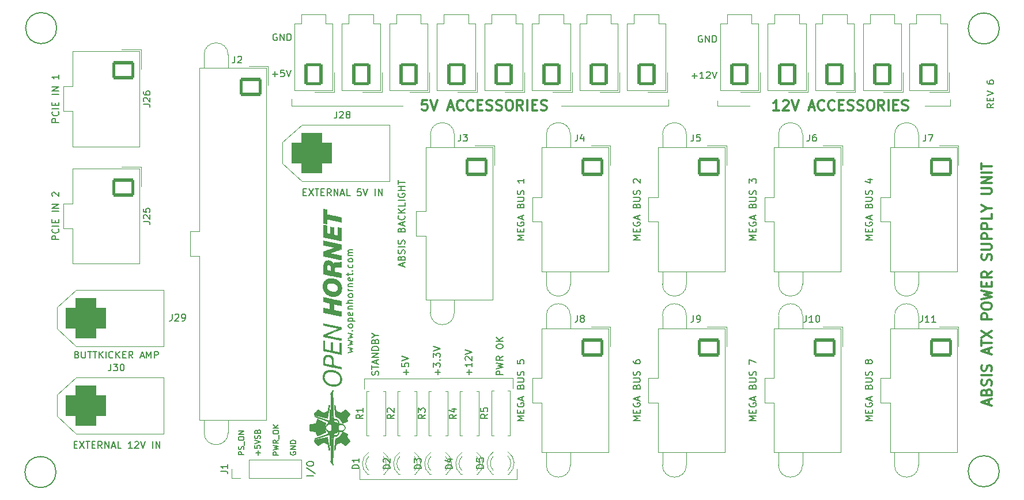
<source format=gbr>
%TF.GenerationSoftware,KiCad,Pcbnew,(6.0.9)*%
%TF.CreationDate,2023-04-01T15:55:58-08:00*%
%TF.ProjectId,ABSIS_ATX Power Supply Unit,41425349-535f-4415-9458-20506f776572,6*%
%TF.SameCoordinates,Original*%
%TF.FileFunction,Legend,Top*%
%TF.FilePolarity,Positive*%
%FSLAX46Y46*%
G04 Gerber Fmt 4.6, Leading zero omitted, Abs format (unit mm)*
G04 Created by KiCad (PCBNEW (6.0.9)) date 2023-04-01 15:55:58*
%MOMM*%
%LPD*%
G01*
G04 APERTURE LIST*
G04 Aperture macros list*
%AMRoundRect*
0 Rectangle with rounded corners*
0 $1 Rounding radius*
0 $2 $3 $4 $5 $6 $7 $8 $9 X,Y pos of 4 corners*
0 Add a 4 corners polygon primitive as box body*
4,1,4,$2,$3,$4,$5,$6,$7,$8,$9,$2,$3,0*
0 Add four circle primitives for the rounded corners*
1,1,$1+$1,$2,$3*
1,1,$1+$1,$4,$5*
1,1,$1+$1,$6,$7*
1,1,$1+$1,$8,$9*
0 Add four rect primitives between the rounded corners*
20,1,$1+$1,$2,$3,$4,$5,0*
20,1,$1+$1,$4,$5,$6,$7,0*
20,1,$1+$1,$6,$7,$8,$9,0*
20,1,$1+$1,$8,$9,$2,$3,0*%
G04 Aperture macros list end*
%ADD10C,0.120000*%
%ADD11C,0.300000*%
%ADD12C,0.150000*%
%ADD13C,0.010000*%
%ADD14C,4.064000*%
%ADD15C,3.000000*%
%ADD16RoundRect,0.250001X-1.399999X1.099999X-1.399999X-1.099999X1.399999X-1.099999X1.399999X1.099999X0*%
%ADD17O,3.300000X2.700000*%
%ADD18RoundRect,1.500000X-1.500000X-1.500000X1.500000X-1.500000X1.500000X1.500000X-1.500000X1.500000X0*%
%ADD19C,6.000000*%
%ADD20RoundRect,0.250001X1.099999X1.399999X-1.099999X1.399999X-1.099999X-1.399999X1.099999X-1.399999X0*%
%ADD21O,2.700000X3.300000*%
%ADD22C,1.600000*%
%ADD23O,1.600000X1.600000*%
%ADD24R,1.800000X1.800000*%
%ADD25C,1.800000*%
%ADD26R,1.700000X1.700000*%
%ADD27O,1.700000X1.700000*%
G04 APERTURE END LIST*
D10*
X107806000Y-107816600D02*
X107806000Y-109340600D01*
X85962000Y-107823000D02*
X107806000Y-107816600D01*
X85962000Y-109347000D02*
X85962000Y-107823000D01*
X85327000Y-122682000D02*
X85327000Y-121158000D01*
X108441000Y-121158000D02*
X108441000Y-122682000D01*
X108441000Y-122682000D02*
X85327000Y-122682000D01*
X75294000Y-66675000D02*
X75294000Y-67691000D01*
X75294000Y-67691000D02*
X91677000Y-67691000D01*
X172068000Y-67691000D02*
X172068000Y-66802000D01*
X114918000Y-67691000D02*
X130666000Y-67691000D01*
X168385000Y-67691000D02*
X172068000Y-67691000D01*
X130666000Y-67691000D02*
X130666000Y-66802000D01*
X137905000Y-66929000D02*
X137905000Y-67691000D01*
X137905000Y-67691000D02*
X142604000Y-67691000D01*
D11*
X146928685Y-68369571D02*
X146071542Y-68369571D01*
X146500114Y-68369571D02*
X146500114Y-66869571D01*
X146357257Y-67083857D01*
X146214400Y-67226714D01*
X146071542Y-67298142D01*
X147500114Y-67012428D02*
X147571542Y-66941000D01*
X147714400Y-66869571D01*
X148071542Y-66869571D01*
X148214400Y-66941000D01*
X148285828Y-67012428D01*
X148357257Y-67155285D01*
X148357257Y-67298142D01*
X148285828Y-67512428D01*
X147428685Y-68369571D01*
X148357257Y-68369571D01*
X148785828Y-66869571D02*
X149285828Y-68369571D01*
X149785828Y-66869571D01*
X151357257Y-67941000D02*
X152071542Y-67941000D01*
X151214400Y-68369571D02*
X151714400Y-66869571D01*
X152214400Y-68369571D01*
X153571542Y-68226714D02*
X153500114Y-68298142D01*
X153285828Y-68369571D01*
X153142971Y-68369571D01*
X152928685Y-68298142D01*
X152785828Y-68155285D01*
X152714400Y-68012428D01*
X152642971Y-67726714D01*
X152642971Y-67512428D01*
X152714400Y-67226714D01*
X152785828Y-67083857D01*
X152928685Y-66941000D01*
X153142971Y-66869571D01*
X153285828Y-66869571D01*
X153500114Y-66941000D01*
X153571542Y-67012428D01*
X155071542Y-68226714D02*
X155000114Y-68298142D01*
X154785828Y-68369571D01*
X154642971Y-68369571D01*
X154428685Y-68298142D01*
X154285828Y-68155285D01*
X154214400Y-68012428D01*
X154142971Y-67726714D01*
X154142971Y-67512428D01*
X154214400Y-67226714D01*
X154285828Y-67083857D01*
X154428685Y-66941000D01*
X154642971Y-66869571D01*
X154785828Y-66869571D01*
X155000114Y-66941000D01*
X155071542Y-67012428D01*
X155714400Y-67583857D02*
X156214400Y-67583857D01*
X156428685Y-68369571D02*
X155714400Y-68369571D01*
X155714400Y-66869571D01*
X156428685Y-66869571D01*
X157000114Y-68298142D02*
X157214400Y-68369571D01*
X157571542Y-68369571D01*
X157714400Y-68298142D01*
X157785828Y-68226714D01*
X157857257Y-68083857D01*
X157857257Y-67941000D01*
X157785828Y-67798142D01*
X157714400Y-67726714D01*
X157571542Y-67655285D01*
X157285828Y-67583857D01*
X157142971Y-67512428D01*
X157071542Y-67441000D01*
X157000114Y-67298142D01*
X157000114Y-67155285D01*
X157071542Y-67012428D01*
X157142971Y-66941000D01*
X157285828Y-66869571D01*
X157642971Y-66869571D01*
X157857257Y-66941000D01*
X158428685Y-68298142D02*
X158642971Y-68369571D01*
X159000114Y-68369571D01*
X159142971Y-68298142D01*
X159214400Y-68226714D01*
X159285828Y-68083857D01*
X159285828Y-67941000D01*
X159214400Y-67798142D01*
X159142971Y-67726714D01*
X159000114Y-67655285D01*
X158714400Y-67583857D01*
X158571542Y-67512428D01*
X158500114Y-67441000D01*
X158428685Y-67298142D01*
X158428685Y-67155285D01*
X158500114Y-67012428D01*
X158571542Y-66941000D01*
X158714400Y-66869571D01*
X159071542Y-66869571D01*
X159285828Y-66941000D01*
X160214400Y-66869571D02*
X160500114Y-66869571D01*
X160642971Y-66941000D01*
X160785828Y-67083857D01*
X160857257Y-67369571D01*
X160857257Y-67869571D01*
X160785828Y-68155285D01*
X160642971Y-68298142D01*
X160500114Y-68369571D01*
X160214400Y-68369571D01*
X160071542Y-68298142D01*
X159928685Y-68155285D01*
X159857257Y-67869571D01*
X159857257Y-67369571D01*
X159928685Y-67083857D01*
X160071542Y-66941000D01*
X160214400Y-66869571D01*
X162357257Y-68369571D02*
X161857257Y-67655285D01*
X161500114Y-68369571D02*
X161500114Y-66869571D01*
X162071542Y-66869571D01*
X162214400Y-66941000D01*
X162285828Y-67012428D01*
X162357257Y-67155285D01*
X162357257Y-67369571D01*
X162285828Y-67512428D01*
X162214400Y-67583857D01*
X162071542Y-67655285D01*
X161500114Y-67655285D01*
X163000114Y-68369571D02*
X163000114Y-66869571D01*
X163714400Y-67583857D02*
X164214400Y-67583857D01*
X164428685Y-68369571D02*
X163714400Y-68369571D01*
X163714400Y-66869571D01*
X164428685Y-66869571D01*
X165000114Y-68298142D02*
X165214400Y-68369571D01*
X165571542Y-68369571D01*
X165714400Y-68298142D01*
X165785828Y-68226714D01*
X165857257Y-68083857D01*
X165857257Y-67941000D01*
X165785828Y-67798142D01*
X165714400Y-67726714D01*
X165571542Y-67655285D01*
X165285828Y-67583857D01*
X165142971Y-67512428D01*
X165071542Y-67441000D01*
X165000114Y-67298142D01*
X165000114Y-67155285D01*
X165071542Y-67012428D01*
X165142971Y-66941000D01*
X165285828Y-66869571D01*
X165642971Y-66869571D01*
X165857257Y-66941000D01*
D12*
X135619095Y-57412000D02*
X135523857Y-57364380D01*
X135381000Y-57364380D01*
X135238142Y-57412000D01*
X135142904Y-57507238D01*
X135095285Y-57602476D01*
X135047666Y-57792952D01*
X135047666Y-57935809D01*
X135095285Y-58126285D01*
X135142904Y-58221523D01*
X135238142Y-58316761D01*
X135381000Y-58364380D01*
X135476238Y-58364380D01*
X135619095Y-58316761D01*
X135666714Y-58269142D01*
X135666714Y-57935809D01*
X135476238Y-57935809D01*
X136095285Y-58364380D02*
X136095285Y-57364380D01*
X136666714Y-58364380D01*
X136666714Y-57364380D01*
X137142904Y-58364380D02*
X137142904Y-57364380D01*
X137381000Y-57364380D01*
X137523857Y-57412000D01*
X137619095Y-57507238D01*
X137666714Y-57602476D01*
X137714333Y-57792952D01*
X137714333Y-57935809D01*
X137666714Y-58126285D01*
X137619095Y-58221523D01*
X137523857Y-58316761D01*
X137381000Y-58364380D01*
X137142904Y-58364380D01*
X134111095Y-63317428D02*
X134873000Y-63317428D01*
X134492047Y-63698380D02*
X134492047Y-62936476D01*
X135873000Y-63698380D02*
X135301571Y-63698380D01*
X135587285Y-63698380D02*
X135587285Y-62698380D01*
X135492047Y-62841238D01*
X135396809Y-62936476D01*
X135301571Y-62984095D01*
X136253952Y-62793619D02*
X136301571Y-62746000D01*
X136396809Y-62698380D01*
X136634904Y-62698380D01*
X136730142Y-62746000D01*
X136777761Y-62793619D01*
X136825380Y-62888857D01*
X136825380Y-62984095D01*
X136777761Y-63126952D01*
X136206333Y-63698380D01*
X136825380Y-63698380D01*
X137111095Y-62698380D02*
X137444428Y-63698380D01*
X137777761Y-62698380D01*
D11*
X177750000Y-111678571D02*
X177750000Y-110964285D01*
X178178571Y-111821428D02*
X176678571Y-111321428D01*
X178178571Y-110821428D01*
X177392857Y-109821428D02*
X177464285Y-109607142D01*
X177535714Y-109535714D01*
X177678571Y-109464285D01*
X177892857Y-109464285D01*
X178035714Y-109535714D01*
X178107142Y-109607142D01*
X178178571Y-109750000D01*
X178178571Y-110321428D01*
X176678571Y-110321428D01*
X176678571Y-109821428D01*
X176750000Y-109678571D01*
X176821428Y-109607142D01*
X176964285Y-109535714D01*
X177107142Y-109535714D01*
X177250000Y-109607142D01*
X177321428Y-109678571D01*
X177392857Y-109821428D01*
X177392857Y-110321428D01*
X178107142Y-108892857D02*
X178178571Y-108678571D01*
X178178571Y-108321428D01*
X178107142Y-108178571D01*
X178035714Y-108107142D01*
X177892857Y-108035714D01*
X177750000Y-108035714D01*
X177607142Y-108107142D01*
X177535714Y-108178571D01*
X177464285Y-108321428D01*
X177392857Y-108607142D01*
X177321428Y-108750000D01*
X177250000Y-108821428D01*
X177107142Y-108892857D01*
X176964285Y-108892857D01*
X176821428Y-108821428D01*
X176750000Y-108750000D01*
X176678571Y-108607142D01*
X176678571Y-108250000D01*
X176750000Y-108035714D01*
X178178571Y-107392857D02*
X176678571Y-107392857D01*
X178107142Y-106750000D02*
X178178571Y-106535714D01*
X178178571Y-106178571D01*
X178107142Y-106035714D01*
X178035714Y-105964285D01*
X177892857Y-105892857D01*
X177750000Y-105892857D01*
X177607142Y-105964285D01*
X177535714Y-106035714D01*
X177464285Y-106178571D01*
X177392857Y-106464285D01*
X177321428Y-106607142D01*
X177250000Y-106678571D01*
X177107142Y-106750000D01*
X176964285Y-106750000D01*
X176821428Y-106678571D01*
X176750000Y-106607142D01*
X176678571Y-106464285D01*
X176678571Y-106107142D01*
X176750000Y-105892857D01*
X177750000Y-104178571D02*
X177750000Y-103464285D01*
X178178571Y-104321428D02*
X176678571Y-103821428D01*
X178178571Y-103321428D01*
X176678571Y-103035714D02*
X176678571Y-102178571D01*
X178178571Y-102607142D02*
X176678571Y-102607142D01*
X176678571Y-101821428D02*
X178178571Y-100821428D01*
X176678571Y-100821428D02*
X178178571Y-101821428D01*
X178178571Y-99107142D02*
X176678571Y-99107142D01*
X176678571Y-98535714D01*
X176750000Y-98392857D01*
X176821428Y-98321428D01*
X176964285Y-98250000D01*
X177178571Y-98250000D01*
X177321428Y-98321428D01*
X177392857Y-98392857D01*
X177464285Y-98535714D01*
X177464285Y-99107142D01*
X176678571Y-97321428D02*
X176678571Y-97035714D01*
X176750000Y-96892857D01*
X176892857Y-96750000D01*
X177178571Y-96678571D01*
X177678571Y-96678571D01*
X177964285Y-96750000D01*
X178107142Y-96892857D01*
X178178571Y-97035714D01*
X178178571Y-97321428D01*
X178107142Y-97464285D01*
X177964285Y-97607142D01*
X177678571Y-97678571D01*
X177178571Y-97678571D01*
X176892857Y-97607142D01*
X176750000Y-97464285D01*
X176678571Y-97321428D01*
X176678571Y-96178571D02*
X178178571Y-95821428D01*
X177107142Y-95535714D01*
X178178571Y-95250000D01*
X176678571Y-94892857D01*
X177392857Y-94321428D02*
X177392857Y-93821428D01*
X178178571Y-93607142D02*
X178178571Y-94321428D01*
X176678571Y-94321428D01*
X176678571Y-93607142D01*
X178178571Y-92107142D02*
X177464285Y-92607142D01*
X178178571Y-92964285D02*
X176678571Y-92964285D01*
X176678571Y-92392857D01*
X176750000Y-92250000D01*
X176821428Y-92178571D01*
X176964285Y-92107142D01*
X177178571Y-92107142D01*
X177321428Y-92178571D01*
X177392857Y-92250000D01*
X177464285Y-92392857D01*
X177464285Y-92964285D01*
X178107142Y-90392857D02*
X178178571Y-90178571D01*
X178178571Y-89821428D01*
X178107142Y-89678571D01*
X178035714Y-89607142D01*
X177892857Y-89535714D01*
X177750000Y-89535714D01*
X177607142Y-89607142D01*
X177535714Y-89678571D01*
X177464285Y-89821428D01*
X177392857Y-90107142D01*
X177321428Y-90250000D01*
X177250000Y-90321428D01*
X177107142Y-90392857D01*
X176964285Y-90392857D01*
X176821428Y-90321428D01*
X176750000Y-90250000D01*
X176678571Y-90107142D01*
X176678571Y-89750000D01*
X176750000Y-89535714D01*
X176678571Y-88892857D02*
X177892857Y-88892857D01*
X178035714Y-88821428D01*
X178107142Y-88750000D01*
X178178571Y-88607142D01*
X178178571Y-88321428D01*
X178107142Y-88178571D01*
X178035714Y-88107142D01*
X177892857Y-88035714D01*
X176678571Y-88035714D01*
X178178571Y-87321428D02*
X176678571Y-87321428D01*
X176678571Y-86750000D01*
X176750000Y-86607142D01*
X176821428Y-86535714D01*
X176964285Y-86464285D01*
X177178571Y-86464285D01*
X177321428Y-86535714D01*
X177392857Y-86607142D01*
X177464285Y-86750000D01*
X177464285Y-87321428D01*
X178178571Y-85821428D02*
X176678571Y-85821428D01*
X176678571Y-85250000D01*
X176750000Y-85107142D01*
X176821428Y-85035714D01*
X176964285Y-84964285D01*
X177178571Y-84964285D01*
X177321428Y-85035714D01*
X177392857Y-85107142D01*
X177464285Y-85250000D01*
X177464285Y-85821428D01*
X178178571Y-83607142D02*
X178178571Y-84321428D01*
X176678571Y-84321428D01*
X177464285Y-82821428D02*
X178178571Y-82821428D01*
X176678571Y-83321428D02*
X177464285Y-82821428D01*
X176678571Y-82321428D01*
X176678571Y-80678571D02*
X177892857Y-80678571D01*
X178035714Y-80607142D01*
X178107142Y-80535714D01*
X178178571Y-80392857D01*
X178178571Y-80107142D01*
X178107142Y-79964285D01*
X178035714Y-79892857D01*
X177892857Y-79821428D01*
X176678571Y-79821428D01*
X178178571Y-79107142D02*
X176678571Y-79107142D01*
X178178571Y-78250000D01*
X176678571Y-78250000D01*
X178178571Y-77535714D02*
X176678571Y-77535714D01*
X176678571Y-77035714D02*
X176678571Y-76178571D01*
X178178571Y-76607142D02*
X176678571Y-76607142D01*
D12*
X178452380Y-67428571D02*
X177976190Y-67761904D01*
X178452380Y-68000000D02*
X177452380Y-68000000D01*
X177452380Y-67619047D01*
X177500000Y-67523809D01*
X177547619Y-67476190D01*
X177642857Y-67428571D01*
X177785714Y-67428571D01*
X177880952Y-67476190D01*
X177928571Y-67523809D01*
X177976190Y-67619047D01*
X177976190Y-68000000D01*
X177928571Y-67000000D02*
X177928571Y-66666666D01*
X178452380Y-66523809D02*
X178452380Y-67000000D01*
X177452380Y-67000000D01*
X177452380Y-66523809D01*
X177452380Y-66238095D02*
X178452380Y-65904761D01*
X177452380Y-65571428D01*
X177452380Y-64047619D02*
X177452380Y-64238095D01*
X177500000Y-64333333D01*
X177547619Y-64380952D01*
X177690476Y-64476190D01*
X177880952Y-64523809D01*
X178261904Y-64523809D01*
X178357142Y-64476190D01*
X178404761Y-64428571D01*
X178452380Y-64333333D01*
X178452380Y-64142857D01*
X178404761Y-64047619D01*
X178357142Y-64000000D01*
X178261904Y-63952380D01*
X178023809Y-63952380D01*
X177928571Y-64000000D01*
X177880952Y-64047619D01*
X177833333Y-64142857D01*
X177833333Y-64333333D01*
X177880952Y-64428571D01*
X177928571Y-64476190D01*
X178023809Y-64523809D01*
X88017761Y-107351052D02*
X88065380Y-107208195D01*
X88065380Y-106970100D01*
X88017761Y-106874862D01*
X87970142Y-106827243D01*
X87874904Y-106779624D01*
X87779666Y-106779624D01*
X87684428Y-106827243D01*
X87636809Y-106874862D01*
X87589190Y-106970100D01*
X87541571Y-107160576D01*
X87493952Y-107255814D01*
X87446333Y-107303433D01*
X87351095Y-107351052D01*
X87255857Y-107351052D01*
X87160619Y-107303433D01*
X87113000Y-107255814D01*
X87065380Y-107160576D01*
X87065380Y-106922481D01*
X87113000Y-106779624D01*
X87065380Y-106493909D02*
X87065380Y-105922481D01*
X88065380Y-106208195D02*
X87065380Y-106208195D01*
X87779666Y-105636767D02*
X87779666Y-105160576D01*
X88065380Y-105732005D02*
X87065380Y-105398671D01*
X88065380Y-105065338D01*
X88065380Y-104732005D02*
X87065380Y-104732005D01*
X88065380Y-104160576D01*
X87065380Y-104160576D01*
X88065380Y-103684386D02*
X87065380Y-103684386D01*
X87065380Y-103446290D01*
X87113000Y-103303433D01*
X87208238Y-103208195D01*
X87303476Y-103160576D01*
X87493952Y-103112957D01*
X87636809Y-103112957D01*
X87827285Y-103160576D01*
X87922523Y-103208195D01*
X88017761Y-103303433D01*
X88065380Y-103446290D01*
X88065380Y-103684386D01*
X87541571Y-102351052D02*
X87589190Y-102208195D01*
X87636809Y-102160576D01*
X87732047Y-102112957D01*
X87874904Y-102112957D01*
X87970142Y-102160576D01*
X88017761Y-102208195D01*
X88065380Y-102303433D01*
X88065380Y-102684386D01*
X87065380Y-102684386D01*
X87065380Y-102351052D01*
X87113000Y-102255814D01*
X87160619Y-102208195D01*
X87255857Y-102160576D01*
X87351095Y-102160576D01*
X87446333Y-102208195D01*
X87493952Y-102255814D01*
X87541571Y-102351052D01*
X87541571Y-102684386D01*
X87589190Y-101493909D02*
X88065380Y-101493909D01*
X87065380Y-101827243D02*
X87589190Y-101493909D01*
X87065380Y-101160576D01*
X106353380Y-107303433D02*
X105353380Y-107303433D01*
X105353380Y-106922481D01*
X105401000Y-106827243D01*
X105448619Y-106779624D01*
X105543857Y-106732005D01*
X105686714Y-106732005D01*
X105781952Y-106779624D01*
X105829571Y-106827243D01*
X105877190Y-106922481D01*
X105877190Y-107303433D01*
X105353380Y-106398671D02*
X106353380Y-106160576D01*
X105639095Y-105970100D01*
X106353380Y-105779624D01*
X105353380Y-105541529D01*
X106353380Y-104589148D02*
X105877190Y-104922481D01*
X106353380Y-105160576D02*
X105353380Y-105160576D01*
X105353380Y-104779624D01*
X105401000Y-104684386D01*
X105448619Y-104636767D01*
X105543857Y-104589148D01*
X105686714Y-104589148D01*
X105781952Y-104636767D01*
X105829571Y-104684386D01*
X105877190Y-104779624D01*
X105877190Y-105160576D01*
X105353380Y-103208195D02*
X105353380Y-103017719D01*
X105401000Y-102922481D01*
X105496238Y-102827243D01*
X105686714Y-102779624D01*
X106020047Y-102779624D01*
X106210523Y-102827243D01*
X106305761Y-102922481D01*
X106353380Y-103017719D01*
X106353380Y-103208195D01*
X106305761Y-103303433D01*
X106210523Y-103398671D01*
X106020047Y-103446290D01*
X105686714Y-103446290D01*
X105496238Y-103398671D01*
X105401000Y-103303433D01*
X105353380Y-103208195D01*
X106353380Y-102351052D02*
X105353380Y-102351052D01*
X106353380Y-101779624D02*
X105781952Y-102208195D01*
X105353380Y-101779624D02*
X105924809Y-102351052D01*
X92129428Y-107303433D02*
X92129428Y-106541529D01*
X92510380Y-106922481D02*
X91748476Y-106922481D01*
X91510380Y-105589148D02*
X91510380Y-106065338D01*
X91986571Y-106112957D01*
X91938952Y-106065338D01*
X91891333Y-105970100D01*
X91891333Y-105732005D01*
X91938952Y-105636767D01*
X91986571Y-105589148D01*
X92081809Y-105541529D01*
X92319904Y-105541529D01*
X92415142Y-105589148D01*
X92462761Y-105636767D01*
X92510380Y-105732005D01*
X92510380Y-105970100D01*
X92462761Y-106065338D01*
X92415142Y-106112957D01*
X91510380Y-105255814D02*
X92510380Y-104922481D01*
X91510380Y-104589148D01*
X101400428Y-107303433D02*
X101400428Y-106541529D01*
X101781380Y-106922481D02*
X101019476Y-106922481D01*
X101781380Y-105541529D02*
X101781380Y-106112957D01*
X101781380Y-105827243D02*
X100781380Y-105827243D01*
X100924238Y-105922481D01*
X101019476Y-106017719D01*
X101067095Y-106112957D01*
X100876619Y-105160576D02*
X100829000Y-105112957D01*
X100781380Y-105017719D01*
X100781380Y-104779624D01*
X100829000Y-104684386D01*
X100876619Y-104636767D01*
X100971857Y-104589148D01*
X101067095Y-104589148D01*
X101209952Y-104636767D01*
X101781380Y-105208195D01*
X101781380Y-104589148D01*
X100781380Y-104303433D02*
X101781380Y-103970100D01*
X100781380Y-103636767D01*
X96764928Y-107303433D02*
X96764928Y-106541529D01*
X97145880Y-106922481D02*
X96383976Y-106922481D01*
X96145880Y-106160576D02*
X96145880Y-105541529D01*
X96526833Y-105874862D01*
X96526833Y-105732005D01*
X96574452Y-105636767D01*
X96622071Y-105589148D01*
X96717309Y-105541529D01*
X96955404Y-105541529D01*
X97050642Y-105589148D01*
X97098261Y-105636767D01*
X97145880Y-105732005D01*
X97145880Y-106017719D01*
X97098261Y-106112957D01*
X97050642Y-106160576D01*
X97050642Y-105112957D02*
X97098261Y-105065338D01*
X97145880Y-105112957D01*
X97098261Y-105160576D01*
X97050642Y-105112957D01*
X97145880Y-105112957D01*
X96145880Y-104732005D02*
X96145880Y-104112957D01*
X96526833Y-104446290D01*
X96526833Y-104303433D01*
X96574452Y-104208195D01*
X96622071Y-104160576D01*
X96717309Y-104112957D01*
X96955404Y-104112957D01*
X97050642Y-104160576D01*
X97098261Y-104208195D01*
X97145880Y-104303433D01*
X97145880Y-104589148D01*
X97098261Y-104684386D01*
X97050642Y-104732005D01*
X96145880Y-103827243D02*
X97145880Y-103493909D01*
X96145880Y-103160576D01*
X73369904Y-119095928D02*
X72569904Y-119095928D01*
X72569904Y-118791166D01*
X72608000Y-118714976D01*
X72646095Y-118676880D01*
X72722285Y-118638785D01*
X72836571Y-118638785D01*
X72912761Y-118676880D01*
X72950857Y-118714976D01*
X72988952Y-118791166D01*
X72988952Y-119095928D01*
X72569904Y-118372119D02*
X73369904Y-118181642D01*
X72798476Y-118029261D01*
X73369904Y-117876880D01*
X72569904Y-117686404D01*
X73369904Y-116924500D02*
X72988952Y-117191166D01*
X73369904Y-117381642D02*
X72569904Y-117381642D01*
X72569904Y-117076880D01*
X72608000Y-117000690D01*
X72646095Y-116962595D01*
X72722285Y-116924500D01*
X72836571Y-116924500D01*
X72912761Y-116962595D01*
X72950857Y-117000690D01*
X72988952Y-117076880D01*
X72988952Y-117381642D01*
X73446095Y-116772119D02*
X73446095Y-116162595D01*
X72569904Y-115819738D02*
X72569904Y-115667357D01*
X72608000Y-115591166D01*
X72684190Y-115514976D01*
X72836571Y-115476880D01*
X73103238Y-115476880D01*
X73255619Y-115514976D01*
X73331809Y-115591166D01*
X73369904Y-115667357D01*
X73369904Y-115819738D01*
X73331809Y-115895928D01*
X73255619Y-115972119D01*
X73103238Y-116010214D01*
X72836571Y-116010214D01*
X72684190Y-115972119D01*
X72608000Y-115895928D01*
X72569904Y-115819738D01*
X73369904Y-115134023D02*
X72569904Y-115134023D01*
X73369904Y-114676880D02*
X72912761Y-115019738D01*
X72569904Y-114676880D02*
X73027047Y-115134023D01*
X75148000Y-118639071D02*
X75109904Y-118715261D01*
X75109904Y-118829547D01*
X75148000Y-118943833D01*
X75224190Y-119020023D01*
X75300380Y-119058119D01*
X75452761Y-119096214D01*
X75567047Y-119096214D01*
X75719428Y-119058119D01*
X75795619Y-119020023D01*
X75871809Y-118943833D01*
X75909904Y-118829547D01*
X75909904Y-118753357D01*
X75871809Y-118639071D01*
X75833714Y-118600976D01*
X75567047Y-118600976D01*
X75567047Y-118753357D01*
X75909904Y-118258119D02*
X75109904Y-118258119D01*
X75909904Y-117800976D01*
X75109904Y-117800976D01*
X75909904Y-117420023D02*
X75109904Y-117420023D01*
X75109904Y-117229547D01*
X75148000Y-117115261D01*
X75224190Y-117039071D01*
X75300380Y-117000976D01*
X75452761Y-116962880D01*
X75567047Y-116962880D01*
X75719428Y-117000976D01*
X75795619Y-117039071D01*
X75871809Y-117115261D01*
X75909904Y-117229547D01*
X75909904Y-117420023D01*
X68289904Y-119070642D02*
X67489904Y-119070642D01*
X67489904Y-118765880D01*
X67528000Y-118689690D01*
X67566095Y-118651595D01*
X67642285Y-118613500D01*
X67756571Y-118613500D01*
X67832761Y-118651595D01*
X67870857Y-118689690D01*
X67908952Y-118765880D01*
X67908952Y-119070642D01*
X68251809Y-118308738D02*
X68289904Y-118194452D01*
X68289904Y-118003976D01*
X68251809Y-117927785D01*
X68213714Y-117889690D01*
X68137523Y-117851595D01*
X68061333Y-117851595D01*
X67985142Y-117889690D01*
X67947047Y-117927785D01*
X67908952Y-118003976D01*
X67870857Y-118156357D01*
X67832761Y-118232547D01*
X67794666Y-118270642D01*
X67718476Y-118308738D01*
X67642285Y-118308738D01*
X67566095Y-118270642D01*
X67528000Y-118232547D01*
X67489904Y-118156357D01*
X67489904Y-117965880D01*
X67528000Y-117851595D01*
X68366095Y-117699214D02*
X68366095Y-117089690D01*
X67489904Y-116746833D02*
X67489904Y-116594452D01*
X67528000Y-116518261D01*
X67604190Y-116442071D01*
X67756571Y-116403976D01*
X68023238Y-116403976D01*
X68175619Y-116442071D01*
X68251809Y-116518261D01*
X68289904Y-116594452D01*
X68289904Y-116746833D01*
X68251809Y-116823023D01*
X68175619Y-116899214D01*
X68023238Y-116937309D01*
X67756571Y-116937309D01*
X67604190Y-116899214D01*
X67528000Y-116823023D01*
X67489904Y-116746833D01*
X68289904Y-116061119D02*
X67489904Y-116061119D01*
X68289904Y-115603976D01*
X67489904Y-115603976D01*
X70398142Y-119096023D02*
X70398142Y-118486500D01*
X70702904Y-118791261D02*
X70093380Y-118791261D01*
X69902904Y-117724595D02*
X69902904Y-118105547D01*
X70283857Y-118143642D01*
X70245761Y-118105547D01*
X70207666Y-118029357D01*
X70207666Y-117838880D01*
X70245761Y-117762690D01*
X70283857Y-117724595D01*
X70360047Y-117686500D01*
X70550523Y-117686500D01*
X70626714Y-117724595D01*
X70664809Y-117762690D01*
X70702904Y-117838880D01*
X70702904Y-118029357D01*
X70664809Y-118105547D01*
X70626714Y-118143642D01*
X69902904Y-117457928D02*
X70702904Y-117191261D01*
X69902904Y-116924595D01*
X70664809Y-116696023D02*
X70702904Y-116581738D01*
X70702904Y-116391261D01*
X70664809Y-116315071D01*
X70626714Y-116276976D01*
X70550523Y-116238880D01*
X70474333Y-116238880D01*
X70398142Y-116276976D01*
X70360047Y-116315071D01*
X70321952Y-116391261D01*
X70283857Y-116543642D01*
X70245761Y-116619833D01*
X70207666Y-116657928D01*
X70131476Y-116696023D01*
X70055285Y-116696023D01*
X69979095Y-116657928D01*
X69941000Y-116619833D01*
X69902904Y-116543642D01*
X69902904Y-116353166D01*
X69941000Y-116238880D01*
X70283857Y-115629357D02*
X70321952Y-115515071D01*
X70360047Y-115476976D01*
X70436238Y-115438880D01*
X70550523Y-115438880D01*
X70626714Y-115476976D01*
X70664809Y-115515071D01*
X70702904Y-115591261D01*
X70702904Y-115896023D01*
X69902904Y-115896023D01*
X69902904Y-115629357D01*
X69941000Y-115553166D01*
X69979095Y-115515071D01*
X70055285Y-115476976D01*
X70131476Y-115476976D01*
X70207666Y-115515071D01*
X70245761Y-115553166D01*
X70283857Y-115629357D01*
X70283857Y-115896023D01*
X73135095Y-57158000D02*
X73039857Y-57110380D01*
X72897000Y-57110380D01*
X72754142Y-57158000D01*
X72658904Y-57253238D01*
X72611285Y-57348476D01*
X72563666Y-57538952D01*
X72563666Y-57681809D01*
X72611285Y-57872285D01*
X72658904Y-57967523D01*
X72754142Y-58062761D01*
X72897000Y-58110380D01*
X72992238Y-58110380D01*
X73135095Y-58062761D01*
X73182714Y-58015142D01*
X73182714Y-57681809D01*
X72992238Y-57681809D01*
X73611285Y-58110380D02*
X73611285Y-57110380D01*
X74182714Y-58110380D01*
X74182714Y-57110380D01*
X74658904Y-58110380D02*
X74658904Y-57110380D01*
X74897000Y-57110380D01*
X75039857Y-57158000D01*
X75135095Y-57253238D01*
X75182714Y-57348476D01*
X75230333Y-57538952D01*
X75230333Y-57681809D01*
X75182714Y-57872285D01*
X75135095Y-57967523D01*
X75039857Y-58062761D01*
X74897000Y-58110380D01*
X74658904Y-58110380D01*
X83639514Y-104037447D02*
X84306180Y-103846971D01*
X83829990Y-103656495D01*
X84306180Y-103466019D01*
X83639514Y-103275542D01*
X83639514Y-102989828D02*
X84306180Y-102799352D01*
X83829990Y-102608876D01*
X84306180Y-102418400D01*
X83639514Y-102227923D01*
X83639514Y-101942209D02*
X84306180Y-101751733D01*
X83829990Y-101561257D01*
X84306180Y-101370780D01*
X83639514Y-101180304D01*
X84210942Y-100799352D02*
X84258561Y-100751733D01*
X84306180Y-100799352D01*
X84258561Y-100846971D01*
X84210942Y-100799352D01*
X84306180Y-100799352D01*
X84306180Y-100180304D02*
X84258561Y-100275542D01*
X84210942Y-100323161D01*
X84115704Y-100370780D01*
X83829990Y-100370780D01*
X83734752Y-100323161D01*
X83687133Y-100275542D01*
X83639514Y-100180304D01*
X83639514Y-100037447D01*
X83687133Y-99942209D01*
X83734752Y-99894590D01*
X83829990Y-99846971D01*
X84115704Y-99846971D01*
X84210942Y-99894590D01*
X84258561Y-99942209D01*
X84306180Y-100037447D01*
X84306180Y-100180304D01*
X83639514Y-99418400D02*
X84639514Y-99418400D01*
X83687133Y-99418400D02*
X83639514Y-99323161D01*
X83639514Y-99132685D01*
X83687133Y-99037447D01*
X83734752Y-98989828D01*
X83829990Y-98942209D01*
X84115704Y-98942209D01*
X84210942Y-98989828D01*
X84258561Y-99037447D01*
X84306180Y-99132685D01*
X84306180Y-99323161D01*
X84258561Y-99418400D01*
X84258561Y-98132685D02*
X84306180Y-98227923D01*
X84306180Y-98418400D01*
X84258561Y-98513638D01*
X84163323Y-98561257D01*
X83782371Y-98561257D01*
X83687133Y-98513638D01*
X83639514Y-98418400D01*
X83639514Y-98227923D01*
X83687133Y-98132685D01*
X83782371Y-98085066D01*
X83877609Y-98085066D01*
X83972847Y-98561257D01*
X83639514Y-97656495D02*
X84306180Y-97656495D01*
X83734752Y-97656495D02*
X83687133Y-97608876D01*
X83639514Y-97513638D01*
X83639514Y-97370780D01*
X83687133Y-97275542D01*
X83782371Y-97227923D01*
X84306180Y-97227923D01*
X84306180Y-96751733D02*
X83306180Y-96751733D01*
X84306180Y-96323161D02*
X83782371Y-96323161D01*
X83687133Y-96370780D01*
X83639514Y-96466019D01*
X83639514Y-96608876D01*
X83687133Y-96704114D01*
X83734752Y-96751733D01*
X84306180Y-95704114D02*
X84258561Y-95799352D01*
X84210942Y-95846971D01*
X84115704Y-95894590D01*
X83829990Y-95894590D01*
X83734752Y-95846971D01*
X83687133Y-95799352D01*
X83639514Y-95704114D01*
X83639514Y-95561257D01*
X83687133Y-95466019D01*
X83734752Y-95418400D01*
X83829990Y-95370780D01*
X84115704Y-95370780D01*
X84210942Y-95418400D01*
X84258561Y-95466019D01*
X84306180Y-95561257D01*
X84306180Y-95704114D01*
X84306180Y-94942209D02*
X83639514Y-94942209D01*
X83829990Y-94942209D02*
X83734752Y-94894590D01*
X83687133Y-94846971D01*
X83639514Y-94751733D01*
X83639514Y-94656495D01*
X83639514Y-94323161D02*
X84306180Y-94323161D01*
X83734752Y-94323161D02*
X83687133Y-94275542D01*
X83639514Y-94180304D01*
X83639514Y-94037447D01*
X83687133Y-93942209D01*
X83782371Y-93894590D01*
X84306180Y-93894590D01*
X84258561Y-93037447D02*
X84306180Y-93132685D01*
X84306180Y-93323161D01*
X84258561Y-93418400D01*
X84163323Y-93466019D01*
X83782371Y-93466019D01*
X83687133Y-93418400D01*
X83639514Y-93323161D01*
X83639514Y-93132685D01*
X83687133Y-93037447D01*
X83782371Y-92989828D01*
X83877609Y-92989828D01*
X83972847Y-93466019D01*
X83639514Y-92704114D02*
X83639514Y-92323161D01*
X83306180Y-92561257D02*
X84163323Y-92561257D01*
X84258561Y-92513638D01*
X84306180Y-92418400D01*
X84306180Y-92323161D01*
X84210942Y-91989828D02*
X84258561Y-91942209D01*
X84306180Y-91989828D01*
X84258561Y-92037447D01*
X84210942Y-91989828D01*
X84306180Y-91989828D01*
X84258561Y-91085066D02*
X84306180Y-91180304D01*
X84306180Y-91370780D01*
X84258561Y-91466019D01*
X84210942Y-91513638D01*
X84115704Y-91561257D01*
X83829990Y-91561257D01*
X83734752Y-91513638D01*
X83687133Y-91466019D01*
X83639514Y-91370780D01*
X83639514Y-91180304D01*
X83687133Y-91085066D01*
X84306180Y-90513638D02*
X84258561Y-90608876D01*
X84210942Y-90656495D01*
X84115704Y-90704114D01*
X83829990Y-90704114D01*
X83734752Y-90656495D01*
X83687133Y-90608876D01*
X83639514Y-90513638D01*
X83639514Y-90370780D01*
X83687133Y-90275542D01*
X83734752Y-90227923D01*
X83829990Y-90180304D01*
X84115704Y-90180304D01*
X84210942Y-90227923D01*
X84258561Y-90275542D01*
X84306180Y-90370780D01*
X84306180Y-90513638D01*
X84306180Y-89751733D02*
X83639514Y-89751733D01*
X83734752Y-89751733D02*
X83687133Y-89704114D01*
X83639514Y-89608876D01*
X83639514Y-89466019D01*
X83687133Y-89370780D01*
X83782371Y-89323161D01*
X84306180Y-89323161D01*
X83782371Y-89323161D02*
X83687133Y-89275542D01*
X83639514Y-89180304D01*
X83639514Y-89037447D01*
X83687133Y-88942209D01*
X83782371Y-88894590D01*
X84306180Y-88894590D01*
D11*
X95222142Y-66869571D02*
X94507857Y-66869571D01*
X94436428Y-67583857D01*
X94507857Y-67512428D01*
X94650714Y-67441000D01*
X95007857Y-67441000D01*
X95150714Y-67512428D01*
X95222142Y-67583857D01*
X95293571Y-67726714D01*
X95293571Y-68083857D01*
X95222142Y-68226714D01*
X95150714Y-68298142D01*
X95007857Y-68369571D01*
X94650714Y-68369571D01*
X94507857Y-68298142D01*
X94436428Y-68226714D01*
X95722142Y-66869571D02*
X96222142Y-68369571D01*
X96722142Y-66869571D01*
X98293571Y-67941000D02*
X99007857Y-67941000D01*
X98150714Y-68369571D02*
X98650714Y-66869571D01*
X99150714Y-68369571D01*
X100507857Y-68226714D02*
X100436428Y-68298142D01*
X100222142Y-68369571D01*
X100079285Y-68369571D01*
X99865000Y-68298142D01*
X99722142Y-68155285D01*
X99650714Y-68012428D01*
X99579285Y-67726714D01*
X99579285Y-67512428D01*
X99650714Y-67226714D01*
X99722142Y-67083857D01*
X99865000Y-66941000D01*
X100079285Y-66869571D01*
X100222142Y-66869571D01*
X100436428Y-66941000D01*
X100507857Y-67012428D01*
X102007857Y-68226714D02*
X101936428Y-68298142D01*
X101722142Y-68369571D01*
X101579285Y-68369571D01*
X101365000Y-68298142D01*
X101222142Y-68155285D01*
X101150714Y-68012428D01*
X101079285Y-67726714D01*
X101079285Y-67512428D01*
X101150714Y-67226714D01*
X101222142Y-67083857D01*
X101365000Y-66941000D01*
X101579285Y-66869571D01*
X101722142Y-66869571D01*
X101936428Y-66941000D01*
X102007857Y-67012428D01*
X102650714Y-67583857D02*
X103150714Y-67583857D01*
X103365000Y-68369571D02*
X102650714Y-68369571D01*
X102650714Y-66869571D01*
X103365000Y-66869571D01*
X103936428Y-68298142D02*
X104150714Y-68369571D01*
X104507857Y-68369571D01*
X104650714Y-68298142D01*
X104722142Y-68226714D01*
X104793571Y-68083857D01*
X104793571Y-67941000D01*
X104722142Y-67798142D01*
X104650714Y-67726714D01*
X104507857Y-67655285D01*
X104222142Y-67583857D01*
X104079285Y-67512428D01*
X104007857Y-67441000D01*
X103936428Y-67298142D01*
X103936428Y-67155285D01*
X104007857Y-67012428D01*
X104079285Y-66941000D01*
X104222142Y-66869571D01*
X104579285Y-66869571D01*
X104793571Y-66941000D01*
X105365000Y-68298142D02*
X105579285Y-68369571D01*
X105936428Y-68369571D01*
X106079285Y-68298142D01*
X106150714Y-68226714D01*
X106222142Y-68083857D01*
X106222142Y-67941000D01*
X106150714Y-67798142D01*
X106079285Y-67726714D01*
X105936428Y-67655285D01*
X105650714Y-67583857D01*
X105507857Y-67512428D01*
X105436428Y-67441000D01*
X105365000Y-67298142D01*
X105365000Y-67155285D01*
X105436428Y-67012428D01*
X105507857Y-66941000D01*
X105650714Y-66869571D01*
X106007857Y-66869571D01*
X106222142Y-66941000D01*
X107150714Y-66869571D02*
X107436428Y-66869571D01*
X107579285Y-66941000D01*
X107722142Y-67083857D01*
X107793571Y-67369571D01*
X107793571Y-67869571D01*
X107722142Y-68155285D01*
X107579285Y-68298142D01*
X107436428Y-68369571D01*
X107150714Y-68369571D01*
X107007857Y-68298142D01*
X106865000Y-68155285D01*
X106793571Y-67869571D01*
X106793571Y-67369571D01*
X106865000Y-67083857D01*
X107007857Y-66941000D01*
X107150714Y-66869571D01*
X109293571Y-68369571D02*
X108793571Y-67655285D01*
X108436428Y-68369571D02*
X108436428Y-66869571D01*
X109007857Y-66869571D01*
X109150714Y-66941000D01*
X109222142Y-67012428D01*
X109293571Y-67155285D01*
X109293571Y-67369571D01*
X109222142Y-67512428D01*
X109150714Y-67583857D01*
X109007857Y-67655285D01*
X108436428Y-67655285D01*
X109936428Y-68369571D02*
X109936428Y-66869571D01*
X110650714Y-67583857D02*
X111150714Y-67583857D01*
X111365000Y-68369571D02*
X110650714Y-68369571D01*
X110650714Y-66869571D01*
X111365000Y-66869571D01*
X111936428Y-68298142D02*
X112150714Y-68369571D01*
X112507857Y-68369571D01*
X112650714Y-68298142D01*
X112722142Y-68226714D01*
X112793571Y-68083857D01*
X112793571Y-67941000D01*
X112722142Y-67798142D01*
X112650714Y-67726714D01*
X112507857Y-67655285D01*
X112222142Y-67583857D01*
X112079285Y-67512428D01*
X112007857Y-67441000D01*
X111936428Y-67298142D01*
X111936428Y-67155285D01*
X112007857Y-67012428D01*
X112079285Y-66941000D01*
X112222142Y-66869571D01*
X112579285Y-66869571D01*
X112793571Y-66941000D01*
D12*
X72484285Y-63063428D02*
X73246190Y-63063428D01*
X72865238Y-63444380D02*
X72865238Y-62682476D01*
X74198571Y-62444380D02*
X73722380Y-62444380D01*
X73674761Y-62920571D01*
X73722380Y-62872952D01*
X73817619Y-62825333D01*
X74055714Y-62825333D01*
X74150952Y-62872952D01*
X74198571Y-62920571D01*
X74246190Y-63015809D01*
X74246190Y-63253904D01*
X74198571Y-63349142D01*
X74150952Y-63396761D01*
X74055714Y-63444380D01*
X73817619Y-63444380D01*
X73722380Y-63396761D01*
X73674761Y-63349142D01*
X74531904Y-62444380D02*
X74865238Y-63444380D01*
X75198571Y-62444380D01*
%TO.C,J2*%
X66959666Y-60412380D02*
X66959666Y-61126666D01*
X66912047Y-61269523D01*
X66816809Y-61364761D01*
X66673952Y-61412380D01*
X66578714Y-61412380D01*
X67388238Y-60507619D02*
X67435857Y-60460000D01*
X67531095Y-60412380D01*
X67769190Y-60412380D01*
X67864428Y-60460000D01*
X67912047Y-60507619D01*
X67959666Y-60602857D01*
X67959666Y-60698095D01*
X67912047Y-60840952D01*
X67340619Y-61412380D01*
X67959666Y-61412380D01*
%TO.C,J6*%
X151405366Y-71925980D02*
X151405366Y-72640266D01*
X151357747Y-72783123D01*
X151262509Y-72878361D01*
X151119652Y-72925980D01*
X151024414Y-72925980D01*
X152310128Y-71925980D02*
X152119652Y-71925980D01*
X152024414Y-71973600D01*
X151976795Y-72021219D01*
X151881557Y-72164076D01*
X151833938Y-72354552D01*
X151833938Y-72735504D01*
X151881557Y-72830742D01*
X151929176Y-72878361D01*
X152024414Y-72925980D01*
X152214890Y-72925980D01*
X152310128Y-72878361D01*
X152357747Y-72830742D01*
X152405366Y-72735504D01*
X152405366Y-72497409D01*
X152357747Y-72402171D01*
X152310128Y-72354552D01*
X152214890Y-72306933D01*
X152024414Y-72306933D01*
X151929176Y-72354552D01*
X151881557Y-72402171D01*
X151833938Y-72497409D01*
X143557780Y-87416980D02*
X142557780Y-87416980D01*
X143272066Y-87083647D01*
X142557780Y-86750314D01*
X143557780Y-86750314D01*
X143033971Y-86274123D02*
X143033971Y-85940790D01*
X143557780Y-85797933D02*
X143557780Y-86274123D01*
X142557780Y-86274123D01*
X142557780Y-85797933D01*
X142605400Y-84845552D02*
X142557780Y-84940790D01*
X142557780Y-85083647D01*
X142605400Y-85226504D01*
X142700638Y-85321742D01*
X142795876Y-85369361D01*
X142986352Y-85416980D01*
X143129209Y-85416980D01*
X143319685Y-85369361D01*
X143414923Y-85321742D01*
X143510161Y-85226504D01*
X143557780Y-85083647D01*
X143557780Y-84988409D01*
X143510161Y-84845552D01*
X143462542Y-84797933D01*
X143129209Y-84797933D01*
X143129209Y-84988409D01*
X143272066Y-84416980D02*
X143272066Y-83940790D01*
X143557780Y-84512219D02*
X142557780Y-84178885D01*
X143557780Y-83845552D01*
X143033971Y-82416980D02*
X143081590Y-82274123D01*
X143129209Y-82226504D01*
X143224447Y-82178885D01*
X143367304Y-82178885D01*
X143462542Y-82226504D01*
X143510161Y-82274123D01*
X143557780Y-82369361D01*
X143557780Y-82750314D01*
X142557780Y-82750314D01*
X142557780Y-82416980D01*
X142605400Y-82321742D01*
X142653019Y-82274123D01*
X142748257Y-82226504D01*
X142843495Y-82226504D01*
X142938733Y-82274123D01*
X142986352Y-82321742D01*
X143033971Y-82416980D01*
X143033971Y-82750314D01*
X142557780Y-81750314D02*
X143367304Y-81750314D01*
X143462542Y-81702695D01*
X143510161Y-81655076D01*
X143557780Y-81559838D01*
X143557780Y-81369361D01*
X143510161Y-81274123D01*
X143462542Y-81226504D01*
X143367304Y-81178885D01*
X142557780Y-81178885D01*
X143510161Y-80750314D02*
X143557780Y-80607457D01*
X143557780Y-80369361D01*
X143510161Y-80274123D01*
X143462542Y-80226504D01*
X143367304Y-80178885D01*
X143272066Y-80178885D01*
X143176828Y-80226504D01*
X143129209Y-80274123D01*
X143081590Y-80369361D01*
X143033971Y-80559838D01*
X142986352Y-80655076D01*
X142938733Y-80702695D01*
X142843495Y-80750314D01*
X142748257Y-80750314D01*
X142653019Y-80702695D01*
X142605400Y-80655076D01*
X142557780Y-80559838D01*
X142557780Y-80321742D01*
X142605400Y-80178885D01*
X142557780Y-79083647D02*
X142557780Y-78464600D01*
X142938733Y-78797933D01*
X142938733Y-78655076D01*
X142986352Y-78559838D01*
X143033971Y-78512219D01*
X143129209Y-78464600D01*
X143367304Y-78464600D01*
X143462542Y-78512219D01*
X143510161Y-78559838D01*
X143557780Y-78655076D01*
X143557780Y-78940790D01*
X143510161Y-79036028D01*
X143462542Y-79083647D01*
%TO.C,J7*%
X168458066Y-71925980D02*
X168458066Y-72640266D01*
X168410447Y-72783123D01*
X168315209Y-72878361D01*
X168172352Y-72925980D01*
X168077114Y-72925980D01*
X168839019Y-71925980D02*
X169505685Y-71925980D01*
X169077114Y-72925980D01*
X160610480Y-87416980D02*
X159610480Y-87416980D01*
X160324766Y-87083647D01*
X159610480Y-86750314D01*
X160610480Y-86750314D01*
X160086671Y-86274123D02*
X160086671Y-85940790D01*
X160610480Y-85797933D02*
X160610480Y-86274123D01*
X159610480Y-86274123D01*
X159610480Y-85797933D01*
X159658100Y-84845552D02*
X159610480Y-84940790D01*
X159610480Y-85083647D01*
X159658100Y-85226504D01*
X159753338Y-85321742D01*
X159848576Y-85369361D01*
X160039052Y-85416980D01*
X160181909Y-85416980D01*
X160372385Y-85369361D01*
X160467623Y-85321742D01*
X160562861Y-85226504D01*
X160610480Y-85083647D01*
X160610480Y-84988409D01*
X160562861Y-84845552D01*
X160515242Y-84797933D01*
X160181909Y-84797933D01*
X160181909Y-84988409D01*
X160324766Y-84416980D02*
X160324766Y-83940790D01*
X160610480Y-84512219D02*
X159610480Y-84178885D01*
X160610480Y-83845552D01*
X160086671Y-82416980D02*
X160134290Y-82274123D01*
X160181909Y-82226504D01*
X160277147Y-82178885D01*
X160420004Y-82178885D01*
X160515242Y-82226504D01*
X160562861Y-82274123D01*
X160610480Y-82369361D01*
X160610480Y-82750314D01*
X159610480Y-82750314D01*
X159610480Y-82416980D01*
X159658100Y-82321742D01*
X159705719Y-82274123D01*
X159800957Y-82226504D01*
X159896195Y-82226504D01*
X159991433Y-82274123D01*
X160039052Y-82321742D01*
X160086671Y-82416980D01*
X160086671Y-82750314D01*
X159610480Y-81750314D02*
X160420004Y-81750314D01*
X160515242Y-81702695D01*
X160562861Y-81655076D01*
X160610480Y-81559838D01*
X160610480Y-81369361D01*
X160562861Y-81274123D01*
X160515242Y-81226504D01*
X160420004Y-81178885D01*
X159610480Y-81178885D01*
X160562861Y-80750314D02*
X160610480Y-80607457D01*
X160610480Y-80369361D01*
X160562861Y-80274123D01*
X160515242Y-80226504D01*
X160420004Y-80178885D01*
X160324766Y-80178885D01*
X160229528Y-80226504D01*
X160181909Y-80274123D01*
X160134290Y-80369361D01*
X160086671Y-80559838D01*
X160039052Y-80655076D01*
X159991433Y-80702695D01*
X159896195Y-80750314D01*
X159800957Y-80750314D01*
X159705719Y-80702695D01*
X159658100Y-80655076D01*
X159610480Y-80559838D01*
X159610480Y-80321742D01*
X159658100Y-80178885D01*
X159943814Y-78559838D02*
X160610480Y-78559838D01*
X159562861Y-78797933D02*
X160277147Y-79036028D01*
X160277147Y-78416980D01*
%TO.C,J10*%
X150929176Y-98563180D02*
X150929176Y-99277466D01*
X150881557Y-99420323D01*
X150786319Y-99515561D01*
X150643461Y-99563180D01*
X150548223Y-99563180D01*
X151929176Y-99563180D02*
X151357747Y-99563180D01*
X151643461Y-99563180D02*
X151643461Y-98563180D01*
X151548223Y-98706038D01*
X151452985Y-98801276D01*
X151357747Y-98848895D01*
X152548223Y-98563180D02*
X152643461Y-98563180D01*
X152738700Y-98610800D01*
X152786319Y-98658419D01*
X152833938Y-98753657D01*
X152881557Y-98944133D01*
X152881557Y-99182228D01*
X152833938Y-99372704D01*
X152786319Y-99467942D01*
X152738700Y-99515561D01*
X152643461Y-99563180D01*
X152548223Y-99563180D01*
X152452985Y-99515561D01*
X152405366Y-99467942D01*
X152357747Y-99372704D01*
X152310128Y-99182228D01*
X152310128Y-98944133D01*
X152357747Y-98753657D01*
X152405366Y-98658419D01*
X152452985Y-98610800D01*
X152548223Y-98563180D01*
X143557780Y-114054180D02*
X142557780Y-114054180D01*
X143272066Y-113720847D01*
X142557780Y-113387514D01*
X143557780Y-113387514D01*
X143033971Y-112911323D02*
X143033971Y-112577990D01*
X143557780Y-112435133D02*
X143557780Y-112911323D01*
X142557780Y-112911323D01*
X142557780Y-112435133D01*
X142605400Y-111482752D02*
X142557780Y-111577990D01*
X142557780Y-111720847D01*
X142605400Y-111863704D01*
X142700638Y-111958942D01*
X142795876Y-112006561D01*
X142986352Y-112054180D01*
X143129209Y-112054180D01*
X143319685Y-112006561D01*
X143414923Y-111958942D01*
X143510161Y-111863704D01*
X143557780Y-111720847D01*
X143557780Y-111625609D01*
X143510161Y-111482752D01*
X143462542Y-111435133D01*
X143129209Y-111435133D01*
X143129209Y-111625609D01*
X143272066Y-111054180D02*
X143272066Y-110577990D01*
X143557780Y-111149419D02*
X142557780Y-110816085D01*
X143557780Y-110482752D01*
X143033971Y-109054180D02*
X143081590Y-108911323D01*
X143129209Y-108863704D01*
X143224447Y-108816085D01*
X143367304Y-108816085D01*
X143462542Y-108863704D01*
X143510161Y-108911323D01*
X143557780Y-109006561D01*
X143557780Y-109387514D01*
X142557780Y-109387514D01*
X142557780Y-109054180D01*
X142605400Y-108958942D01*
X142653019Y-108911323D01*
X142748257Y-108863704D01*
X142843495Y-108863704D01*
X142938733Y-108911323D01*
X142986352Y-108958942D01*
X143033971Y-109054180D01*
X143033971Y-109387514D01*
X142557780Y-108387514D02*
X143367304Y-108387514D01*
X143462542Y-108339895D01*
X143510161Y-108292276D01*
X143557780Y-108197038D01*
X143557780Y-108006561D01*
X143510161Y-107911323D01*
X143462542Y-107863704D01*
X143367304Y-107816085D01*
X142557780Y-107816085D01*
X143510161Y-107387514D02*
X143557780Y-107244657D01*
X143557780Y-107006561D01*
X143510161Y-106911323D01*
X143462542Y-106863704D01*
X143367304Y-106816085D01*
X143272066Y-106816085D01*
X143176828Y-106863704D01*
X143129209Y-106911323D01*
X143081590Y-107006561D01*
X143033971Y-107197038D01*
X142986352Y-107292276D01*
X142938733Y-107339895D01*
X142843495Y-107387514D01*
X142748257Y-107387514D01*
X142653019Y-107339895D01*
X142605400Y-107292276D01*
X142557780Y-107197038D01*
X142557780Y-106958942D01*
X142605400Y-106816085D01*
X142557780Y-105720847D02*
X142557780Y-105054180D01*
X143557780Y-105482752D01*
%TO.C,J8*%
X117299966Y-98563180D02*
X117299966Y-99277466D01*
X117252347Y-99420323D01*
X117157109Y-99515561D01*
X117014252Y-99563180D01*
X116919014Y-99563180D01*
X117919014Y-98991752D02*
X117823776Y-98944133D01*
X117776157Y-98896514D01*
X117728538Y-98801276D01*
X117728538Y-98753657D01*
X117776157Y-98658419D01*
X117823776Y-98610800D01*
X117919014Y-98563180D01*
X118109490Y-98563180D01*
X118204728Y-98610800D01*
X118252347Y-98658419D01*
X118299966Y-98753657D01*
X118299966Y-98801276D01*
X118252347Y-98896514D01*
X118204728Y-98944133D01*
X118109490Y-98991752D01*
X117919014Y-98991752D01*
X117823776Y-99039371D01*
X117776157Y-99086990D01*
X117728538Y-99182228D01*
X117728538Y-99372704D01*
X117776157Y-99467942D01*
X117823776Y-99515561D01*
X117919014Y-99563180D01*
X118109490Y-99563180D01*
X118204728Y-99515561D01*
X118252347Y-99467942D01*
X118299966Y-99372704D01*
X118299966Y-99182228D01*
X118252347Y-99086990D01*
X118204728Y-99039371D01*
X118109490Y-98991752D01*
X109452380Y-114054180D02*
X108452380Y-114054180D01*
X109166666Y-113720847D01*
X108452380Y-113387514D01*
X109452380Y-113387514D01*
X108928571Y-112911323D02*
X108928571Y-112577990D01*
X109452380Y-112435133D02*
X109452380Y-112911323D01*
X108452380Y-112911323D01*
X108452380Y-112435133D01*
X108500000Y-111482752D02*
X108452380Y-111577990D01*
X108452380Y-111720847D01*
X108500000Y-111863704D01*
X108595238Y-111958942D01*
X108690476Y-112006561D01*
X108880952Y-112054180D01*
X109023809Y-112054180D01*
X109214285Y-112006561D01*
X109309523Y-111958942D01*
X109404761Y-111863704D01*
X109452380Y-111720847D01*
X109452380Y-111625609D01*
X109404761Y-111482752D01*
X109357142Y-111435133D01*
X109023809Y-111435133D01*
X109023809Y-111625609D01*
X109166666Y-111054180D02*
X109166666Y-110577990D01*
X109452380Y-111149419D02*
X108452380Y-110816085D01*
X109452380Y-110482752D01*
X108928571Y-109054180D02*
X108976190Y-108911323D01*
X109023809Y-108863704D01*
X109119047Y-108816085D01*
X109261904Y-108816085D01*
X109357142Y-108863704D01*
X109404761Y-108911323D01*
X109452380Y-109006561D01*
X109452380Y-109387514D01*
X108452380Y-109387514D01*
X108452380Y-109054180D01*
X108500000Y-108958942D01*
X108547619Y-108911323D01*
X108642857Y-108863704D01*
X108738095Y-108863704D01*
X108833333Y-108911323D01*
X108880952Y-108958942D01*
X108928571Y-109054180D01*
X108928571Y-109387514D01*
X108452380Y-108387514D02*
X109261904Y-108387514D01*
X109357142Y-108339895D01*
X109404761Y-108292276D01*
X109452380Y-108197038D01*
X109452380Y-108006561D01*
X109404761Y-107911323D01*
X109357142Y-107863704D01*
X109261904Y-107816085D01*
X108452380Y-107816085D01*
X109404761Y-107387514D02*
X109452380Y-107244657D01*
X109452380Y-107006561D01*
X109404761Y-106911323D01*
X109357142Y-106863704D01*
X109261904Y-106816085D01*
X109166666Y-106816085D01*
X109071428Y-106863704D01*
X109023809Y-106911323D01*
X108976190Y-107006561D01*
X108928571Y-107197038D01*
X108880952Y-107292276D01*
X108833333Y-107339895D01*
X108738095Y-107387514D01*
X108642857Y-107387514D01*
X108547619Y-107339895D01*
X108500000Y-107292276D01*
X108452380Y-107197038D01*
X108452380Y-106958942D01*
X108500000Y-106816085D01*
X108452380Y-105149419D02*
X108452380Y-105625609D01*
X108928571Y-105673228D01*
X108880952Y-105625609D01*
X108833333Y-105530371D01*
X108833333Y-105292276D01*
X108880952Y-105197038D01*
X108928571Y-105149419D01*
X109023809Y-105101800D01*
X109261904Y-105101800D01*
X109357142Y-105149419D01*
X109404761Y-105197038D01*
X109452380Y-105292276D01*
X109452380Y-105530371D01*
X109404761Y-105625609D01*
X109357142Y-105673228D01*
%TO.C,J5*%
X134352666Y-71925980D02*
X134352666Y-72640266D01*
X134305047Y-72783123D01*
X134209809Y-72878361D01*
X134066952Y-72925980D01*
X133971714Y-72925980D01*
X135305047Y-71925980D02*
X134828857Y-71925980D01*
X134781238Y-72402171D01*
X134828857Y-72354552D01*
X134924095Y-72306933D01*
X135162190Y-72306933D01*
X135257428Y-72354552D01*
X135305047Y-72402171D01*
X135352666Y-72497409D01*
X135352666Y-72735504D01*
X135305047Y-72830742D01*
X135257428Y-72878361D01*
X135162190Y-72925980D01*
X134924095Y-72925980D01*
X134828857Y-72878361D01*
X134781238Y-72830742D01*
X126505080Y-87416980D02*
X125505080Y-87416980D01*
X126219366Y-87083647D01*
X125505080Y-86750314D01*
X126505080Y-86750314D01*
X125981271Y-86274123D02*
X125981271Y-85940790D01*
X126505080Y-85797933D02*
X126505080Y-86274123D01*
X125505080Y-86274123D01*
X125505080Y-85797933D01*
X125552700Y-84845552D02*
X125505080Y-84940790D01*
X125505080Y-85083647D01*
X125552700Y-85226504D01*
X125647938Y-85321742D01*
X125743176Y-85369361D01*
X125933652Y-85416980D01*
X126076509Y-85416980D01*
X126266985Y-85369361D01*
X126362223Y-85321742D01*
X126457461Y-85226504D01*
X126505080Y-85083647D01*
X126505080Y-84988409D01*
X126457461Y-84845552D01*
X126409842Y-84797933D01*
X126076509Y-84797933D01*
X126076509Y-84988409D01*
X126219366Y-84416980D02*
X126219366Y-83940790D01*
X126505080Y-84512219D02*
X125505080Y-84178885D01*
X126505080Y-83845552D01*
X125981271Y-82416980D02*
X126028890Y-82274123D01*
X126076509Y-82226504D01*
X126171747Y-82178885D01*
X126314604Y-82178885D01*
X126409842Y-82226504D01*
X126457461Y-82274123D01*
X126505080Y-82369361D01*
X126505080Y-82750314D01*
X125505080Y-82750314D01*
X125505080Y-82416980D01*
X125552700Y-82321742D01*
X125600319Y-82274123D01*
X125695557Y-82226504D01*
X125790795Y-82226504D01*
X125886033Y-82274123D01*
X125933652Y-82321742D01*
X125981271Y-82416980D01*
X125981271Y-82750314D01*
X125505080Y-81750314D02*
X126314604Y-81750314D01*
X126409842Y-81702695D01*
X126457461Y-81655076D01*
X126505080Y-81559838D01*
X126505080Y-81369361D01*
X126457461Y-81274123D01*
X126409842Y-81226504D01*
X126314604Y-81178885D01*
X125505080Y-81178885D01*
X126457461Y-80750314D02*
X126505080Y-80607457D01*
X126505080Y-80369361D01*
X126457461Y-80274123D01*
X126409842Y-80226504D01*
X126314604Y-80178885D01*
X126219366Y-80178885D01*
X126124128Y-80226504D01*
X126076509Y-80274123D01*
X126028890Y-80369361D01*
X125981271Y-80559838D01*
X125933652Y-80655076D01*
X125886033Y-80702695D01*
X125790795Y-80750314D01*
X125695557Y-80750314D01*
X125600319Y-80702695D01*
X125552700Y-80655076D01*
X125505080Y-80559838D01*
X125505080Y-80321742D01*
X125552700Y-80178885D01*
X125600319Y-79036028D02*
X125552700Y-78988409D01*
X125505080Y-78893171D01*
X125505080Y-78655076D01*
X125552700Y-78559838D01*
X125600319Y-78512219D01*
X125695557Y-78464600D01*
X125790795Y-78464600D01*
X125933652Y-78512219D01*
X126505080Y-79083647D01*
X126505080Y-78464600D01*
%TO.C,J9*%
X134352666Y-98563180D02*
X134352666Y-99277466D01*
X134305047Y-99420323D01*
X134209809Y-99515561D01*
X134066952Y-99563180D01*
X133971714Y-99563180D01*
X134876476Y-99563180D02*
X135066952Y-99563180D01*
X135162190Y-99515561D01*
X135209809Y-99467942D01*
X135305047Y-99325085D01*
X135352666Y-99134609D01*
X135352666Y-98753657D01*
X135305047Y-98658419D01*
X135257428Y-98610800D01*
X135162190Y-98563180D01*
X134971714Y-98563180D01*
X134876476Y-98610800D01*
X134828857Y-98658419D01*
X134781238Y-98753657D01*
X134781238Y-98991752D01*
X134828857Y-99086990D01*
X134876476Y-99134609D01*
X134971714Y-99182228D01*
X135162190Y-99182228D01*
X135257428Y-99134609D01*
X135305047Y-99086990D01*
X135352666Y-98991752D01*
X126505080Y-114054180D02*
X125505080Y-114054180D01*
X126219366Y-113720847D01*
X125505080Y-113387514D01*
X126505080Y-113387514D01*
X125981271Y-112911323D02*
X125981271Y-112577990D01*
X126505080Y-112435133D02*
X126505080Y-112911323D01*
X125505080Y-112911323D01*
X125505080Y-112435133D01*
X125552700Y-111482752D02*
X125505080Y-111577990D01*
X125505080Y-111720847D01*
X125552700Y-111863704D01*
X125647938Y-111958942D01*
X125743176Y-112006561D01*
X125933652Y-112054180D01*
X126076509Y-112054180D01*
X126266985Y-112006561D01*
X126362223Y-111958942D01*
X126457461Y-111863704D01*
X126505080Y-111720847D01*
X126505080Y-111625609D01*
X126457461Y-111482752D01*
X126409842Y-111435133D01*
X126076509Y-111435133D01*
X126076509Y-111625609D01*
X126219366Y-111054180D02*
X126219366Y-110577990D01*
X126505080Y-111149419D02*
X125505080Y-110816085D01*
X126505080Y-110482752D01*
X125981271Y-109054180D02*
X126028890Y-108911323D01*
X126076509Y-108863704D01*
X126171747Y-108816085D01*
X126314604Y-108816085D01*
X126409842Y-108863704D01*
X126457461Y-108911323D01*
X126505080Y-109006561D01*
X126505080Y-109387514D01*
X125505080Y-109387514D01*
X125505080Y-109054180D01*
X125552700Y-108958942D01*
X125600319Y-108911323D01*
X125695557Y-108863704D01*
X125790795Y-108863704D01*
X125886033Y-108911323D01*
X125933652Y-108958942D01*
X125981271Y-109054180D01*
X125981271Y-109387514D01*
X125505080Y-108387514D02*
X126314604Y-108387514D01*
X126409842Y-108339895D01*
X126457461Y-108292276D01*
X126505080Y-108197038D01*
X126505080Y-108006561D01*
X126457461Y-107911323D01*
X126409842Y-107863704D01*
X126314604Y-107816085D01*
X125505080Y-107816085D01*
X126457461Y-107387514D02*
X126505080Y-107244657D01*
X126505080Y-107006561D01*
X126457461Y-106911323D01*
X126409842Y-106863704D01*
X126314604Y-106816085D01*
X126219366Y-106816085D01*
X126124128Y-106863704D01*
X126076509Y-106911323D01*
X126028890Y-107006561D01*
X125981271Y-107197038D01*
X125933652Y-107292276D01*
X125886033Y-107339895D01*
X125790795Y-107387514D01*
X125695557Y-107387514D01*
X125600319Y-107339895D01*
X125552700Y-107292276D01*
X125505080Y-107197038D01*
X125505080Y-106958942D01*
X125552700Y-106816085D01*
X125505080Y-105197038D02*
X125505080Y-105387514D01*
X125552700Y-105482752D01*
X125600319Y-105530371D01*
X125743176Y-105625609D01*
X125933652Y-105673228D01*
X126314604Y-105673228D01*
X126409842Y-105625609D01*
X126457461Y-105577990D01*
X126505080Y-105482752D01*
X126505080Y-105292276D01*
X126457461Y-105197038D01*
X126409842Y-105149419D01*
X126314604Y-105101800D01*
X126076509Y-105101800D01*
X125981271Y-105149419D01*
X125933652Y-105197038D01*
X125886033Y-105292276D01*
X125886033Y-105482752D01*
X125933652Y-105577990D01*
X125981271Y-105625609D01*
X126076509Y-105673228D01*
%TO.C,J28*%
X81926476Y-68541180D02*
X81926476Y-69255466D01*
X81878857Y-69398323D01*
X81783619Y-69493561D01*
X81640761Y-69541180D01*
X81545523Y-69541180D01*
X82355047Y-68636419D02*
X82402666Y-68588800D01*
X82497904Y-68541180D01*
X82736000Y-68541180D01*
X82831238Y-68588800D01*
X82878857Y-68636419D01*
X82926476Y-68731657D01*
X82926476Y-68826895D01*
X82878857Y-68969752D01*
X82307428Y-69541180D01*
X82926476Y-69541180D01*
X83497904Y-68969752D02*
X83402666Y-68922133D01*
X83355047Y-68874514D01*
X83307428Y-68779276D01*
X83307428Y-68731657D01*
X83355047Y-68636419D01*
X83402666Y-68588800D01*
X83497904Y-68541180D01*
X83688380Y-68541180D01*
X83783619Y-68588800D01*
X83831238Y-68636419D01*
X83878857Y-68731657D01*
X83878857Y-68779276D01*
X83831238Y-68874514D01*
X83783619Y-68922133D01*
X83688380Y-68969752D01*
X83497904Y-68969752D01*
X83402666Y-69017371D01*
X83355047Y-69064990D01*
X83307428Y-69160228D01*
X83307428Y-69350704D01*
X83355047Y-69445942D01*
X83402666Y-69493561D01*
X83497904Y-69541180D01*
X83688380Y-69541180D01*
X83783619Y-69493561D01*
X83831238Y-69445942D01*
X83878857Y-69350704D01*
X83878857Y-69160228D01*
X83831238Y-69064990D01*
X83783619Y-69017371D01*
X83688380Y-68969752D01*
X77016876Y-80434371D02*
X77350209Y-80434371D01*
X77493066Y-80958180D02*
X77016876Y-80958180D01*
X77016876Y-79958180D01*
X77493066Y-79958180D01*
X77826400Y-79958180D02*
X78493066Y-80958180D01*
X78493066Y-79958180D02*
X77826400Y-80958180D01*
X78731161Y-79958180D02*
X79302590Y-79958180D01*
X79016876Y-80958180D02*
X79016876Y-79958180D01*
X79635923Y-80434371D02*
X79969257Y-80434371D01*
X80112114Y-80958180D02*
X79635923Y-80958180D01*
X79635923Y-79958180D01*
X80112114Y-79958180D01*
X81112114Y-80958180D02*
X80778780Y-80481990D01*
X80540685Y-80958180D02*
X80540685Y-79958180D01*
X80921638Y-79958180D01*
X81016876Y-80005800D01*
X81064495Y-80053419D01*
X81112114Y-80148657D01*
X81112114Y-80291514D01*
X81064495Y-80386752D01*
X81016876Y-80434371D01*
X80921638Y-80481990D01*
X80540685Y-80481990D01*
X81540685Y-80958180D02*
X81540685Y-79958180D01*
X82112114Y-80958180D01*
X82112114Y-79958180D01*
X82540685Y-80672466D02*
X83016876Y-80672466D01*
X82445447Y-80958180D02*
X82778780Y-79958180D01*
X83112114Y-80958180D01*
X83921638Y-80958180D02*
X83445447Y-80958180D01*
X83445447Y-79958180D01*
X85493066Y-79958180D02*
X85016876Y-79958180D01*
X84969257Y-80434371D01*
X85016876Y-80386752D01*
X85112114Y-80339133D01*
X85350209Y-80339133D01*
X85445447Y-80386752D01*
X85493066Y-80434371D01*
X85540685Y-80529609D01*
X85540685Y-80767704D01*
X85493066Y-80862942D01*
X85445447Y-80910561D01*
X85350209Y-80958180D01*
X85112114Y-80958180D01*
X85016876Y-80910561D01*
X84969257Y-80862942D01*
X85826400Y-79958180D02*
X86159733Y-80958180D01*
X86493066Y-79958180D01*
X87588304Y-80958180D02*
X87588304Y-79958180D01*
X88064495Y-80958180D02*
X88064495Y-79958180D01*
X88635923Y-80958180D01*
X88635923Y-79958180D01*
%TO.C,J4*%
X117299966Y-71925980D02*
X117299966Y-72640266D01*
X117252347Y-72783123D01*
X117157109Y-72878361D01*
X117014252Y-72925980D01*
X116919014Y-72925980D01*
X118204728Y-72259314D02*
X118204728Y-72925980D01*
X117966633Y-71878361D02*
X117728538Y-72592647D01*
X118347585Y-72592647D01*
X109452380Y-87416980D02*
X108452380Y-87416980D01*
X109166666Y-87083647D01*
X108452380Y-86750314D01*
X109452380Y-86750314D01*
X108928571Y-86274123D02*
X108928571Y-85940790D01*
X109452380Y-85797933D02*
X109452380Y-86274123D01*
X108452380Y-86274123D01*
X108452380Y-85797933D01*
X108500000Y-84845552D02*
X108452380Y-84940790D01*
X108452380Y-85083647D01*
X108500000Y-85226504D01*
X108595238Y-85321742D01*
X108690476Y-85369361D01*
X108880952Y-85416980D01*
X109023809Y-85416980D01*
X109214285Y-85369361D01*
X109309523Y-85321742D01*
X109404761Y-85226504D01*
X109452380Y-85083647D01*
X109452380Y-84988409D01*
X109404761Y-84845552D01*
X109357142Y-84797933D01*
X109023809Y-84797933D01*
X109023809Y-84988409D01*
X109166666Y-84416980D02*
X109166666Y-83940790D01*
X109452380Y-84512219D02*
X108452380Y-84178885D01*
X109452380Y-83845552D01*
X108928571Y-82416980D02*
X108976190Y-82274123D01*
X109023809Y-82226504D01*
X109119047Y-82178885D01*
X109261904Y-82178885D01*
X109357142Y-82226504D01*
X109404761Y-82274123D01*
X109452380Y-82369361D01*
X109452380Y-82750314D01*
X108452380Y-82750314D01*
X108452380Y-82416980D01*
X108500000Y-82321742D01*
X108547619Y-82274123D01*
X108642857Y-82226504D01*
X108738095Y-82226504D01*
X108833333Y-82274123D01*
X108880952Y-82321742D01*
X108928571Y-82416980D01*
X108928571Y-82750314D01*
X108452380Y-81750314D02*
X109261904Y-81750314D01*
X109357142Y-81702695D01*
X109404761Y-81655076D01*
X109452380Y-81559838D01*
X109452380Y-81369361D01*
X109404761Y-81274123D01*
X109357142Y-81226504D01*
X109261904Y-81178885D01*
X108452380Y-81178885D01*
X109404761Y-80750314D02*
X109452380Y-80607457D01*
X109452380Y-80369361D01*
X109404761Y-80274123D01*
X109357142Y-80226504D01*
X109261904Y-80178885D01*
X109166666Y-80178885D01*
X109071428Y-80226504D01*
X109023809Y-80274123D01*
X108976190Y-80369361D01*
X108928571Y-80559838D01*
X108880952Y-80655076D01*
X108833333Y-80702695D01*
X108738095Y-80750314D01*
X108642857Y-80750314D01*
X108547619Y-80702695D01*
X108500000Y-80655076D01*
X108452380Y-80559838D01*
X108452380Y-80321742D01*
X108500000Y-80178885D01*
X109452380Y-78464600D02*
X109452380Y-79036028D01*
X109452380Y-78750314D02*
X108452380Y-78750314D01*
X108595238Y-78845552D01*
X108690476Y-78940790D01*
X108738095Y-79036028D01*
%TO.C,J11*%
X167981876Y-98563180D02*
X167981876Y-99277466D01*
X167934257Y-99420323D01*
X167839019Y-99515561D01*
X167696161Y-99563180D01*
X167600923Y-99563180D01*
X168981876Y-99563180D02*
X168410447Y-99563180D01*
X168696161Y-99563180D02*
X168696161Y-98563180D01*
X168600923Y-98706038D01*
X168505685Y-98801276D01*
X168410447Y-98848895D01*
X169934257Y-99563180D02*
X169362828Y-99563180D01*
X169648542Y-99563180D02*
X169648542Y-98563180D01*
X169553304Y-98706038D01*
X169458066Y-98801276D01*
X169362828Y-98848895D01*
X160610480Y-114054180D02*
X159610480Y-114054180D01*
X160324766Y-113720847D01*
X159610480Y-113387514D01*
X160610480Y-113387514D01*
X160086671Y-112911323D02*
X160086671Y-112577990D01*
X160610480Y-112435133D02*
X160610480Y-112911323D01*
X159610480Y-112911323D01*
X159610480Y-112435133D01*
X159658100Y-111482752D02*
X159610480Y-111577990D01*
X159610480Y-111720847D01*
X159658100Y-111863704D01*
X159753338Y-111958942D01*
X159848576Y-112006561D01*
X160039052Y-112054180D01*
X160181909Y-112054180D01*
X160372385Y-112006561D01*
X160467623Y-111958942D01*
X160562861Y-111863704D01*
X160610480Y-111720847D01*
X160610480Y-111625609D01*
X160562861Y-111482752D01*
X160515242Y-111435133D01*
X160181909Y-111435133D01*
X160181909Y-111625609D01*
X160324766Y-111054180D02*
X160324766Y-110577990D01*
X160610480Y-111149419D02*
X159610480Y-110816085D01*
X160610480Y-110482752D01*
X160086671Y-109054180D02*
X160134290Y-108911323D01*
X160181909Y-108863704D01*
X160277147Y-108816085D01*
X160420004Y-108816085D01*
X160515242Y-108863704D01*
X160562861Y-108911323D01*
X160610480Y-109006561D01*
X160610480Y-109387514D01*
X159610480Y-109387514D01*
X159610480Y-109054180D01*
X159658100Y-108958942D01*
X159705719Y-108911323D01*
X159800957Y-108863704D01*
X159896195Y-108863704D01*
X159991433Y-108911323D01*
X160039052Y-108958942D01*
X160086671Y-109054180D01*
X160086671Y-109387514D01*
X159610480Y-108387514D02*
X160420004Y-108387514D01*
X160515242Y-108339895D01*
X160562861Y-108292276D01*
X160610480Y-108197038D01*
X160610480Y-108006561D01*
X160562861Y-107911323D01*
X160515242Y-107863704D01*
X160420004Y-107816085D01*
X159610480Y-107816085D01*
X160562861Y-107387514D02*
X160610480Y-107244657D01*
X160610480Y-107006561D01*
X160562861Y-106911323D01*
X160515242Y-106863704D01*
X160420004Y-106816085D01*
X160324766Y-106816085D01*
X160229528Y-106863704D01*
X160181909Y-106911323D01*
X160134290Y-107006561D01*
X160086671Y-107197038D01*
X160039052Y-107292276D01*
X159991433Y-107339895D01*
X159896195Y-107387514D01*
X159800957Y-107387514D01*
X159705719Y-107339895D01*
X159658100Y-107292276D01*
X159610480Y-107197038D01*
X159610480Y-106958942D01*
X159658100Y-106816085D01*
X160039052Y-105482752D02*
X159991433Y-105577990D01*
X159943814Y-105625609D01*
X159848576Y-105673228D01*
X159800957Y-105673228D01*
X159705719Y-105625609D01*
X159658100Y-105577990D01*
X159610480Y-105482752D01*
X159610480Y-105292276D01*
X159658100Y-105197038D01*
X159705719Y-105149419D01*
X159800957Y-105101800D01*
X159848576Y-105101800D01*
X159943814Y-105149419D01*
X159991433Y-105197038D01*
X160039052Y-105292276D01*
X160039052Y-105482752D01*
X160086671Y-105577990D01*
X160134290Y-105625609D01*
X160229528Y-105673228D01*
X160420004Y-105673228D01*
X160515242Y-105625609D01*
X160562861Y-105577990D01*
X160610480Y-105482752D01*
X160610480Y-105292276D01*
X160562861Y-105197038D01*
X160515242Y-105149419D01*
X160420004Y-105101800D01*
X160229528Y-105101800D01*
X160134290Y-105149419D01*
X160086671Y-105197038D01*
X160039052Y-105292276D01*
%TO.C,J29*%
X57745676Y-98367880D02*
X57745676Y-99082166D01*
X57698057Y-99225023D01*
X57602819Y-99320261D01*
X57459961Y-99367880D01*
X57364723Y-99367880D01*
X58174247Y-98463119D02*
X58221866Y-98415500D01*
X58317104Y-98367880D01*
X58555200Y-98367880D01*
X58650438Y-98415500D01*
X58698057Y-98463119D01*
X58745676Y-98558357D01*
X58745676Y-98653595D01*
X58698057Y-98796452D01*
X58126628Y-99367880D01*
X58745676Y-99367880D01*
X59221866Y-99367880D02*
X59412342Y-99367880D01*
X59507580Y-99320261D01*
X59555200Y-99272642D01*
X59650438Y-99129785D01*
X59698057Y-98939309D01*
X59698057Y-98558357D01*
X59650438Y-98463119D01*
X59602819Y-98415500D01*
X59507580Y-98367880D01*
X59317104Y-98367880D01*
X59221866Y-98415500D01*
X59174247Y-98463119D01*
X59126628Y-98558357D01*
X59126628Y-98796452D01*
X59174247Y-98891690D01*
X59221866Y-98939309D01*
X59317104Y-98986928D01*
X59507580Y-98986928D01*
X59602819Y-98939309D01*
X59650438Y-98891690D01*
X59698057Y-98796452D01*
X43769485Y-104325071D02*
X43912342Y-104372690D01*
X43959961Y-104420309D01*
X44007580Y-104515547D01*
X44007580Y-104658404D01*
X43959961Y-104753642D01*
X43912342Y-104801261D01*
X43817104Y-104848880D01*
X43436152Y-104848880D01*
X43436152Y-103848880D01*
X43769485Y-103848880D01*
X43864723Y-103896500D01*
X43912342Y-103944119D01*
X43959961Y-104039357D01*
X43959961Y-104134595D01*
X43912342Y-104229833D01*
X43864723Y-104277452D01*
X43769485Y-104325071D01*
X43436152Y-104325071D01*
X44436152Y-103848880D02*
X44436152Y-104658404D01*
X44483771Y-104753642D01*
X44531390Y-104801261D01*
X44626628Y-104848880D01*
X44817104Y-104848880D01*
X44912342Y-104801261D01*
X44959961Y-104753642D01*
X45007580Y-104658404D01*
X45007580Y-103848880D01*
X45340914Y-103848880D02*
X45912342Y-103848880D01*
X45626628Y-104848880D02*
X45626628Y-103848880D01*
X46102819Y-103848880D02*
X46674247Y-103848880D01*
X46388533Y-104848880D02*
X46388533Y-103848880D01*
X47007580Y-104848880D02*
X47007580Y-103848880D01*
X47579009Y-104848880D02*
X47150438Y-104277452D01*
X47579009Y-103848880D02*
X47007580Y-104420309D01*
X48007580Y-104848880D02*
X48007580Y-103848880D01*
X49055200Y-104753642D02*
X49007580Y-104801261D01*
X48864723Y-104848880D01*
X48769485Y-104848880D01*
X48626628Y-104801261D01*
X48531390Y-104706023D01*
X48483771Y-104610785D01*
X48436152Y-104420309D01*
X48436152Y-104277452D01*
X48483771Y-104086976D01*
X48531390Y-103991738D01*
X48626628Y-103896500D01*
X48769485Y-103848880D01*
X48864723Y-103848880D01*
X49007580Y-103896500D01*
X49055200Y-103944119D01*
X49483771Y-104848880D02*
X49483771Y-103848880D01*
X50055200Y-104848880D02*
X49626628Y-104277452D01*
X50055200Y-103848880D02*
X49483771Y-104420309D01*
X50483771Y-104325071D02*
X50817104Y-104325071D01*
X50959961Y-104848880D02*
X50483771Y-104848880D01*
X50483771Y-103848880D01*
X50959961Y-103848880D01*
X51959961Y-104848880D02*
X51626628Y-104372690D01*
X51388533Y-104848880D02*
X51388533Y-103848880D01*
X51769485Y-103848880D01*
X51864723Y-103896500D01*
X51912342Y-103944119D01*
X51959961Y-104039357D01*
X51959961Y-104182214D01*
X51912342Y-104277452D01*
X51864723Y-104325071D01*
X51769485Y-104372690D01*
X51388533Y-104372690D01*
X53102819Y-104563166D02*
X53579009Y-104563166D01*
X53007580Y-104848880D02*
X53340914Y-103848880D01*
X53674247Y-104848880D01*
X54007580Y-104848880D02*
X54007580Y-103848880D01*
X54340914Y-104563166D01*
X54674247Y-103848880D01*
X54674247Y-104848880D01*
X55150438Y-104848880D02*
X55150438Y-103848880D01*
X55531390Y-103848880D01*
X55626628Y-103896500D01*
X55674247Y-103944119D01*
X55721866Y-104039357D01*
X55721866Y-104182214D01*
X55674247Y-104277452D01*
X55626628Y-104325071D01*
X55531390Y-104372690D01*
X55150438Y-104372690D01*
%TO.C,J30*%
X48753276Y-105706680D02*
X48753276Y-106420966D01*
X48705657Y-106563823D01*
X48610419Y-106659061D01*
X48467561Y-106706680D01*
X48372323Y-106706680D01*
X49134228Y-105706680D02*
X49753276Y-105706680D01*
X49419942Y-106087633D01*
X49562800Y-106087633D01*
X49658038Y-106135252D01*
X49705657Y-106182871D01*
X49753276Y-106278109D01*
X49753276Y-106516204D01*
X49705657Y-106611442D01*
X49658038Y-106659061D01*
X49562800Y-106706680D01*
X49277085Y-106706680D01*
X49181847Y-106659061D01*
X49134228Y-106611442D01*
X50372323Y-105706680D02*
X50467561Y-105706680D01*
X50562800Y-105754300D01*
X50610419Y-105801919D01*
X50658038Y-105897157D01*
X50705657Y-106087633D01*
X50705657Y-106325728D01*
X50658038Y-106516204D01*
X50610419Y-106611442D01*
X50562800Y-106659061D01*
X50467561Y-106706680D01*
X50372323Y-106706680D01*
X50277085Y-106659061D01*
X50229466Y-106611442D01*
X50181847Y-106516204D01*
X50134228Y-106325728D01*
X50134228Y-106087633D01*
X50181847Y-105897157D01*
X50229466Y-105801919D01*
X50277085Y-105754300D01*
X50372323Y-105706680D01*
X43367485Y-117599871D02*
X43700819Y-117599871D01*
X43843676Y-118123680D02*
X43367485Y-118123680D01*
X43367485Y-117123680D01*
X43843676Y-117123680D01*
X44177009Y-117123680D02*
X44843676Y-118123680D01*
X44843676Y-117123680D02*
X44177009Y-118123680D01*
X45081771Y-117123680D02*
X45653200Y-117123680D01*
X45367485Y-118123680D02*
X45367485Y-117123680D01*
X45986533Y-117599871D02*
X46319866Y-117599871D01*
X46462723Y-118123680D02*
X45986533Y-118123680D01*
X45986533Y-117123680D01*
X46462723Y-117123680D01*
X47462723Y-118123680D02*
X47129390Y-117647490D01*
X46891295Y-118123680D02*
X46891295Y-117123680D01*
X47272247Y-117123680D01*
X47367485Y-117171300D01*
X47415104Y-117218919D01*
X47462723Y-117314157D01*
X47462723Y-117457014D01*
X47415104Y-117552252D01*
X47367485Y-117599871D01*
X47272247Y-117647490D01*
X46891295Y-117647490D01*
X47891295Y-118123680D02*
X47891295Y-117123680D01*
X48462723Y-118123680D01*
X48462723Y-117123680D01*
X48891295Y-117837966D02*
X49367485Y-117837966D01*
X48796057Y-118123680D02*
X49129390Y-117123680D01*
X49462723Y-118123680D01*
X50272247Y-118123680D02*
X49796057Y-118123680D01*
X49796057Y-117123680D01*
X51891295Y-118123680D02*
X51319866Y-118123680D01*
X51605580Y-118123680D02*
X51605580Y-117123680D01*
X51510342Y-117266538D01*
X51415104Y-117361776D01*
X51319866Y-117409395D01*
X52272247Y-117218919D02*
X52319866Y-117171300D01*
X52415104Y-117123680D01*
X52653200Y-117123680D01*
X52748438Y-117171300D01*
X52796057Y-117218919D01*
X52843676Y-117314157D01*
X52843676Y-117409395D01*
X52796057Y-117552252D01*
X52224628Y-118123680D01*
X52843676Y-118123680D01*
X53129390Y-117123680D02*
X53462723Y-118123680D01*
X53796057Y-117123680D01*
X54891295Y-118123680D02*
X54891295Y-117123680D01*
X55367485Y-118123680D02*
X55367485Y-117123680D01*
X55938914Y-118123680D01*
X55938914Y-117123680D01*
%TO.C,J25*%
X53506380Y-84756523D02*
X54220666Y-84756523D01*
X54363523Y-84804142D01*
X54458761Y-84899380D01*
X54506380Y-85042238D01*
X54506380Y-85137476D01*
X53601619Y-84327952D02*
X53554000Y-84280333D01*
X53506380Y-84185095D01*
X53506380Y-83947000D01*
X53554000Y-83851761D01*
X53601619Y-83804142D01*
X53696857Y-83756523D01*
X53792095Y-83756523D01*
X53934952Y-83804142D01*
X54506380Y-84375571D01*
X54506380Y-83756523D01*
X53506380Y-82851761D02*
X53506380Y-83327952D01*
X53982571Y-83375571D01*
X53934952Y-83327952D01*
X53887333Y-83232714D01*
X53887333Y-82994619D01*
X53934952Y-82899380D01*
X53982571Y-82851761D01*
X54077809Y-82804142D01*
X54315904Y-82804142D01*
X54411142Y-82851761D01*
X54458761Y-82899380D01*
X54506380Y-82994619D01*
X54506380Y-83232714D01*
X54458761Y-83327952D01*
X54411142Y-83375571D01*
X41106380Y-87399380D02*
X40106380Y-87399380D01*
X40106380Y-87018428D01*
X40154000Y-86923190D01*
X40201619Y-86875571D01*
X40296857Y-86827952D01*
X40439714Y-86827952D01*
X40534952Y-86875571D01*
X40582571Y-86923190D01*
X40630190Y-87018428D01*
X40630190Y-87399380D01*
X41011142Y-85827952D02*
X41058761Y-85875571D01*
X41106380Y-86018428D01*
X41106380Y-86113666D01*
X41058761Y-86256523D01*
X40963523Y-86351761D01*
X40868285Y-86399380D01*
X40677809Y-86447000D01*
X40534952Y-86447000D01*
X40344476Y-86399380D01*
X40249238Y-86351761D01*
X40154000Y-86256523D01*
X40106380Y-86113666D01*
X40106380Y-86018428D01*
X40154000Y-85875571D01*
X40201619Y-85827952D01*
X41106380Y-85399380D02*
X40106380Y-85399380D01*
X40582571Y-84923190D02*
X40582571Y-84589857D01*
X41106380Y-84447000D02*
X41106380Y-84923190D01*
X40106380Y-84923190D01*
X40106380Y-84447000D01*
X41106380Y-83256523D02*
X40106380Y-83256523D01*
X41106380Y-82780333D02*
X40106380Y-82780333D01*
X41106380Y-82208904D01*
X40106380Y-82208904D01*
X40201619Y-81018428D02*
X40154000Y-80970809D01*
X40106380Y-80875571D01*
X40106380Y-80637476D01*
X40154000Y-80542238D01*
X40201619Y-80494619D01*
X40296857Y-80447000D01*
X40392095Y-80447000D01*
X40534952Y-80494619D01*
X41106380Y-81066047D01*
X41106380Y-80447000D01*
%TO.C,J26*%
X53506380Y-67509523D02*
X54220666Y-67509523D01*
X54363523Y-67557142D01*
X54458761Y-67652380D01*
X54506380Y-67795238D01*
X54506380Y-67890476D01*
X53601619Y-67080952D02*
X53554000Y-67033333D01*
X53506380Y-66938095D01*
X53506380Y-66700000D01*
X53554000Y-66604761D01*
X53601619Y-66557142D01*
X53696857Y-66509523D01*
X53792095Y-66509523D01*
X53934952Y-66557142D01*
X54506380Y-67128571D01*
X54506380Y-66509523D01*
X53506380Y-65652380D02*
X53506380Y-65842857D01*
X53554000Y-65938095D01*
X53601619Y-65985714D01*
X53744476Y-66080952D01*
X53934952Y-66128571D01*
X54315904Y-66128571D01*
X54411142Y-66080952D01*
X54458761Y-66033333D01*
X54506380Y-65938095D01*
X54506380Y-65747619D01*
X54458761Y-65652380D01*
X54411142Y-65604761D01*
X54315904Y-65557142D01*
X54077809Y-65557142D01*
X53982571Y-65604761D01*
X53934952Y-65652380D01*
X53887333Y-65747619D01*
X53887333Y-65938095D01*
X53934952Y-66033333D01*
X53982571Y-66080952D01*
X54077809Y-66128571D01*
X41106380Y-70152380D02*
X40106380Y-70152380D01*
X40106380Y-69771428D01*
X40154000Y-69676190D01*
X40201619Y-69628571D01*
X40296857Y-69580952D01*
X40439714Y-69580952D01*
X40534952Y-69628571D01*
X40582571Y-69676190D01*
X40630190Y-69771428D01*
X40630190Y-70152380D01*
X41011142Y-68580952D02*
X41058761Y-68628571D01*
X41106380Y-68771428D01*
X41106380Y-68866666D01*
X41058761Y-69009523D01*
X40963523Y-69104761D01*
X40868285Y-69152380D01*
X40677809Y-69200000D01*
X40534952Y-69200000D01*
X40344476Y-69152380D01*
X40249238Y-69104761D01*
X40154000Y-69009523D01*
X40106380Y-68866666D01*
X40106380Y-68771428D01*
X40154000Y-68628571D01*
X40201619Y-68580952D01*
X41106380Y-68152380D02*
X40106380Y-68152380D01*
X40582571Y-67676190D02*
X40582571Y-67342857D01*
X41106380Y-67200000D02*
X41106380Y-67676190D01*
X40106380Y-67676190D01*
X40106380Y-67200000D01*
X41106380Y-66009523D02*
X40106380Y-66009523D01*
X41106380Y-65533333D02*
X40106380Y-65533333D01*
X41106380Y-64961904D01*
X40106380Y-64961904D01*
X41106380Y-63200000D02*
X41106380Y-63771428D01*
X41106380Y-63485714D02*
X40106380Y-63485714D01*
X40249238Y-63580952D01*
X40344476Y-63676190D01*
X40392095Y-63771428D01*
%TO.C,J3*%
X100120266Y-71925980D02*
X100120266Y-72640266D01*
X100072647Y-72783123D01*
X99977409Y-72878361D01*
X99834552Y-72925980D01*
X99739314Y-72925980D01*
X100501219Y-71925980D02*
X101120266Y-71925980D01*
X100786933Y-72306933D01*
X100929790Y-72306933D01*
X101025028Y-72354552D01*
X101072647Y-72402171D01*
X101120266Y-72497409D01*
X101120266Y-72735504D01*
X101072647Y-72830742D01*
X101025028Y-72878361D01*
X100929790Y-72925980D01*
X100644076Y-72925980D01*
X100548838Y-72878361D01*
X100501219Y-72830742D01*
X91666666Y-91350315D02*
X91666666Y-90874124D01*
X91952380Y-91445553D02*
X90952380Y-91112220D01*
X91952380Y-90778886D01*
X91428571Y-90112220D02*
X91476190Y-89969362D01*
X91523809Y-89921743D01*
X91619047Y-89874124D01*
X91761904Y-89874124D01*
X91857142Y-89921743D01*
X91904761Y-89969362D01*
X91952380Y-90064601D01*
X91952380Y-90445553D01*
X90952380Y-90445553D01*
X90952380Y-90112220D01*
X91000000Y-90016981D01*
X91047619Y-89969362D01*
X91142857Y-89921743D01*
X91238095Y-89921743D01*
X91333333Y-89969362D01*
X91380952Y-90016981D01*
X91428571Y-90112220D01*
X91428571Y-90445553D01*
X91904761Y-89493172D02*
X91952380Y-89350315D01*
X91952380Y-89112220D01*
X91904761Y-89016981D01*
X91857142Y-88969362D01*
X91761904Y-88921743D01*
X91666666Y-88921743D01*
X91571428Y-88969362D01*
X91523809Y-89016981D01*
X91476190Y-89112220D01*
X91428571Y-89302696D01*
X91380952Y-89397934D01*
X91333333Y-89445553D01*
X91238095Y-89493172D01*
X91142857Y-89493172D01*
X91047619Y-89445553D01*
X91000000Y-89397934D01*
X90952380Y-89302696D01*
X90952380Y-89064601D01*
X91000000Y-88921743D01*
X91952380Y-88493172D02*
X90952380Y-88493172D01*
X91904761Y-88064601D02*
X91952380Y-87921743D01*
X91952380Y-87683648D01*
X91904761Y-87588410D01*
X91857142Y-87540791D01*
X91761904Y-87493172D01*
X91666666Y-87493172D01*
X91571428Y-87540791D01*
X91523809Y-87588410D01*
X91476190Y-87683648D01*
X91428571Y-87874124D01*
X91380952Y-87969362D01*
X91333333Y-88016981D01*
X91238095Y-88064601D01*
X91142857Y-88064601D01*
X91047619Y-88016981D01*
X91000000Y-87969362D01*
X90952380Y-87874124D01*
X90952380Y-87636029D01*
X91000000Y-87493172D01*
X91428571Y-85969362D02*
X91476190Y-85826505D01*
X91523809Y-85778886D01*
X91619047Y-85731267D01*
X91761904Y-85731267D01*
X91857142Y-85778886D01*
X91904761Y-85826505D01*
X91952380Y-85921743D01*
X91952380Y-86302696D01*
X90952380Y-86302696D01*
X90952380Y-85969362D01*
X91000000Y-85874124D01*
X91047619Y-85826505D01*
X91142857Y-85778886D01*
X91238095Y-85778886D01*
X91333333Y-85826505D01*
X91380952Y-85874124D01*
X91428571Y-85969362D01*
X91428571Y-86302696D01*
X91666666Y-85350315D02*
X91666666Y-84874124D01*
X91952380Y-85445553D02*
X90952380Y-85112220D01*
X91952380Y-84778886D01*
X91857142Y-83874124D02*
X91904761Y-83921743D01*
X91952380Y-84064601D01*
X91952380Y-84159839D01*
X91904761Y-84302696D01*
X91809523Y-84397934D01*
X91714285Y-84445553D01*
X91523809Y-84493172D01*
X91380952Y-84493172D01*
X91190476Y-84445553D01*
X91095238Y-84397934D01*
X91000000Y-84302696D01*
X90952380Y-84159839D01*
X90952380Y-84064601D01*
X91000000Y-83921743D01*
X91047619Y-83874124D01*
X91952380Y-83445553D02*
X90952380Y-83445553D01*
X91952380Y-82874124D02*
X91380952Y-83302696D01*
X90952380Y-82874124D02*
X91523809Y-83445553D01*
X91952380Y-81969362D02*
X91952380Y-82445553D01*
X90952380Y-82445553D01*
X91952380Y-81636029D02*
X90952380Y-81636029D01*
X91000000Y-80636029D02*
X90952380Y-80731267D01*
X90952380Y-80874124D01*
X91000000Y-81016981D01*
X91095238Y-81112220D01*
X91190476Y-81159839D01*
X91380952Y-81207458D01*
X91523809Y-81207458D01*
X91714285Y-81159839D01*
X91809523Y-81112220D01*
X91904761Y-81016981D01*
X91952380Y-80874124D01*
X91952380Y-80778886D01*
X91904761Y-80636029D01*
X91857142Y-80588410D01*
X91523809Y-80588410D01*
X91523809Y-80778886D01*
X91952380Y-80159839D02*
X90952380Y-80159839D01*
X91428571Y-80159839D02*
X91428571Y-79588410D01*
X91952380Y-79588410D02*
X90952380Y-79588410D01*
X90952380Y-79255077D02*
X90952380Y-78683648D01*
X91952380Y-78969362D02*
X90952380Y-78969362D01*
%TO.C,R1*%
X85776380Y-113166766D02*
X85300190Y-113500100D01*
X85776380Y-113738195D02*
X84776380Y-113738195D01*
X84776380Y-113357242D01*
X84824000Y-113262004D01*
X84871619Y-113214385D01*
X84966857Y-113166766D01*
X85109714Y-113166766D01*
X85204952Y-113214385D01*
X85252571Y-113262004D01*
X85300190Y-113357242D01*
X85300190Y-113738195D01*
X85776380Y-112214385D02*
X85776380Y-112785814D01*
X85776380Y-112500100D02*
X84776380Y-112500100D01*
X84919238Y-112595338D01*
X85014476Y-112690576D01*
X85062095Y-112785814D01*
%TO.C,R4*%
X99492380Y-113166766D02*
X99016190Y-113500100D01*
X99492380Y-113738195D02*
X98492380Y-113738195D01*
X98492380Y-113357242D01*
X98540000Y-113262004D01*
X98587619Y-113214385D01*
X98682857Y-113166766D01*
X98825714Y-113166766D01*
X98920952Y-113214385D01*
X98968571Y-113262004D01*
X99016190Y-113357242D01*
X99016190Y-113738195D01*
X98825714Y-112309623D02*
X99492380Y-112309623D01*
X98444761Y-112547719D02*
X99159047Y-112785814D01*
X99159047Y-112166766D01*
%TO.C,R5*%
X104102380Y-113104266D02*
X103626190Y-113437600D01*
X104102380Y-113675695D02*
X103102380Y-113675695D01*
X103102380Y-113294742D01*
X103150000Y-113199504D01*
X103197619Y-113151885D01*
X103292857Y-113104266D01*
X103435714Y-113104266D01*
X103530952Y-113151885D01*
X103578571Y-113199504D01*
X103626190Y-113294742D01*
X103626190Y-113675695D01*
X103102380Y-112199504D02*
X103102380Y-112675695D01*
X103578571Y-112723314D01*
X103530952Y-112675695D01*
X103483333Y-112580457D01*
X103483333Y-112342361D01*
X103530952Y-112247123D01*
X103578571Y-112199504D01*
X103673809Y-112151885D01*
X103911904Y-112151885D01*
X104007142Y-112199504D01*
X104054761Y-112247123D01*
X104102380Y-112342361D01*
X104102380Y-112580457D01*
X104054761Y-112675695D01*
X104007142Y-112723314D01*
%TO.C,R3*%
X94920380Y-113166766D02*
X94444190Y-113500100D01*
X94920380Y-113738195D02*
X93920380Y-113738195D01*
X93920380Y-113357242D01*
X93968000Y-113262004D01*
X94015619Y-113214385D01*
X94110857Y-113166766D01*
X94253714Y-113166766D01*
X94348952Y-113214385D01*
X94396571Y-113262004D01*
X94444190Y-113357242D01*
X94444190Y-113738195D01*
X93920380Y-112833433D02*
X93920380Y-112214385D01*
X94301333Y-112547719D01*
X94301333Y-112404861D01*
X94348952Y-112309623D01*
X94396571Y-112262004D01*
X94491809Y-112214385D01*
X94729904Y-112214385D01*
X94825142Y-112262004D01*
X94872761Y-112309623D01*
X94920380Y-112404861D01*
X94920380Y-112690576D01*
X94872761Y-112785814D01*
X94825142Y-112833433D01*
%TO.C,R2*%
X90348380Y-113166766D02*
X89872190Y-113500100D01*
X90348380Y-113738195D02*
X89348380Y-113738195D01*
X89348380Y-113357242D01*
X89396000Y-113262004D01*
X89443619Y-113214385D01*
X89538857Y-113166766D01*
X89681714Y-113166766D01*
X89776952Y-113214385D01*
X89824571Y-113262004D01*
X89872190Y-113357242D01*
X89872190Y-113738195D01*
X89443619Y-112785814D02*
X89396000Y-112738195D01*
X89348380Y-112642957D01*
X89348380Y-112404861D01*
X89396000Y-112309623D01*
X89443619Y-112262004D01*
X89538857Y-112214385D01*
X89634095Y-112214385D01*
X89776952Y-112262004D01*
X90348380Y-112833433D01*
X90348380Y-112214385D01*
%TO.C,D5*%
X103502380Y-121065695D02*
X102502380Y-121065695D01*
X102502380Y-120827600D01*
X102550000Y-120684742D01*
X102645238Y-120589504D01*
X102740476Y-120541885D01*
X102930952Y-120494266D01*
X103073809Y-120494266D01*
X103264285Y-120541885D01*
X103359523Y-120589504D01*
X103454761Y-120684742D01*
X103502380Y-120827600D01*
X103502380Y-121065695D01*
X102502380Y-119589504D02*
X102502380Y-120065695D01*
X102978571Y-120113314D01*
X102930952Y-120065695D01*
X102883333Y-119970457D01*
X102883333Y-119732361D01*
X102930952Y-119637123D01*
X102978571Y-119589504D01*
X103073809Y-119541885D01*
X103311904Y-119541885D01*
X103407142Y-119589504D01*
X103454761Y-119637123D01*
X103502380Y-119732361D01*
X103502380Y-119970457D01*
X103454761Y-120065695D01*
X103407142Y-120113314D01*
%TO.C,D2*%
X89758380Y-121113695D02*
X88758380Y-121113695D01*
X88758380Y-120875600D01*
X88806000Y-120732742D01*
X88901238Y-120637504D01*
X88996476Y-120589885D01*
X89186952Y-120542266D01*
X89329809Y-120542266D01*
X89520285Y-120589885D01*
X89615523Y-120637504D01*
X89710761Y-120732742D01*
X89758380Y-120875600D01*
X89758380Y-121113695D01*
X88853619Y-120161314D02*
X88806000Y-120113695D01*
X88758380Y-120018457D01*
X88758380Y-119780361D01*
X88806000Y-119685123D01*
X88853619Y-119637504D01*
X88948857Y-119589885D01*
X89044095Y-119589885D01*
X89186952Y-119637504D01*
X89758380Y-120208933D01*
X89758380Y-119589885D01*
%TO.C,D1*%
X85186380Y-121113695D02*
X84186380Y-121113695D01*
X84186380Y-120875600D01*
X84234000Y-120732742D01*
X84329238Y-120637504D01*
X84424476Y-120589885D01*
X84614952Y-120542266D01*
X84757809Y-120542266D01*
X84948285Y-120589885D01*
X85043523Y-120637504D01*
X85138761Y-120732742D01*
X85186380Y-120875600D01*
X85186380Y-121113695D01*
X85186380Y-119589885D02*
X85186380Y-120161314D01*
X85186380Y-119875600D02*
X84186380Y-119875600D01*
X84329238Y-119970838D01*
X84424476Y-120066076D01*
X84472095Y-120161314D01*
%TO.C,D3*%
X94330380Y-121113695D02*
X93330380Y-121113695D01*
X93330380Y-120875600D01*
X93378000Y-120732742D01*
X93473238Y-120637504D01*
X93568476Y-120589885D01*
X93758952Y-120542266D01*
X93901809Y-120542266D01*
X94092285Y-120589885D01*
X94187523Y-120637504D01*
X94282761Y-120732742D01*
X94330380Y-120875600D01*
X94330380Y-121113695D01*
X93330380Y-120208933D02*
X93330380Y-119589885D01*
X93711333Y-119923219D01*
X93711333Y-119780361D01*
X93758952Y-119685123D01*
X93806571Y-119637504D01*
X93901809Y-119589885D01*
X94139904Y-119589885D01*
X94235142Y-119637504D01*
X94282761Y-119685123D01*
X94330380Y-119780361D01*
X94330380Y-120066076D01*
X94282761Y-120161314D01*
X94235142Y-120208933D01*
%TO.C,D4*%
X98902380Y-121113695D02*
X97902380Y-121113695D01*
X97902380Y-120875600D01*
X97950000Y-120732742D01*
X98045238Y-120637504D01*
X98140476Y-120589885D01*
X98330952Y-120542266D01*
X98473809Y-120542266D01*
X98664285Y-120589885D01*
X98759523Y-120637504D01*
X98854761Y-120732742D01*
X98902380Y-120875600D01*
X98902380Y-121113695D01*
X98235714Y-119685123D02*
X98902380Y-119685123D01*
X97854761Y-119923219D02*
X98569047Y-120161314D01*
X98569047Y-119542266D01*
%TO.C,J1*%
X64923380Y-121491333D02*
X65637666Y-121491333D01*
X65780523Y-121538952D01*
X65875761Y-121634190D01*
X65923380Y-121777047D01*
X65923380Y-121872285D01*
X65923380Y-120491333D02*
X65923380Y-121062761D01*
X65923380Y-120777047D02*
X64923380Y-120777047D01*
X65066238Y-120872285D01*
X65161476Y-120967523D01*
X65209095Y-121062761D01*
X78540380Y-122205619D02*
X77540380Y-122205619D01*
X77492761Y-121015142D02*
X78778476Y-121872285D01*
X77540380Y-120491333D02*
X77540380Y-120300857D01*
X77588000Y-120205619D01*
X77683238Y-120110380D01*
X77873714Y-120062761D01*
X78207047Y-120062761D01*
X78397523Y-120110380D01*
X78492761Y-120205619D01*
X78540380Y-120300857D01*
X78540380Y-120491333D01*
X78492761Y-120586571D01*
X78397523Y-120681809D01*
X78207047Y-120729428D01*
X77873714Y-120729428D01*
X77683238Y-120681809D01*
X77588000Y-120586571D01*
X77540380Y-120491333D01*
D10*
%TO.C,J2*%
X71608800Y-113932400D02*
X61788800Y-113932400D01*
X61788800Y-86212400D02*
X60388800Y-86212400D01*
X71848800Y-61872400D02*
X68998800Y-61872400D01*
X71608800Y-88022400D02*
X71608800Y-62112400D01*
X71608800Y-88022400D02*
X71608800Y-113932400D01*
X62448800Y-60222400D02*
X62448800Y-62112400D01*
X65968800Y-115822400D02*
X65968800Y-113932400D01*
X62448800Y-115822400D02*
X62448800Y-113932400D01*
X61788800Y-89832400D02*
X60388800Y-89832400D01*
X60388800Y-89832400D02*
X60388800Y-88022400D01*
X61788800Y-62112400D02*
X61788800Y-86212400D01*
X65968800Y-60222400D02*
X65968800Y-62112400D01*
X61788800Y-113932400D02*
X61788800Y-89832400D01*
X71848800Y-64722400D02*
X71848800Y-61872400D01*
X60388800Y-86212400D02*
X60388800Y-88022400D01*
X71608800Y-62112400D02*
X61788800Y-62112400D01*
X65968800Y-60222400D02*
G75*
G03*
X62448800Y-60222400I-1760000J0D01*
G01*
X62448800Y-115822400D02*
G75*
G03*
X65968800Y-115822400I1760000J0D01*
G01*
%TO.C,J6*%
X150363700Y-71964600D02*
X150363700Y-73854600D01*
X156003700Y-73854600D02*
X146183700Y-73854600D01*
X144783700Y-84774600D02*
X144783700Y-82964600D01*
X156003700Y-82964600D02*
X156003700Y-92074600D01*
X156243700Y-73614600D02*
X153393700Y-73614600D01*
X146183700Y-92074600D02*
X146183700Y-84774600D01*
X146183700Y-81154600D02*
X144783700Y-81154600D01*
X146183700Y-84774600D02*
X144783700Y-84774600D01*
X146183700Y-73854600D02*
X146183700Y-81154600D01*
X156003700Y-82964600D02*
X156003700Y-73854600D01*
X156243700Y-76464600D02*
X156243700Y-73614600D01*
X146843700Y-71964600D02*
X146843700Y-73854600D01*
X144783700Y-81154600D02*
X144783700Y-82964600D01*
X150363700Y-93964600D02*
X150363700Y-92074600D01*
X156003700Y-92074600D02*
X146183700Y-92074600D01*
X146843700Y-93964600D02*
X146843700Y-92074600D01*
X150363700Y-71964600D02*
G75*
G03*
X146843700Y-71964600I-1760000J0D01*
G01*
X146843700Y-93964600D02*
G75*
G03*
X150363700Y-93964600I1760000J0D01*
G01*
D12*
%TO.C,H2*%
X179286000Y-121500000D02*
G75*
G03*
X179286000Y-121500000I-2286000J0D01*
G01*
%TO.C,H1*%
X40792400Y-56286400D02*
G75*
G03*
X40792400Y-56286400I-2286000J0D01*
G01*
%TO.C,H3*%
X40690800Y-121615200D02*
G75*
G03*
X40690800Y-121615200I-2286000J0D01*
G01*
%TO.C,G\u002A\u002A\u002A*%
G36*
X79958075Y-102249414D02*
G01*
X79964238Y-102251024D01*
X79977340Y-102254252D01*
X79996075Y-102258781D01*
X80019137Y-102264299D01*
X80045223Y-102270489D01*
X80056500Y-102273150D01*
X80083447Y-102279523D01*
X80107906Y-102285347D01*
X80128572Y-102290310D01*
X80144140Y-102294096D01*
X80153305Y-102296393D01*
X80154910Y-102296831D01*
X80155921Y-102297465D01*
X80156837Y-102298996D01*
X80157664Y-102301827D01*
X80158407Y-102306361D01*
X80159072Y-102313002D01*
X80159665Y-102322151D01*
X80160191Y-102334212D01*
X80160655Y-102349588D01*
X80161063Y-102368683D01*
X80161420Y-102391898D01*
X80161732Y-102419637D01*
X80162004Y-102452302D01*
X80162243Y-102490298D01*
X80162452Y-102534026D01*
X80162638Y-102583890D01*
X80162806Y-102640293D01*
X80162962Y-102703637D01*
X80163111Y-102774326D01*
X80163259Y-102852762D01*
X80163377Y-102919980D01*
X80164450Y-103540899D01*
X80621650Y-103637087D01*
X80682662Y-103649907D01*
X80741456Y-103662228D01*
X80797489Y-103673940D01*
X80850218Y-103684929D01*
X80899100Y-103695084D01*
X80943594Y-103704293D01*
X80983157Y-103712444D01*
X81017246Y-103719425D01*
X81045318Y-103725123D01*
X81066832Y-103729427D01*
X81081243Y-103732226D01*
X81088011Y-103733406D01*
X81088375Y-103733437D01*
X81097900Y-103733600D01*
X81097900Y-103126116D01*
X81097903Y-103042315D01*
X81097918Y-102966574D01*
X81097949Y-102898488D01*
X81098000Y-102837650D01*
X81098078Y-102783656D01*
X81098186Y-102736099D01*
X81098330Y-102694573D01*
X81098514Y-102658673D01*
X81098744Y-102627992D01*
X81099025Y-102602124D01*
X81099361Y-102580665D01*
X81099758Y-102563206D01*
X81100220Y-102549344D01*
X81100753Y-102538672D01*
X81101361Y-102530783D01*
X81102049Y-102525273D01*
X81102822Y-102521735D01*
X81103686Y-102519763D01*
X81104645Y-102518952D01*
X81105308Y-102518854D01*
X81111428Y-102519751D01*
X81124571Y-102522148D01*
X81143472Y-102525798D01*
X81166870Y-102530454D01*
X81193501Y-102535871D01*
X81210083Y-102539296D01*
X81307449Y-102559517D01*
X81308522Y-103171958D01*
X81308660Y-103243248D01*
X81308818Y-103312184D01*
X81308994Y-103378297D01*
X81309186Y-103441115D01*
X81309392Y-103500166D01*
X81309609Y-103554980D01*
X81309835Y-103605086D01*
X81310067Y-103650011D01*
X81310305Y-103689285D01*
X81310544Y-103722437D01*
X81310784Y-103748995D01*
X81311021Y-103768489D01*
X81311254Y-103780447D01*
X81311474Y-103784400D01*
X81315774Y-103785249D01*
X81327862Y-103787729D01*
X81347238Y-103791734D01*
X81373403Y-103797160D01*
X81405858Y-103803905D01*
X81444104Y-103811863D01*
X81487641Y-103820931D01*
X81535970Y-103831005D01*
X81588591Y-103841980D01*
X81645006Y-103853753D01*
X81704715Y-103866220D01*
X81767218Y-103879277D01*
X81829770Y-103892350D01*
X81894553Y-103905885D01*
X81957061Y-103918929D01*
X82016791Y-103931380D01*
X82073240Y-103943133D01*
X82125906Y-103954083D01*
X82174286Y-103964127D01*
X82217877Y-103973159D01*
X82256177Y-103981078D01*
X82288682Y-103987777D01*
X82314891Y-103993152D01*
X82334300Y-103997101D01*
X82346407Y-103999517D01*
X82350693Y-104000300D01*
X82351335Y-103997179D01*
X82351924Y-103987710D01*
X82352460Y-103971733D01*
X82352945Y-103949086D01*
X82353380Y-103919610D01*
X82353766Y-103883144D01*
X82354103Y-103839527D01*
X82354393Y-103788599D01*
X82354637Y-103730200D01*
X82354835Y-103664169D01*
X82354990Y-103590346D01*
X82355101Y-103508570D01*
X82355170Y-103418680D01*
X82355199Y-103320517D01*
X82355200Y-103299683D01*
X82355202Y-103209431D01*
X82355214Y-103127266D01*
X82355237Y-103052811D01*
X82355278Y-102985685D01*
X82355339Y-102925512D01*
X82355424Y-102871911D01*
X82355539Y-102824505D01*
X82355687Y-102782914D01*
X82355871Y-102746759D01*
X82356097Y-102715662D01*
X82356369Y-102689244D01*
X82356689Y-102667127D01*
X82357063Y-102648931D01*
X82357495Y-102634278D01*
X82357989Y-102622789D01*
X82358548Y-102614085D01*
X82359177Y-102607787D01*
X82359880Y-102603518D01*
X82360661Y-102600897D01*
X82361524Y-102599546D01*
X82362474Y-102599087D01*
X82362784Y-102599066D01*
X82368750Y-102599769D01*
X82381523Y-102601704D01*
X82399578Y-102604610D01*
X82421387Y-102608224D01*
X82445424Y-102612288D01*
X82470162Y-102616539D01*
X82494076Y-102620715D01*
X82515638Y-102624557D01*
X82533322Y-102627803D01*
X82545602Y-102630192D01*
X82548875Y-102630899D01*
X82558400Y-102633094D01*
X82558400Y-104280758D01*
X82546758Y-104278425D01*
X82541729Y-104277384D01*
X82528730Y-104274680D01*
X82508079Y-104270379D01*
X82480095Y-104264548D01*
X82445096Y-104257254D01*
X82403399Y-104248562D01*
X82355324Y-104238540D01*
X82301188Y-104227252D01*
X82241311Y-104214767D01*
X82176009Y-104201150D01*
X82105601Y-104186467D01*
X82030406Y-104170785D01*
X81950741Y-104154170D01*
X81866926Y-104136689D01*
X81779278Y-104118408D01*
X81688115Y-104099393D01*
X81593756Y-104079711D01*
X81496519Y-104059428D01*
X81396722Y-104038610D01*
X81294683Y-104017325D01*
X81245013Y-104006963D01*
X81142126Y-103985501D01*
X81041384Y-103964489D01*
X80943100Y-103943993D01*
X80847591Y-103924078D01*
X80755171Y-103904810D01*
X80666156Y-103886254D01*
X80580860Y-103868477D01*
X80499599Y-103851543D01*
X80422688Y-103835519D01*
X80350442Y-103820470D01*
X80283176Y-103806461D01*
X80221205Y-103793559D01*
X80164845Y-103781829D01*
X80114411Y-103771336D01*
X80070217Y-103762147D01*
X80032579Y-103754326D01*
X80001813Y-103747940D01*
X79978232Y-103743054D01*
X79962152Y-103739734D01*
X79953889Y-103738045D01*
X79952788Y-103737833D01*
X79952564Y-103733671D01*
X79952346Y-103721469D01*
X79952136Y-103701655D01*
X79951936Y-103674656D01*
X79951745Y-103640898D01*
X79951566Y-103600810D01*
X79951399Y-103554818D01*
X79951246Y-103503348D01*
X79951109Y-103446830D01*
X79950988Y-103385688D01*
X79950884Y-103320352D01*
X79950799Y-103251247D01*
X79950734Y-103178801D01*
X79950690Y-103103441D01*
X79950668Y-103025595D01*
X79950666Y-102992481D01*
X79950669Y-102899232D01*
X79950680Y-102814085D01*
X79950704Y-102736673D01*
X79950743Y-102666631D01*
X79950801Y-102603593D01*
X79950882Y-102547195D01*
X79950990Y-102497071D01*
X79951128Y-102452854D01*
X79951299Y-102414180D01*
X79951508Y-102380683D01*
X79951759Y-102351998D01*
X79952054Y-102327758D01*
X79952398Y-102307600D01*
X79952793Y-102291156D01*
X79953245Y-102278061D01*
X79953755Y-102267951D01*
X79954329Y-102260459D01*
X79954970Y-102255220D01*
X79955680Y-102251869D01*
X79956465Y-102250039D01*
X79957327Y-102249366D01*
X79958075Y-102249414D01*
G37*
D13*
X79958075Y-102249414D02*
X79964238Y-102251024D01*
X79977340Y-102254252D01*
X79996075Y-102258781D01*
X80019137Y-102264299D01*
X80045223Y-102270489D01*
X80056500Y-102273150D01*
X80083447Y-102279523D01*
X80107906Y-102285347D01*
X80128572Y-102290310D01*
X80144140Y-102294096D01*
X80153305Y-102296393D01*
X80154910Y-102296831D01*
X80155921Y-102297465D01*
X80156837Y-102298996D01*
X80157664Y-102301827D01*
X80158407Y-102306361D01*
X80159072Y-102313002D01*
X80159665Y-102322151D01*
X80160191Y-102334212D01*
X80160655Y-102349588D01*
X80161063Y-102368683D01*
X80161420Y-102391898D01*
X80161732Y-102419637D01*
X80162004Y-102452302D01*
X80162243Y-102490298D01*
X80162452Y-102534026D01*
X80162638Y-102583890D01*
X80162806Y-102640293D01*
X80162962Y-102703637D01*
X80163111Y-102774326D01*
X80163259Y-102852762D01*
X80163377Y-102919980D01*
X80164450Y-103540899D01*
X80621650Y-103637087D01*
X80682662Y-103649907D01*
X80741456Y-103662228D01*
X80797489Y-103673940D01*
X80850218Y-103684929D01*
X80899100Y-103695084D01*
X80943594Y-103704293D01*
X80983157Y-103712444D01*
X81017246Y-103719425D01*
X81045318Y-103725123D01*
X81066832Y-103729427D01*
X81081243Y-103732226D01*
X81088011Y-103733406D01*
X81088375Y-103733437D01*
X81097900Y-103733600D01*
X81097900Y-103126116D01*
X81097903Y-103042315D01*
X81097918Y-102966574D01*
X81097949Y-102898488D01*
X81098000Y-102837650D01*
X81098078Y-102783656D01*
X81098186Y-102736099D01*
X81098330Y-102694573D01*
X81098514Y-102658673D01*
X81098744Y-102627992D01*
X81099025Y-102602124D01*
X81099361Y-102580665D01*
X81099758Y-102563206D01*
X81100220Y-102549344D01*
X81100753Y-102538672D01*
X81101361Y-102530783D01*
X81102049Y-102525273D01*
X81102822Y-102521735D01*
X81103686Y-102519763D01*
X81104645Y-102518952D01*
X81105308Y-102518854D01*
X81111428Y-102519751D01*
X81124571Y-102522148D01*
X81143472Y-102525798D01*
X81166870Y-102530454D01*
X81193501Y-102535871D01*
X81210083Y-102539296D01*
X81307449Y-102559517D01*
X81308522Y-103171958D01*
X81308660Y-103243248D01*
X81308818Y-103312184D01*
X81308994Y-103378297D01*
X81309186Y-103441115D01*
X81309392Y-103500166D01*
X81309609Y-103554980D01*
X81309835Y-103605086D01*
X81310067Y-103650011D01*
X81310305Y-103689285D01*
X81310544Y-103722437D01*
X81310784Y-103748995D01*
X81311021Y-103768489D01*
X81311254Y-103780447D01*
X81311474Y-103784400D01*
X81315774Y-103785249D01*
X81327862Y-103787729D01*
X81347238Y-103791734D01*
X81373403Y-103797160D01*
X81405858Y-103803905D01*
X81444104Y-103811863D01*
X81487641Y-103820931D01*
X81535970Y-103831005D01*
X81588591Y-103841980D01*
X81645006Y-103853753D01*
X81704715Y-103866220D01*
X81767218Y-103879277D01*
X81829770Y-103892350D01*
X81894553Y-103905885D01*
X81957061Y-103918929D01*
X82016791Y-103931380D01*
X82073240Y-103943133D01*
X82125906Y-103954083D01*
X82174286Y-103964127D01*
X82217877Y-103973159D01*
X82256177Y-103981078D01*
X82288682Y-103987777D01*
X82314891Y-103993152D01*
X82334300Y-103997101D01*
X82346407Y-103999517D01*
X82350693Y-104000300D01*
X82351335Y-103997179D01*
X82351924Y-103987710D01*
X82352460Y-103971733D01*
X82352945Y-103949086D01*
X82353380Y-103919610D01*
X82353766Y-103883144D01*
X82354103Y-103839527D01*
X82354393Y-103788599D01*
X82354637Y-103730200D01*
X82354835Y-103664169D01*
X82354990Y-103590346D01*
X82355101Y-103508570D01*
X82355170Y-103418680D01*
X82355199Y-103320517D01*
X82355200Y-103299683D01*
X82355202Y-103209431D01*
X82355214Y-103127266D01*
X82355237Y-103052811D01*
X82355278Y-102985685D01*
X82355339Y-102925512D01*
X82355424Y-102871911D01*
X82355539Y-102824505D01*
X82355687Y-102782914D01*
X82355871Y-102746759D01*
X82356097Y-102715662D01*
X82356369Y-102689244D01*
X82356689Y-102667127D01*
X82357063Y-102648931D01*
X82357495Y-102634278D01*
X82357989Y-102622789D01*
X82358548Y-102614085D01*
X82359177Y-102607787D01*
X82359880Y-102603518D01*
X82360661Y-102600897D01*
X82361524Y-102599546D01*
X82362474Y-102599087D01*
X82362784Y-102599066D01*
X82368750Y-102599769D01*
X82381523Y-102601704D01*
X82399578Y-102604610D01*
X82421387Y-102608224D01*
X82445424Y-102612288D01*
X82470162Y-102616539D01*
X82494076Y-102620715D01*
X82515638Y-102624557D01*
X82533322Y-102627803D01*
X82545602Y-102630192D01*
X82548875Y-102630899D01*
X82558400Y-102633094D01*
X82558400Y-104280758D01*
X82546758Y-104278425D01*
X82541729Y-104277384D01*
X82528730Y-104274680D01*
X82508079Y-104270379D01*
X82480095Y-104264548D01*
X82445096Y-104257254D01*
X82403399Y-104248562D01*
X82355324Y-104238540D01*
X82301188Y-104227252D01*
X82241311Y-104214767D01*
X82176009Y-104201150D01*
X82105601Y-104186467D01*
X82030406Y-104170785D01*
X81950741Y-104154170D01*
X81866926Y-104136689D01*
X81779278Y-104118408D01*
X81688115Y-104099393D01*
X81593756Y-104079711D01*
X81496519Y-104059428D01*
X81396722Y-104038610D01*
X81294683Y-104017325D01*
X81245013Y-104006963D01*
X81142126Y-103985501D01*
X81041384Y-103964489D01*
X80943100Y-103943993D01*
X80847591Y-103924078D01*
X80755171Y-103904810D01*
X80666156Y-103886254D01*
X80580860Y-103868477D01*
X80499599Y-103851543D01*
X80422688Y-103835519D01*
X80350442Y-103820470D01*
X80283176Y-103806461D01*
X80221205Y-103793559D01*
X80164845Y-103781829D01*
X80114411Y-103771336D01*
X80070217Y-103762147D01*
X80032579Y-103754326D01*
X80001813Y-103747940D01*
X79978232Y-103743054D01*
X79962152Y-103739734D01*
X79953889Y-103738045D01*
X79952788Y-103737833D01*
X79952564Y-103733671D01*
X79952346Y-103721469D01*
X79952136Y-103701655D01*
X79951936Y-103674656D01*
X79951745Y-103640898D01*
X79951566Y-103600810D01*
X79951399Y-103554818D01*
X79951246Y-103503348D01*
X79951109Y-103446830D01*
X79950988Y-103385688D01*
X79950884Y-103320352D01*
X79950799Y-103251247D01*
X79950734Y-103178801D01*
X79950690Y-103103441D01*
X79950668Y-103025595D01*
X79950666Y-102992481D01*
X79950669Y-102899232D01*
X79950680Y-102814085D01*
X79950704Y-102736673D01*
X79950743Y-102666631D01*
X79950801Y-102603593D01*
X79950882Y-102547195D01*
X79950990Y-102497071D01*
X79951128Y-102452854D01*
X79951299Y-102414180D01*
X79951508Y-102380683D01*
X79951759Y-102351998D01*
X79952054Y-102327758D01*
X79952398Y-102307600D01*
X79952793Y-102291156D01*
X79953245Y-102278061D01*
X79953755Y-102267951D01*
X79954329Y-102260459D01*
X79954970Y-102255220D01*
X79955680Y-102251869D01*
X79956465Y-102250039D01*
X79957327Y-102249366D01*
X79958075Y-102249414D01*
G36*
X79966516Y-95878517D02*
G01*
X79971887Y-95879602D01*
X79985222Y-95882372D01*
X80006200Y-95886760D01*
X80034503Y-95892697D01*
X80069810Y-95900116D01*
X80111802Y-95908950D01*
X80160158Y-95919131D01*
X80214560Y-95930593D01*
X80274686Y-95943267D01*
X80340219Y-95957085D01*
X80410837Y-95971982D01*
X80486221Y-95987888D01*
X80566051Y-96004738D01*
X80650008Y-96022462D01*
X80737771Y-96040994D01*
X80829021Y-96060267D01*
X80923439Y-96080213D01*
X81020703Y-96100763D01*
X81120496Y-96121852D01*
X81222496Y-96143412D01*
X81269349Y-96153317D01*
X82556283Y-96425380D01*
X82557367Y-96760557D01*
X82557543Y-96829255D01*
X82557600Y-96889660D01*
X82557536Y-96941943D01*
X82557349Y-96986278D01*
X82557037Y-97022836D01*
X82556599Y-97051789D01*
X82556033Y-97073310D01*
X82555337Y-97087572D01*
X82554509Y-97094746D01*
X82554010Y-97095733D01*
X82549398Y-97094874D01*
X82536993Y-97092364D01*
X82517286Y-97088307D01*
X82490767Y-97082804D01*
X82457927Y-97075960D01*
X82419255Y-97067877D01*
X82375244Y-97058657D01*
X82326382Y-97048403D01*
X82273161Y-97037218D01*
X82216070Y-97025206D01*
X82155601Y-97012467D01*
X82092244Y-96999107D01*
X82026489Y-96985226D01*
X82008534Y-96981433D01*
X81942211Y-96967429D01*
X81878149Y-96953918D01*
X81816838Y-96941002D01*
X81758769Y-96928784D01*
X81704434Y-96917367D01*
X81654323Y-96906853D01*
X81608928Y-96897346D01*
X81568738Y-96888948D01*
X81534246Y-96881762D01*
X81505943Y-96875891D01*
X81484318Y-96871438D01*
X81469864Y-96868505D01*
X81463071Y-96867195D01*
X81462616Y-96867133D01*
X81461792Y-96869320D01*
X81461055Y-96876101D01*
X81460403Y-96887812D01*
X81459831Y-96904784D01*
X81459338Y-96927351D01*
X81458917Y-96955847D01*
X81458567Y-96990604D01*
X81458284Y-97031957D01*
X81458063Y-97080238D01*
X81457901Y-97135781D01*
X81457796Y-97198920D01*
X81457742Y-97269987D01*
X81457733Y-97317698D01*
X81457738Y-97389333D01*
X81457761Y-97452975D01*
X81457807Y-97509098D01*
X81457885Y-97558175D01*
X81458004Y-97600680D01*
X81458169Y-97637088D01*
X81458390Y-97667871D01*
X81458674Y-97693503D01*
X81459029Y-97714458D01*
X81459462Y-97731210D01*
X81459981Y-97744233D01*
X81460595Y-97754000D01*
X81461310Y-97760984D01*
X81462134Y-97765661D01*
X81463076Y-97768502D01*
X81464143Y-97769983D01*
X81465141Y-97770521D01*
X81470129Y-97771659D01*
X81482904Y-97774438D01*
X81502968Y-97778750D01*
X81529823Y-97784492D01*
X81562972Y-97791556D01*
X81601917Y-97799837D01*
X81646159Y-97809230D01*
X81695201Y-97819630D01*
X81748546Y-97830929D01*
X81805694Y-97843023D01*
X81866150Y-97855805D01*
X81929414Y-97869171D01*
X81994989Y-97883015D01*
X82005949Y-97885328D01*
X82071901Y-97899246D01*
X82135652Y-97912705D01*
X82196702Y-97925599D01*
X82254551Y-97937822D01*
X82308699Y-97949269D01*
X82358645Y-97959832D01*
X82403889Y-97969407D01*
X82443930Y-97977887D01*
X82478268Y-97985166D01*
X82506402Y-97991139D01*
X82527833Y-97995700D01*
X82542059Y-97998743D01*
X82548581Y-98000161D01*
X82548875Y-98000230D01*
X82558400Y-98002584D01*
X82558400Y-98673695D01*
X82493841Y-98660085D01*
X82484426Y-98658098D01*
X82467070Y-98654432D01*
X82442117Y-98649160D01*
X82409910Y-98642355D01*
X82370792Y-98634089D01*
X82325106Y-98624434D01*
X82273196Y-98613463D01*
X82215405Y-98601249D01*
X82152076Y-98587864D01*
X82083553Y-98573381D01*
X82010177Y-98557872D01*
X81932294Y-98541410D01*
X81850245Y-98524067D01*
X81764374Y-98505916D01*
X81675025Y-98487029D01*
X81582539Y-98467480D01*
X81487262Y-98447340D01*
X81389536Y-98426682D01*
X81289703Y-98405578D01*
X81189974Y-98384497D01*
X79950666Y-98122517D01*
X79950666Y-97786925D01*
X79950683Y-97734446D01*
X79950731Y-97684485D01*
X79950807Y-97637679D01*
X79950910Y-97594663D01*
X79951037Y-97556076D01*
X79951185Y-97522552D01*
X79951351Y-97494730D01*
X79951534Y-97473245D01*
X79951730Y-97458733D01*
X79951937Y-97451833D01*
X79952010Y-97451333D01*
X79956285Y-97452189D01*
X79968202Y-97454666D01*
X79987124Y-97458630D01*
X80012410Y-97463944D01*
X80043421Y-97470474D01*
X80079518Y-97478084D01*
X80120063Y-97486639D01*
X80164414Y-97496004D01*
X80211934Y-97506044D01*
X80261983Y-97516622D01*
X80313922Y-97527605D01*
X80367111Y-97538856D01*
X80420911Y-97550240D01*
X80474683Y-97561622D01*
X80527788Y-97572867D01*
X80579586Y-97583839D01*
X80629438Y-97594404D01*
X80676704Y-97604425D01*
X80720747Y-97613768D01*
X80760925Y-97622297D01*
X80796601Y-97629877D01*
X80827134Y-97636372D01*
X80851886Y-97641648D01*
X80870217Y-97645569D01*
X80881488Y-97648000D01*
X80884973Y-97648776D01*
X80894700Y-97651218D01*
X80894700Y-97199776D01*
X80894690Y-97127646D01*
X80894657Y-97063519D01*
X80894595Y-97006929D01*
X80894496Y-96957411D01*
X80894353Y-96914502D01*
X80894160Y-96877737D01*
X80893911Y-96846651D01*
X80893598Y-96820779D01*
X80893214Y-96799657D01*
X80892754Y-96782820D01*
X80892211Y-96769804D01*
X80891577Y-96760145D01*
X80890846Y-96753376D01*
X80890011Y-96749035D01*
X80889066Y-96746655D01*
X80888147Y-96745820D01*
X80883214Y-96744627D01*
X80870530Y-96741799D01*
X80850629Y-96737452D01*
X80824045Y-96731698D01*
X80791312Y-96724653D01*
X80752962Y-96716430D01*
X80709530Y-96707144D01*
X80661549Y-96696908D01*
X80609552Y-96685838D01*
X80554074Y-96674047D01*
X80495648Y-96661649D01*
X80434808Y-96648759D01*
X80417189Y-96645030D01*
X79952783Y-96546754D01*
X79950615Y-95875780D01*
X79966516Y-95878517D01*
G37*
X79966516Y-95878517D02*
X79971887Y-95879602D01*
X79985222Y-95882372D01*
X80006200Y-95886760D01*
X80034503Y-95892697D01*
X80069810Y-95900116D01*
X80111802Y-95908950D01*
X80160158Y-95919131D01*
X80214560Y-95930593D01*
X80274686Y-95943267D01*
X80340219Y-95957085D01*
X80410837Y-95971982D01*
X80486221Y-95987888D01*
X80566051Y-96004738D01*
X80650008Y-96022462D01*
X80737771Y-96040994D01*
X80829021Y-96060267D01*
X80923439Y-96080213D01*
X81020703Y-96100763D01*
X81120496Y-96121852D01*
X81222496Y-96143412D01*
X81269349Y-96153317D01*
X82556283Y-96425380D01*
X82557367Y-96760557D01*
X82557543Y-96829255D01*
X82557600Y-96889660D01*
X82557536Y-96941943D01*
X82557349Y-96986278D01*
X82557037Y-97022836D01*
X82556599Y-97051789D01*
X82556033Y-97073310D01*
X82555337Y-97087572D01*
X82554509Y-97094746D01*
X82554010Y-97095733D01*
X82549398Y-97094874D01*
X82536993Y-97092364D01*
X82517286Y-97088307D01*
X82490767Y-97082804D01*
X82457927Y-97075960D01*
X82419255Y-97067877D01*
X82375244Y-97058657D01*
X82326382Y-97048403D01*
X82273161Y-97037218D01*
X82216070Y-97025206D01*
X82155601Y-97012467D01*
X82092244Y-96999107D01*
X82026489Y-96985226D01*
X82008534Y-96981433D01*
X81942211Y-96967429D01*
X81878149Y-96953918D01*
X81816838Y-96941002D01*
X81758769Y-96928784D01*
X81704434Y-96917367D01*
X81654323Y-96906853D01*
X81608928Y-96897346D01*
X81568738Y-96888948D01*
X81534246Y-96881762D01*
X81505943Y-96875891D01*
X81484318Y-96871438D01*
X81469864Y-96868505D01*
X81463071Y-96867195D01*
X81462616Y-96867133D01*
X81461792Y-96869320D01*
X81461055Y-96876101D01*
X81460403Y-96887812D01*
X81459831Y-96904784D01*
X81459338Y-96927351D01*
X81458917Y-96955847D01*
X81458567Y-96990604D01*
X81458284Y-97031957D01*
X81458063Y-97080238D01*
X81457901Y-97135781D01*
X81457796Y-97198920D01*
X81457742Y-97269987D01*
X81457733Y-97317698D01*
X81457738Y-97389333D01*
X81457761Y-97452975D01*
X81457807Y-97509098D01*
X81457885Y-97558175D01*
X81458004Y-97600680D01*
X81458169Y-97637088D01*
X81458390Y-97667871D01*
X81458674Y-97693503D01*
X81459029Y-97714458D01*
X81459462Y-97731210D01*
X81459981Y-97744233D01*
X81460595Y-97754000D01*
X81461310Y-97760984D01*
X81462134Y-97765661D01*
X81463076Y-97768502D01*
X81464143Y-97769983D01*
X81465141Y-97770521D01*
X81470129Y-97771659D01*
X81482904Y-97774438D01*
X81502968Y-97778750D01*
X81529823Y-97784492D01*
X81562972Y-97791556D01*
X81601917Y-97799837D01*
X81646159Y-97809230D01*
X81695201Y-97819630D01*
X81748546Y-97830929D01*
X81805694Y-97843023D01*
X81866150Y-97855805D01*
X81929414Y-97869171D01*
X81994989Y-97883015D01*
X82005949Y-97885328D01*
X82071901Y-97899246D01*
X82135652Y-97912705D01*
X82196702Y-97925599D01*
X82254551Y-97937822D01*
X82308699Y-97949269D01*
X82358645Y-97959832D01*
X82403889Y-97969407D01*
X82443930Y-97977887D01*
X82478268Y-97985166D01*
X82506402Y-97991139D01*
X82527833Y-97995700D01*
X82542059Y-97998743D01*
X82548581Y-98000161D01*
X82548875Y-98000230D01*
X82558400Y-98002584D01*
X82558400Y-98673695D01*
X82493841Y-98660085D01*
X82484426Y-98658098D01*
X82467070Y-98654432D01*
X82442117Y-98649160D01*
X82409910Y-98642355D01*
X82370792Y-98634089D01*
X82325106Y-98624434D01*
X82273196Y-98613463D01*
X82215405Y-98601249D01*
X82152076Y-98587864D01*
X82083553Y-98573381D01*
X82010177Y-98557872D01*
X81932294Y-98541410D01*
X81850245Y-98524067D01*
X81764374Y-98505916D01*
X81675025Y-98487029D01*
X81582539Y-98467480D01*
X81487262Y-98447340D01*
X81389536Y-98426682D01*
X81289703Y-98405578D01*
X81189974Y-98384497D01*
X79950666Y-98122517D01*
X79950666Y-97786925D01*
X79950683Y-97734446D01*
X79950731Y-97684485D01*
X79950807Y-97637679D01*
X79950910Y-97594663D01*
X79951037Y-97556076D01*
X79951185Y-97522552D01*
X79951351Y-97494730D01*
X79951534Y-97473245D01*
X79951730Y-97458733D01*
X79951937Y-97451833D01*
X79952010Y-97451333D01*
X79956285Y-97452189D01*
X79968202Y-97454666D01*
X79987124Y-97458630D01*
X80012410Y-97463944D01*
X80043421Y-97470474D01*
X80079518Y-97478084D01*
X80120063Y-97486639D01*
X80164414Y-97496004D01*
X80211934Y-97506044D01*
X80261983Y-97516622D01*
X80313922Y-97527605D01*
X80367111Y-97538856D01*
X80420911Y-97550240D01*
X80474683Y-97561622D01*
X80527788Y-97572867D01*
X80579586Y-97583839D01*
X80629438Y-97594404D01*
X80676704Y-97604425D01*
X80720747Y-97613768D01*
X80760925Y-97622297D01*
X80796601Y-97629877D01*
X80827134Y-97636372D01*
X80851886Y-97641648D01*
X80870217Y-97645569D01*
X80881488Y-97648000D01*
X80884973Y-97648776D01*
X80894700Y-97651218D01*
X80894700Y-97199776D01*
X80894690Y-97127646D01*
X80894657Y-97063519D01*
X80894595Y-97006929D01*
X80894496Y-96957411D01*
X80894353Y-96914502D01*
X80894160Y-96877737D01*
X80893911Y-96846651D01*
X80893598Y-96820779D01*
X80893214Y-96799657D01*
X80892754Y-96782820D01*
X80892211Y-96769804D01*
X80891577Y-96760145D01*
X80890846Y-96753376D01*
X80890011Y-96749035D01*
X80889066Y-96746655D01*
X80888147Y-96745820D01*
X80883214Y-96744627D01*
X80870530Y-96741799D01*
X80850629Y-96737452D01*
X80824045Y-96731698D01*
X80791312Y-96724653D01*
X80752962Y-96716430D01*
X80709530Y-96707144D01*
X80661549Y-96696908D01*
X80609552Y-96685838D01*
X80554074Y-96674047D01*
X80495648Y-96661649D01*
X80434808Y-96648759D01*
X80417189Y-96645030D01*
X79952783Y-96546754D01*
X79950615Y-95875780D01*
X79966516Y-95878517D01*
G36*
X81734283Y-116336282D02*
G01*
X81683582Y-116338590D01*
X81629164Y-116334432D01*
X81572500Y-116324037D01*
X81515057Y-116307630D01*
X81489460Y-116298391D01*
X81474094Y-116292523D01*
X81462117Y-116288040D01*
X81455420Y-116285648D01*
X81454654Y-116285433D01*
X81454200Y-116289388D01*
X81453830Y-116300142D01*
X81453584Y-116316025D01*
X81453499Y-116334283D01*
X81452648Y-116372369D01*
X81450226Y-116409017D01*
X81446433Y-116442395D01*
X81441469Y-116470668D01*
X81436706Y-116488633D01*
X81435911Y-116490867D01*
X81435167Y-116492741D01*
X81434471Y-116494520D01*
X81433816Y-116496470D01*
X81433198Y-116498854D01*
X81432611Y-116501938D01*
X81432051Y-116505986D01*
X81431510Y-116511263D01*
X81430986Y-116518032D01*
X81430472Y-116526560D01*
X81429963Y-116537111D01*
X81429454Y-116549948D01*
X81428939Y-116565338D01*
X81428414Y-116583545D01*
X81427873Y-116604832D01*
X81427312Y-116629466D01*
X81426723Y-116657710D01*
X81426104Y-116689830D01*
X81425448Y-116726089D01*
X81424750Y-116766753D01*
X81424004Y-116812086D01*
X81423207Y-116862353D01*
X81422351Y-116917819D01*
X81421433Y-116978748D01*
X81420447Y-117045405D01*
X81419388Y-117118054D01*
X81418250Y-117196960D01*
X81417028Y-117282388D01*
X81415717Y-117374603D01*
X81414313Y-117473869D01*
X81412808Y-117580451D01*
X81411199Y-117694613D01*
X81409481Y-117816620D01*
X81407647Y-117946737D01*
X81406986Y-117993583D01*
X81406242Y-118047287D01*
X81405423Y-118108020D01*
X81404548Y-118174345D01*
X81403635Y-118244826D01*
X81402702Y-118318025D01*
X81401768Y-118392505D01*
X81400850Y-118466830D01*
X81399967Y-118539563D01*
X81399137Y-118609266D01*
X81398395Y-118673033D01*
X81397433Y-118752017D01*
X81396454Y-118822854D01*
X81395450Y-118885864D01*
X81394414Y-118941367D01*
X81393337Y-118989683D01*
X81392213Y-119031131D01*
X81391033Y-119066033D01*
X81389791Y-119094707D01*
X81388478Y-119117473D01*
X81387680Y-119128116D01*
X81385453Y-119154429D01*
X81382642Y-119187025D01*
X81379303Y-119225303D01*
X81375490Y-119268662D01*
X81371257Y-119316500D01*
X81366660Y-119368217D01*
X81361752Y-119423210D01*
X81356589Y-119480879D01*
X81351224Y-119540621D01*
X81345713Y-119601836D01*
X81340109Y-119663923D01*
X81334469Y-119726279D01*
X81328845Y-119788303D01*
X81323293Y-119849395D01*
X81317867Y-119908952D01*
X81312622Y-119966374D01*
X81307612Y-120021059D01*
X81302891Y-120072405D01*
X81298516Y-120119811D01*
X81294539Y-120162676D01*
X81291015Y-120200399D01*
X81288000Y-120232377D01*
X81285548Y-120258010D01*
X81283712Y-120276697D01*
X81282548Y-120287835D01*
X81282248Y-120290298D01*
X81281928Y-120295248D01*
X81282748Y-120300616D01*
X81285235Y-120307299D01*
X81289915Y-120316195D01*
X81297314Y-120328201D01*
X81307960Y-120344214D01*
X81322378Y-120365133D01*
X81341095Y-120391854D01*
X81345450Y-120398043D01*
X81365285Y-120426332D01*
X81380740Y-120448723D01*
X81392389Y-120466186D01*
X81400805Y-120479688D01*
X81406560Y-120490200D01*
X81410229Y-120498690D01*
X81412384Y-120506128D01*
X81413563Y-120513194D01*
X81414729Y-120534687D01*
X81412268Y-120550140D01*
X81406336Y-120558759D01*
X81404543Y-120559674D01*
X81396903Y-120560038D01*
X81384778Y-120558179D01*
X81378211Y-120556565D01*
X81363772Y-120550795D01*
X81349709Y-120540951D01*
X81335581Y-120527481D01*
X81328651Y-120519424D01*
X81317532Y-120505410D01*
X81302740Y-120486150D01*
X81284788Y-120462356D01*
X81264191Y-120434737D01*
X81241464Y-120404005D01*
X81217121Y-120370871D01*
X81191676Y-120336046D01*
X81168458Y-120304111D01*
X81165644Y-120300240D01*
X81139539Y-120264165D01*
X81113877Y-120228531D01*
X81089170Y-120194049D01*
X81065935Y-120161430D01*
X81044685Y-120131386D01*
X81025935Y-120104626D01*
X81010199Y-120081863D01*
X80997992Y-120063806D01*
X80989829Y-120051167D01*
X80986295Y-120044844D01*
X80980849Y-120026153D01*
X80979780Y-120009600D01*
X80983088Y-119997243D01*
X80986251Y-119993389D01*
X80994965Y-119989562D01*
X81007244Y-119987708D01*
X81008969Y-119987676D01*
X81024803Y-119987676D01*
X81027393Y-119936779D01*
X81027861Y-119926450D01*
X81028623Y-119908198D01*
X81029657Y-119882558D01*
X81030943Y-119850070D01*
X81032461Y-119811269D01*
X81034189Y-119766694D01*
X81036107Y-119716880D01*
X81038195Y-119662366D01*
X81040431Y-119603689D01*
X81042796Y-119541385D01*
X81045267Y-119475992D01*
X81047826Y-119408047D01*
X81050451Y-119338088D01*
X81051971Y-119297450D01*
X81073959Y-118709017D01*
X81053704Y-118054966D01*
X81051416Y-117981255D01*
X81049188Y-117909868D01*
X81047035Y-117841262D01*
X81044973Y-117775892D01*
X81043015Y-117714217D01*
X81041178Y-117656692D01*
X81039475Y-117603774D01*
X81037921Y-117555920D01*
X81036531Y-117513587D01*
X81035320Y-117477231D01*
X81034303Y-117447308D01*
X81033495Y-117424277D01*
X81032909Y-117408592D01*
X81032562Y-117400711D01*
X81032488Y-117399833D01*
X81031518Y-117403453D01*
X81029377Y-117414181D01*
X81026296Y-117430773D01*
X81022504Y-117451987D01*
X81018232Y-117476581D01*
X81017602Y-117480266D01*
X81008950Y-117530967D01*
X81001614Y-117573955D01*
X80995457Y-117609859D01*
X80990345Y-117639307D01*
X80986140Y-117662927D01*
X80982707Y-117681348D01*
X80979910Y-117695199D01*
X80977612Y-117705108D01*
X80975678Y-117711703D01*
X80973972Y-117715613D01*
X80972357Y-117717466D01*
X80970697Y-117717891D01*
X80968857Y-117717516D01*
X80966700Y-117716969D01*
X80966370Y-117716916D01*
X80948915Y-117711587D01*
X80930148Y-117701508D01*
X80912896Y-117688603D01*
X80899984Y-117674792D01*
X80896710Y-117669529D01*
X80891682Y-117655700D01*
X80887181Y-117634567D01*
X80883184Y-117605914D01*
X80879668Y-117569527D01*
X80876608Y-117525190D01*
X80873983Y-117472689D01*
X80873135Y-117451616D01*
X80871743Y-117411466D01*
X80870877Y-117376317D01*
X80870557Y-117343968D01*
X80870801Y-117312218D01*
X80871628Y-117278868D01*
X80873057Y-117241718D01*
X80875108Y-117198566D01*
X80875371Y-117193383D01*
X80877085Y-117160429D01*
X80879242Y-117120030D01*
X80881784Y-117073189D01*
X80884656Y-117020912D01*
X80887800Y-116964205D01*
X80891160Y-116904073D01*
X80894678Y-116841521D01*
X80898299Y-116777555D01*
X80901966Y-116713180D01*
X80905622Y-116649402D01*
X80909210Y-116587226D01*
X80912673Y-116527657D01*
X80912676Y-116527605D01*
X81104524Y-116527605D01*
X81104584Y-116531888D01*
X81104899Y-116544279D01*
X81105459Y-116564425D01*
X81106253Y-116591973D01*
X81107269Y-116626568D01*
X81108497Y-116667856D01*
X81109927Y-116715485D01*
X81111547Y-116769100D01*
X81113347Y-116828347D01*
X81115316Y-116892873D01*
X81117443Y-116962324D01*
X81119718Y-117036346D01*
X81122129Y-117114586D01*
X81124666Y-117196689D01*
X81127318Y-117282302D01*
X81130074Y-117371072D01*
X81132923Y-117462644D01*
X81135856Y-117556664D01*
X81137747Y-117617192D01*
X81171773Y-118705535D01*
X81148283Y-119331692D01*
X81124793Y-119957850D01*
X81146058Y-119986286D01*
X81155844Y-119999081D01*
X81163544Y-120008600D01*
X81167926Y-120013341D01*
X81168458Y-120013585D01*
X81168902Y-120009304D01*
X81169924Y-119997077D01*
X81171488Y-119977400D01*
X81173556Y-119950772D01*
X81176090Y-119917690D01*
X81179052Y-119878651D01*
X81182406Y-119834153D01*
X81186115Y-119784693D01*
X81190139Y-119730770D01*
X81194443Y-119672880D01*
X81198988Y-119611522D01*
X81203737Y-119547192D01*
X81208652Y-119480388D01*
X81209823Y-119464449D01*
X81250051Y-118916450D01*
X81260168Y-117870816D01*
X81261089Y-117775345D01*
X81261992Y-117681066D01*
X81262873Y-117588409D01*
X81263729Y-117497800D01*
X81264556Y-117409669D01*
X81265349Y-117324443D01*
X81266105Y-117242552D01*
X81266821Y-117164422D01*
X81267492Y-117090483D01*
X81268114Y-117021162D01*
X81268683Y-116956887D01*
X81269197Y-116898088D01*
X81269650Y-116845192D01*
X81270039Y-116798626D01*
X81270360Y-116758821D01*
X81270609Y-116726203D01*
X81270783Y-116701201D01*
X81270876Y-116684425D01*
X81271466Y-116543667D01*
X81230856Y-116543667D01*
X81200403Y-116542273D01*
X81167651Y-116538485D01*
X81147787Y-116535014D01*
X81130056Y-116531529D01*
X81115793Y-116528969D01*
X81106772Y-116527637D01*
X81104524Y-116527605D01*
X80912676Y-116527605D01*
X80915955Y-116471701D01*
X80918473Y-116429185D01*
X80925415Y-116312586D01*
X80878388Y-116219635D01*
X80864974Y-116193335D01*
X80852423Y-116169126D01*
X80841359Y-116148179D01*
X80832402Y-116131661D01*
X80826177Y-116120743D01*
X80825100Y-116119087D01*
X81466199Y-116119087D01*
X81469892Y-116122050D01*
X81479987Y-116127473D01*
X81495015Y-116134709D01*
X81513503Y-116143109D01*
X81533980Y-116152026D01*
X81554975Y-116160809D01*
X81575016Y-116168811D01*
X81592632Y-116175384D01*
X81598656Y-116177463D01*
X81656944Y-116193807D01*
X81711936Y-116202597D01*
X81764256Y-116203783D01*
X81814528Y-116197317D01*
X81863373Y-116183148D01*
X81911416Y-116161229D01*
X81928575Y-116151467D01*
X81955404Y-116132947D01*
X81983889Y-116109045D01*
X82011810Y-116081909D01*
X82036948Y-116053686D01*
X82055980Y-116028201D01*
X82081648Y-115984636D01*
X82103268Y-115937948D01*
X82119824Y-115890651D01*
X82130304Y-115845259D01*
X82130656Y-115843050D01*
X82132858Y-115819223D01*
X82133093Y-115791520D01*
X82131525Y-115763077D01*
X82128318Y-115737028D01*
X82124147Y-115718166D01*
X82119694Y-115705237D01*
X82113511Y-115689678D01*
X82106695Y-115673989D01*
X82100341Y-115660670D01*
X82095547Y-115652220D01*
X82094772Y-115651218D01*
X82091922Y-115652903D01*
X82091290Y-115653277D01*
X82082576Y-115659853D01*
X82069856Y-115669984D01*
X82054353Y-115682711D01*
X82050410Y-115685998D01*
X82018785Y-115711190D01*
X81983608Y-115737085D01*
X81947287Y-115762029D01*
X81912234Y-115784366D01*
X81881066Y-115802328D01*
X81862595Y-115811234D01*
X81840228Y-115820105D01*
X81813204Y-115829166D01*
X81780762Y-115838640D01*
X81742141Y-115848751D01*
X81696578Y-115859724D01*
X81650349Y-115870224D01*
X81622325Y-115876451D01*
X81596676Y-115882150D01*
X81574690Y-115887037D01*
X81557651Y-115890823D01*
X81546845Y-115893226D01*
X81543936Y-115893873D01*
X81536732Y-115898450D01*
X81532445Y-115909315D01*
X81531943Y-115911802D01*
X81529784Y-115920325D01*
X81525345Y-115935505D01*
X81519051Y-115955976D01*
X81511325Y-115980371D01*
X81502591Y-116007324D01*
X81497597Y-116022485D01*
X81488756Y-116049244D01*
X81480879Y-116073230D01*
X81474333Y-116093308D01*
X81469490Y-116108341D01*
X81466717Y-116117194D01*
X81466199Y-116119087D01*
X80825100Y-116119087D01*
X80823799Y-116117087D01*
X80816239Y-116107491D01*
X80810429Y-116109212D01*
X79779144Y-116414726D01*
X79687814Y-116441779D01*
X79598548Y-116468212D01*
X79511691Y-116493924D01*
X79427587Y-116518813D01*
X79346581Y-116542778D01*
X79269020Y-116565716D01*
X79195246Y-116587526D01*
X79125606Y-116608105D01*
X79060445Y-116627353D01*
X79000106Y-116645167D01*
X78944936Y-116661445D01*
X78895279Y-116676085D01*
X78851480Y-116688986D01*
X78813884Y-116700046D01*
X78782836Y-116709162D01*
X78758681Y-116716234D01*
X78741763Y-116721159D01*
X78732428Y-116723835D01*
X78730651Y-116724311D01*
X78718213Y-116723018D01*
X78707624Y-116714925D01*
X78700286Y-116701687D01*
X78697599Y-116685279D01*
X78698312Y-116673474D01*
X78701484Y-116667135D01*
X78708664Y-116663308D01*
X78709241Y-116663099D01*
X78716214Y-116660612D01*
X78730702Y-116655449D01*
X78752243Y-116647775D01*
X78780377Y-116637754D01*
X78814641Y-116625551D01*
X78854574Y-116611330D01*
X78899716Y-116595254D01*
X78949604Y-116577489D01*
X79003777Y-116558198D01*
X79061774Y-116537546D01*
X79123134Y-116515697D01*
X79187395Y-116492815D01*
X79254095Y-116469065D01*
X79322774Y-116444611D01*
X79392970Y-116419617D01*
X79464221Y-116394247D01*
X79536066Y-116368666D01*
X79608044Y-116343039D01*
X79679694Y-116317528D01*
X79750554Y-116292299D01*
X79820162Y-116267516D01*
X79888058Y-116243343D01*
X79953780Y-116219944D01*
X80016866Y-116197484D01*
X80076855Y-116176128D01*
X80133286Y-116156038D01*
X80185698Y-116137379D01*
X80233628Y-116120317D01*
X80276617Y-116105015D01*
X80314201Y-116091636D01*
X80345920Y-116080347D01*
X80352833Y-116077887D01*
X80402919Y-116060055D01*
X80450664Y-116043045D01*
X80495471Y-116027069D01*
X80536745Y-116012339D01*
X80573892Y-115999070D01*
X80606314Y-115987473D01*
X80633418Y-115977762D01*
X80654607Y-115970150D01*
X80669287Y-115964849D01*
X80676861Y-115962072D01*
X80677797Y-115961700D01*
X80677064Y-115957623D01*
X80673846Y-115948699D01*
X80672799Y-115946139D01*
X80667214Y-115928656D01*
X80661838Y-115904088D01*
X80656844Y-115873817D01*
X80652403Y-115839225D01*
X80648687Y-115801693D01*
X80645869Y-115762604D01*
X80644120Y-115723338D01*
X80643874Y-115713855D01*
X80642896Y-115669326D01*
X80608461Y-115648901D01*
X80570145Y-115624269D01*
X80531112Y-115595706D01*
X80493078Y-115564682D01*
X80457763Y-115532671D01*
X80426884Y-115501144D01*
X80403337Y-115473134D01*
X80383787Y-115443959D01*
X80363959Y-115407985D01*
X80344518Y-115366827D01*
X80326131Y-115322100D01*
X80309463Y-115275419D01*
X80295181Y-115228398D01*
X80284403Y-115184766D01*
X80278925Y-115151053D01*
X80275464Y-115111674D01*
X80274021Y-115069187D01*
X80274135Y-115060657D01*
X80320946Y-115060657D01*
X80324539Y-115112968D01*
X80335652Y-115166096D01*
X80354346Y-115220970D01*
X80378534Y-115274283D01*
X80400117Y-115314011D01*
X80422308Y-115347553D01*
X80446936Y-115377104D01*
X80475826Y-115404858D01*
X80510513Y-115432789D01*
X80552256Y-115462319D01*
X80594866Y-115488888D01*
X80636885Y-115511727D01*
X80676855Y-115530071D01*
X80713317Y-115543150D01*
X80727483Y-115546948D01*
X80748730Y-115550268D01*
X80776859Y-115552117D01*
X80810429Y-115552589D01*
X80848002Y-115551781D01*
X80888138Y-115549790D01*
X80929399Y-115546711D01*
X80970344Y-115542641D01*
X81009535Y-115537676D01*
X81045534Y-115531912D01*
X81076899Y-115525446D01*
X81086927Y-115522925D01*
X81106738Y-115513483D01*
X81122357Y-115497724D01*
X81131615Y-115478650D01*
X81133337Y-115469301D01*
X81135241Y-115453111D01*
X81137179Y-115431699D01*
X81139008Y-115406681D01*
X81140581Y-115379679D01*
X81140697Y-115377383D01*
X81141967Y-115352156D01*
X81143467Y-115323002D01*
X81145130Y-115291124D01*
X81146892Y-115257727D01*
X81148688Y-115224015D01*
X81150453Y-115191192D01*
X81152123Y-115160462D01*
X81153632Y-115133029D01*
X81154916Y-115110097D01*
X81155910Y-115092871D01*
X81156549Y-115082553D01*
X81156656Y-115081050D01*
X81156601Y-115075122D01*
X81156343Y-115067042D01*
X82127338Y-115067042D01*
X82128248Y-115093205D01*
X82133519Y-115144867D01*
X82142778Y-115195935D01*
X82155570Y-115245032D01*
X82171440Y-115290781D01*
X82189936Y-115331806D01*
X82210602Y-115366730D01*
X82224535Y-115384985D01*
X82247382Y-115407863D01*
X82276759Y-115431325D01*
X82310897Y-115454272D01*
X82348027Y-115475604D01*
X82386382Y-115494223D01*
X82423953Y-115508947D01*
X82444748Y-115515837D01*
X82460874Y-115520446D01*
X82475183Y-115523238D01*
X82490524Y-115524679D01*
X82509748Y-115525233D01*
X82524533Y-115525333D01*
X82558820Y-115524340D01*
X82592351Y-115520870D01*
X82627080Y-115514551D01*
X82664961Y-115505013D01*
X82707950Y-115491887D01*
X82717150Y-115488860D01*
X82781088Y-115464620D01*
X82837794Y-115436749D01*
X82887809Y-115404976D01*
X82895647Y-115399195D01*
X82942457Y-115360335D01*
X82984509Y-115318178D01*
X83021183Y-115273620D01*
X83051861Y-115227556D01*
X83075925Y-115180883D01*
X83092758Y-115134497D01*
X83099799Y-115103328D01*
X83102950Y-115079828D01*
X83103674Y-115058960D01*
X83101993Y-115036448D01*
X83100192Y-115022791D01*
X83089622Y-114976969D01*
X83071476Y-114930487D01*
X83046500Y-114884252D01*
X83015438Y-114839171D01*
X82979037Y-114796150D01*
X82938040Y-114756097D01*
X82893194Y-114719919D01*
X82845242Y-114688521D01*
X82810283Y-114669901D01*
X82753890Y-114645124D01*
X82697571Y-114625125D01*
X82642315Y-114610081D01*
X82589111Y-114600175D01*
X82538949Y-114595587D01*
X82492817Y-114596496D01*
X82451705Y-114603083D01*
X82448333Y-114603948D01*
X82411246Y-114616047D01*
X82372897Y-114632633D01*
X82334792Y-114652739D01*
X82298442Y-114675398D01*
X82265353Y-114699645D01*
X82237036Y-114724512D01*
X82214998Y-114749032D01*
X82209155Y-114757191D01*
X82185402Y-114799009D01*
X82165152Y-114847015D01*
X82148813Y-114899514D01*
X82136792Y-114954814D01*
X82129498Y-115011221D01*
X82127338Y-115067042D01*
X81156343Y-115067042D01*
X81156172Y-115061661D01*
X81155410Y-115041590D01*
X81154352Y-115015831D01*
X81153037Y-114985308D01*
X81151503Y-114950944D01*
X81149789Y-114913662D01*
X81148804Y-114892666D01*
X81146189Y-114838209D01*
X81143825Y-114791557D01*
X81141618Y-114752055D01*
X81139479Y-114719049D01*
X81137314Y-114691883D01*
X81135033Y-114669904D01*
X81132542Y-114652457D01*
X81129752Y-114638886D01*
X81126570Y-114628537D01*
X81122904Y-114620756D01*
X81118662Y-114614888D01*
X81113753Y-114610277D01*
X81109167Y-114607001D01*
X81108742Y-114606697D01*
X81095770Y-114600835D01*
X81075489Y-114595050D01*
X81049053Y-114589494D01*
X81017621Y-114584315D01*
X80982347Y-114579661D01*
X80944389Y-114575684D01*
X80904904Y-114572531D01*
X80865046Y-114570352D01*
X80825973Y-114569296D01*
X80818500Y-114569234D01*
X80789838Y-114569138D01*
X80768064Y-114569282D01*
X80751599Y-114569821D01*
X80738864Y-114570906D01*
X80728280Y-114572692D01*
X80718270Y-114575332D01*
X80707254Y-114578980D01*
X80703066Y-114580454D01*
X80659815Y-114598202D01*
X80613727Y-114621495D01*
X80566968Y-114649051D01*
X80521706Y-114679584D01*
X80480107Y-114711812D01*
X80477319Y-114714157D01*
X80442901Y-114748245D01*
X80411127Y-114789842D01*
X80382438Y-114838277D01*
X80357277Y-114892885D01*
X80354701Y-114899350D01*
X80336086Y-114954776D01*
X80324815Y-115008236D01*
X80320946Y-115060657D01*
X80274135Y-115060657D01*
X80274595Y-115026150D01*
X80277188Y-114985120D01*
X80281798Y-114948654D01*
X80284403Y-114935000D01*
X80297439Y-114882893D01*
X80313802Y-114830848D01*
X80332838Y-114780400D01*
X80353892Y-114733086D01*
X80376310Y-114690442D01*
X80399438Y-114654003D01*
X80410363Y-114639462D01*
X80437343Y-114608816D01*
X80470022Y-114576625D01*
X80506306Y-114544649D01*
X80544099Y-114514650D01*
X80581306Y-114488388D01*
X80612984Y-114469169D01*
X80642850Y-114452778D01*
X80643891Y-114404964D01*
X80646315Y-114349686D01*
X80651019Y-114295709D01*
X80657767Y-114244860D01*
X80666322Y-114198969D01*
X80674932Y-114164910D01*
X80674798Y-114164190D01*
X80673863Y-114163228D01*
X80671882Y-114161933D01*
X80668606Y-114160217D01*
X80663791Y-114157990D01*
X80657188Y-114155164D01*
X80648551Y-114151649D01*
X80637633Y-114147356D01*
X80624188Y-114142196D01*
X80607970Y-114136080D01*
X80588730Y-114128919D01*
X80566223Y-114120623D01*
X80540202Y-114111104D01*
X80510421Y-114100272D01*
X80476631Y-114088038D01*
X80438588Y-114074313D01*
X80396044Y-114059008D01*
X80348752Y-114042033D01*
X80296466Y-114023301D01*
X80238939Y-114002720D01*
X80175924Y-113980203D01*
X80107175Y-113955661D01*
X80032445Y-113929003D01*
X79951487Y-113900141D01*
X79864055Y-113868986D01*
X79769901Y-113835449D01*
X79668780Y-113799440D01*
X79560444Y-113760870D01*
X79444647Y-113719651D01*
X79321142Y-113675693D01*
X79309316Y-113671484D01*
X78699716Y-113454524D01*
X78698466Y-113435855D01*
X78698570Y-113422764D01*
X78702146Y-113413642D01*
X78709773Y-113405154D01*
X78722331Y-113393123D01*
X79769076Y-113703214D01*
X80815822Y-114013305D01*
X80823829Y-114003263D01*
X81466199Y-114003263D01*
X81467574Y-114008791D01*
X81471285Y-114020381D01*
X81476715Y-114036160D01*
X81481304Y-114048965D01*
X81488014Y-114068140D01*
X81496228Y-114092752D01*
X81505070Y-114120115D01*
X81513664Y-114147541D01*
X81516828Y-114157902D01*
X81537248Y-114225355D01*
X81636132Y-114247349D01*
X81684084Y-114258121D01*
X81724676Y-114267521D01*
X81758853Y-114275835D01*
X81787558Y-114283350D01*
X81811734Y-114290353D01*
X81832324Y-114297131D01*
X81850273Y-114303970D01*
X81866523Y-114311157D01*
X81882018Y-114318979D01*
X81894462Y-114325863D01*
X81927209Y-114345717D01*
X81963248Y-114369548D01*
X81999816Y-114395416D01*
X82034152Y-114421378D01*
X82058152Y-114440909D01*
X82073950Y-114454223D01*
X82084708Y-114462380D01*
X82091922Y-114465603D01*
X82097090Y-114464113D01*
X82101711Y-114458131D01*
X82107131Y-114448166D01*
X82121617Y-114412521D01*
X82130212Y-114371931D01*
X82132840Y-114327604D01*
X82129424Y-114280750D01*
X82120569Y-114235223D01*
X82102268Y-114179733D01*
X82076342Y-114126288D01*
X82043607Y-114076323D01*
X82004882Y-114031270D01*
X82003207Y-114029577D01*
X81960798Y-113992411D01*
X81914356Y-113961768D01*
X81865047Y-113938330D01*
X81823916Y-113925119D01*
X81793775Y-113919856D01*
X81758519Y-113917557D01*
X81720953Y-113918182D01*
X81683878Y-113921693D01*
X81652466Y-113927475D01*
X81631784Y-113933055D01*
X81608202Y-113940469D01*
X81582982Y-113949202D01*
X81557388Y-113958742D01*
X81532681Y-113968574D01*
X81510123Y-113978185D01*
X81490977Y-113987062D01*
X81476505Y-113994690D01*
X81467969Y-114000557D01*
X81466199Y-114003263D01*
X80823829Y-114003263D01*
X80824645Y-114002240D01*
X80829057Y-113995391D01*
X80836629Y-113982206D01*
X80846695Y-113963902D01*
X80858593Y-113941698D01*
X80871658Y-113916810D01*
X80879439Y-113901761D01*
X80925411Y-113812345D01*
X80912604Y-113591638D01*
X81104819Y-113591638D01*
X81104832Y-113593388D01*
X81109167Y-113593596D01*
X81119573Y-113591893D01*
X81133966Y-113588637D01*
X81136873Y-113587900D01*
X81154021Y-113584425D01*
X81176439Y-113581208D01*
X81200931Y-113578655D01*
X81219608Y-113577376D01*
X81271466Y-113574813D01*
X81271545Y-113555348D01*
X81271513Y-113549506D01*
X81271404Y-113535547D01*
X81271221Y-113513818D01*
X81270969Y-113484670D01*
X81270649Y-113448450D01*
X81270266Y-113405508D01*
X81269822Y-113356192D01*
X81269321Y-113300851D01*
X81268766Y-113239834D01*
X81268160Y-113173489D01*
X81267505Y-113102165D01*
X81266807Y-113026211D01*
X81266066Y-112945976D01*
X81265288Y-112861808D01*
X81264475Y-112774056D01*
X81263629Y-112683070D01*
X81262755Y-112589197D01*
X81261856Y-112492786D01*
X81260934Y-112394186D01*
X81260684Y-112367483D01*
X81249743Y-111199083D01*
X81209828Y-110655476D01*
X81204892Y-110588426D01*
X81200106Y-110523727D01*
X81195506Y-110461879D01*
X81191131Y-110403383D01*
X81187020Y-110348738D01*
X81183211Y-110298446D01*
X81179742Y-110253006D01*
X81176651Y-110212919D01*
X81173976Y-110178685D01*
X81171756Y-110150805D01*
X81170029Y-110129778D01*
X81168833Y-110116106D01*
X81168207Y-110110288D01*
X81168157Y-110110113D01*
X81165009Y-110112429D01*
X81158122Y-110120118D01*
X81148763Y-110131728D01*
X81144798Y-110136897D01*
X81134200Y-110151276D01*
X81127951Y-110161387D01*
X81125101Y-110169566D01*
X81124700Y-110178146D01*
X81125280Y-110184843D01*
X81125678Y-110191302D01*
X81126362Y-110205728D01*
X81127314Y-110227629D01*
X81128513Y-110256510D01*
X81129942Y-110291877D01*
X81131580Y-110333238D01*
X81133408Y-110380098D01*
X81135408Y-110431964D01*
X81137560Y-110488342D01*
X81139845Y-110548739D01*
X81142244Y-110612660D01*
X81144738Y-110679613D01*
X81147308Y-110749104D01*
X81149556Y-110810334D01*
X81171747Y-111416418D01*
X81137707Y-112503667D01*
X81134727Y-112599021D01*
X81131825Y-112692158D01*
X81129012Y-112782724D01*
X81126300Y-112870364D01*
X81123698Y-112954724D01*
X81121218Y-113035450D01*
X81118870Y-113112186D01*
X81116664Y-113184580D01*
X81114612Y-113252275D01*
X81112725Y-113314918D01*
X81111012Y-113372153D01*
X81109485Y-113423628D01*
X81108154Y-113468987D01*
X81107031Y-113507875D01*
X81106124Y-113539939D01*
X81105447Y-113564824D01*
X81105008Y-113582175D01*
X81104819Y-113591638D01*
X80912604Y-113591638D01*
X80907809Y-113509014D01*
X80902594Y-113419026D01*
X80897862Y-113337037D01*
X80893591Y-113262596D01*
X80889761Y-113195249D01*
X80886350Y-113134544D01*
X80883338Y-113080029D01*
X80880705Y-113031252D01*
X80878429Y-112987760D01*
X80876489Y-112949100D01*
X80874865Y-112914822D01*
X80873535Y-112884471D01*
X80872480Y-112857596D01*
X80871677Y-112833745D01*
X80871107Y-112812465D01*
X80870748Y-112793303D01*
X80870580Y-112775808D01*
X80870581Y-112759527D01*
X80870731Y-112744007D01*
X80871009Y-112728797D01*
X80871305Y-112716733D01*
X80873256Y-112657432D01*
X80875741Y-112605127D01*
X80878737Y-112560130D01*
X80882221Y-112522757D01*
X80886169Y-112493320D01*
X80889006Y-112478447D01*
X80897424Y-112453664D01*
X80910954Y-112434355D01*
X80930876Y-112418967D01*
X80943665Y-112412245D01*
X80952056Y-112408168D01*
X80958909Y-112405114D01*
X80964521Y-112403797D01*
X80969190Y-112404927D01*
X80973213Y-112409215D01*
X80976888Y-112417374D01*
X80980512Y-112430115D01*
X80984383Y-112448150D01*
X80988799Y-112472189D01*
X80994056Y-112502945D01*
X81000453Y-112541128D01*
X81002395Y-112552692D01*
X81009925Y-112597241D01*
X81016210Y-112633950D01*
X81021353Y-112663339D01*
X81025454Y-112685927D01*
X81028614Y-112702233D01*
X81030934Y-112712776D01*
X81032515Y-112718077D01*
X81033458Y-112718653D01*
X81033864Y-112715026D01*
X81033876Y-112714617D01*
X81034027Y-112709488D01*
X81034426Y-112696364D01*
X81035058Y-112675710D01*
X81035908Y-112647994D01*
X81036961Y-112613681D01*
X81038205Y-112573239D01*
X81039624Y-112527133D01*
X81041203Y-112475831D01*
X81042930Y-112419799D01*
X81044788Y-112359504D01*
X81046764Y-112295411D01*
X81048844Y-112227989D01*
X81051012Y-112157704D01*
X81053255Y-112085021D01*
X81054018Y-112060336D01*
X81073956Y-111414522D01*
X81051963Y-110824202D01*
X81049314Y-110753219D01*
X81046718Y-110683943D01*
X81044197Y-110616911D01*
X81041772Y-110552659D01*
X81039462Y-110491723D01*
X81037289Y-110434640D01*
X81035272Y-110381946D01*
X81033433Y-110334177D01*
X81031792Y-110291870D01*
X81030370Y-110255560D01*
X81029186Y-110225785D01*
X81028262Y-110203080D01*
X81027619Y-110187982D01*
X81027378Y-110182842D01*
X81024786Y-110131801D01*
X81012652Y-110133582D01*
X80996949Y-110132847D01*
X80986216Y-110125907D01*
X80980758Y-110113622D01*
X80980879Y-110096855D01*
X80986885Y-110076464D01*
X80989971Y-110069579D01*
X80993867Y-110063202D01*
X81002248Y-110050690D01*
X81014607Y-110032751D01*
X81030438Y-110010088D01*
X81049235Y-109983409D01*
X81070492Y-109953418D01*
X81093703Y-109920821D01*
X81118363Y-109886323D01*
X81143963Y-109850631D01*
X81169999Y-109814450D01*
X81195965Y-109778485D01*
X81221354Y-109743442D01*
X81245660Y-109710027D01*
X81268378Y-109678945D01*
X81289000Y-109650902D01*
X81307021Y-109626603D01*
X81321935Y-109606754D01*
X81322355Y-109606199D01*
X81341459Y-109584936D01*
X81361752Y-109570681D01*
X81382138Y-109562807D01*
X81397370Y-109560473D01*
X81407635Y-109563644D01*
X81413352Y-109572915D01*
X81414943Y-109588880D01*
X81413492Y-109607139D01*
X81412261Y-109614612D01*
X81410134Y-109622080D01*
X81406535Y-109630522D01*
X81400889Y-109640918D01*
X81392620Y-109654248D01*
X81381154Y-109671491D01*
X81365913Y-109693627D01*
X81346324Y-109721636D01*
X81345773Y-109722420D01*
X81280918Y-109814783D01*
X81288849Y-109899450D01*
X81291981Y-109933041D01*
X81295657Y-109972724D01*
X81299813Y-110017799D01*
X81304386Y-110067567D01*
X81309312Y-110121328D01*
X81314529Y-110178384D01*
X81319972Y-110238035D01*
X81325578Y-110299583D01*
X81331285Y-110362328D01*
X81337028Y-110425572D01*
X81342744Y-110488614D01*
X81348371Y-110550756D01*
X81353844Y-110611299D01*
X81359100Y-110669543D01*
X81364076Y-110724790D01*
X81368708Y-110776341D01*
X81372934Y-110823495D01*
X81376689Y-110865555D01*
X81379911Y-110901821D01*
X81382536Y-110931594D01*
X81384501Y-110954174D01*
X81385526Y-110966250D01*
X81387082Y-110986042D01*
X81388479Y-111006433D01*
X81389736Y-111028089D01*
X81390871Y-111051677D01*
X81391901Y-111077863D01*
X81392845Y-111107312D01*
X81393720Y-111140691D01*
X81394543Y-111178666D01*
X81395333Y-111221903D01*
X81396107Y-111271068D01*
X81396884Y-111326827D01*
X81397680Y-111389847D01*
X81398352Y-111446733D01*
X81398922Y-111495889D01*
X81399475Y-111543140D01*
X81400017Y-111588975D01*
X81400555Y-111633883D01*
X81401097Y-111678355D01*
X81401648Y-111722881D01*
X81402215Y-111767950D01*
X81402804Y-111814052D01*
X81403423Y-111861677D01*
X81404077Y-111911315D01*
X81404774Y-111963455D01*
X81405520Y-112018587D01*
X81406322Y-112077200D01*
X81407186Y-112139786D01*
X81408118Y-112206833D01*
X81409126Y-112278831D01*
X81410216Y-112356270D01*
X81411395Y-112439639D01*
X81412669Y-112529430D01*
X81414044Y-112626130D01*
X81415528Y-112730231D01*
X81417127Y-112842221D01*
X81417421Y-112862783D01*
X81418749Y-112955679D01*
X81419965Y-113040490D01*
X81421079Y-113117601D01*
X81422101Y-113187392D01*
X81423040Y-113250246D01*
X81423905Y-113306545D01*
X81424707Y-113356672D01*
X81425454Y-113401009D01*
X81426157Y-113439937D01*
X81426825Y-113473839D01*
X81427467Y-113503097D01*
X81428094Y-113528094D01*
X81428715Y-113549211D01*
X81429339Y-113566831D01*
X81429976Y-113581337D01*
X81430635Y-113593109D01*
X81431327Y-113602531D01*
X81432060Y-113609984D01*
X81432845Y-113615851D01*
X81433691Y-113620514D01*
X81434607Y-113624355D01*
X81435603Y-113627757D01*
X81436689Y-113631101D01*
X81436700Y-113631133D01*
X81442490Y-113653976D01*
X81447258Y-113683435D01*
X81450807Y-113717701D01*
X81452942Y-113754963D01*
X81453499Y-113785936D01*
X81453597Y-113806974D01*
X81454031Y-113820866D01*
X81455010Y-113828929D01*
X81456746Y-113832482D01*
X81459449Y-113832844D01*
X81460908Y-113832368D01*
X81484193Y-113823911D01*
X81511170Y-113815013D01*
X81539405Y-113806395D01*
X81566468Y-113798777D01*
X81589925Y-113792879D01*
X81604050Y-113789955D01*
X81624720Y-113787176D01*
X81649892Y-113785002D01*
X81675609Y-113783735D01*
X81688632Y-113783533D01*
X81721556Y-113784392D01*
X81752216Y-113787243D01*
X81781739Y-113792497D01*
X81811255Y-113800564D01*
X81841893Y-113811856D01*
X81874784Y-113826783D01*
X81911056Y-113845757D01*
X81951838Y-113869187D01*
X81993175Y-113894328D01*
X82011720Y-113907542D01*
X82033694Y-113925910D01*
X82057457Y-113947804D01*
X82081370Y-113971595D01*
X82103796Y-113995655D01*
X82123095Y-114018354D01*
X82137278Y-114037533D01*
X82170026Y-114093078D01*
X82195986Y-114150194D01*
X82214985Y-114208062D01*
X82226850Y-114265859D01*
X82231404Y-114322765D01*
X82228475Y-114377958D01*
X82219457Y-114424883D01*
X82215210Y-114441399D01*
X82211868Y-114455213D01*
X82210007Y-114463921D01*
X82209831Y-114465100D01*
X82210952Y-114467927D01*
X82215838Y-114470057D01*
X82225727Y-114471717D01*
X82241859Y-114473131D01*
X82259950Y-114474230D01*
X82298561Y-114476211D01*
X82330306Y-114477503D01*
X82356757Y-114478121D01*
X82379485Y-114478081D01*
X82400061Y-114477399D01*
X82420056Y-114476089D01*
X82423336Y-114475819D01*
X82462613Y-114475225D01*
X82507552Y-114479327D01*
X82556962Y-114487853D01*
X82609651Y-114500529D01*
X82664427Y-114517080D01*
X82720098Y-114537234D01*
X82756540Y-114552285D01*
X82807880Y-114576712D01*
X82854315Y-114603659D01*
X82897979Y-114634592D01*
X82941004Y-114670976D01*
X82971416Y-114700008D01*
X83022482Y-114755577D01*
X83065206Y-114812406D01*
X83099628Y-114870557D01*
X83125786Y-114930094D01*
X83136395Y-114962516D01*
X83143008Y-114991899D01*
X83147494Y-115025361D01*
X83149648Y-115059820D01*
X83149269Y-115092193D01*
X83146586Y-115117033D01*
X83134987Y-115164204D01*
X83116555Y-115213703D01*
X83091983Y-115263977D01*
X83061965Y-115313470D01*
X83053709Y-115325513D01*
X83035102Y-115349760D01*
X83011373Y-115377268D01*
X82984234Y-115406300D01*
X82955396Y-115435118D01*
X82926570Y-115461984D01*
X82899469Y-115485161D01*
X82886483Y-115495286D01*
X82849470Y-115520060D01*
X82805615Y-115544449D01*
X82756534Y-115567667D01*
X82703841Y-115588928D01*
X82668466Y-115601311D01*
X82627886Y-115614297D01*
X82592573Y-115624571D01*
X82560699Y-115632382D01*
X82530433Y-115637978D01*
X82524533Y-115638680D01*
X82499949Y-115641607D01*
X82467417Y-115643519D01*
X82431009Y-115643961D01*
X82388895Y-115643183D01*
X82365783Y-115642436D01*
X82353724Y-115642394D01*
X82336548Y-115642837D01*
X82315879Y-115643668D01*
X82293339Y-115644793D01*
X82270552Y-115646113D01*
X82249140Y-115647533D01*
X82230728Y-115648956D01*
X82216937Y-115650286D01*
X82209392Y-115651426D01*
X82208512Y-115651776D01*
X82208837Y-115656341D01*
X82211181Y-115667107D01*
X82215103Y-115682172D01*
X82217560Y-115690865D01*
X82228177Y-115742287D01*
X82231286Y-115796740D01*
X82226926Y-115853418D01*
X82215136Y-115911515D01*
X82205205Y-115944659D01*
X82180818Y-116006139D01*
X82150351Y-116062300D01*
X82113031Y-116114423D01*
X82080159Y-116151550D01*
X82054571Y-116177189D01*
X82031080Y-116198232D01*
X82007050Y-116216749D01*
X81979843Y-116234809D01*
X81955149Y-116249659D01*
X81915724Y-116272178D01*
X81881818Y-116290337D01*
X81852049Y-116304679D01*
X81825032Y-116315746D01*
X81799384Y-116324080D01*
X81773722Y-116330225D01*
X81764256Y-116331798D01*
X81746663Y-116334723D01*
X81734283Y-116336282D01*
G37*
X81734283Y-116336282D02*
X81683582Y-116338590D01*
X81629164Y-116334432D01*
X81572500Y-116324037D01*
X81515057Y-116307630D01*
X81489460Y-116298391D01*
X81474094Y-116292523D01*
X81462117Y-116288040D01*
X81455420Y-116285648D01*
X81454654Y-116285433D01*
X81454200Y-116289388D01*
X81453830Y-116300142D01*
X81453584Y-116316025D01*
X81453499Y-116334283D01*
X81452648Y-116372369D01*
X81450226Y-116409017D01*
X81446433Y-116442395D01*
X81441469Y-116470668D01*
X81436706Y-116488633D01*
X81435911Y-116490867D01*
X81435167Y-116492741D01*
X81434471Y-116494520D01*
X81433816Y-116496470D01*
X81433198Y-116498854D01*
X81432611Y-116501938D01*
X81432051Y-116505986D01*
X81431510Y-116511263D01*
X81430986Y-116518032D01*
X81430472Y-116526560D01*
X81429963Y-116537111D01*
X81429454Y-116549948D01*
X81428939Y-116565338D01*
X81428414Y-116583545D01*
X81427873Y-116604832D01*
X81427312Y-116629466D01*
X81426723Y-116657710D01*
X81426104Y-116689830D01*
X81425448Y-116726089D01*
X81424750Y-116766753D01*
X81424004Y-116812086D01*
X81423207Y-116862353D01*
X81422351Y-116917819D01*
X81421433Y-116978748D01*
X81420447Y-117045405D01*
X81419388Y-117118054D01*
X81418250Y-117196960D01*
X81417028Y-117282388D01*
X81415717Y-117374603D01*
X81414313Y-117473869D01*
X81412808Y-117580451D01*
X81411199Y-117694613D01*
X81409481Y-117816620D01*
X81407647Y-117946737D01*
X81406986Y-117993583D01*
X81406242Y-118047287D01*
X81405423Y-118108020D01*
X81404548Y-118174345D01*
X81403635Y-118244826D01*
X81402702Y-118318025D01*
X81401768Y-118392505D01*
X81400850Y-118466830D01*
X81399967Y-118539563D01*
X81399137Y-118609266D01*
X81398395Y-118673033D01*
X81397433Y-118752017D01*
X81396454Y-118822854D01*
X81395450Y-118885864D01*
X81394414Y-118941367D01*
X81393337Y-118989683D01*
X81392213Y-119031131D01*
X81391033Y-119066033D01*
X81389791Y-119094707D01*
X81388478Y-119117473D01*
X81387680Y-119128116D01*
X81385453Y-119154429D01*
X81382642Y-119187025D01*
X81379303Y-119225303D01*
X81375490Y-119268662D01*
X81371257Y-119316500D01*
X81366660Y-119368217D01*
X81361752Y-119423210D01*
X81356589Y-119480879D01*
X81351224Y-119540621D01*
X81345713Y-119601836D01*
X81340109Y-119663923D01*
X81334469Y-119726279D01*
X81328845Y-119788303D01*
X81323293Y-119849395D01*
X81317867Y-119908952D01*
X81312622Y-119966374D01*
X81307612Y-120021059D01*
X81302891Y-120072405D01*
X81298516Y-120119811D01*
X81294539Y-120162676D01*
X81291015Y-120200399D01*
X81288000Y-120232377D01*
X81285548Y-120258010D01*
X81283712Y-120276697D01*
X81282548Y-120287835D01*
X81282248Y-120290298D01*
X81281928Y-120295248D01*
X81282748Y-120300616D01*
X81285235Y-120307299D01*
X81289915Y-120316195D01*
X81297314Y-120328201D01*
X81307960Y-120344214D01*
X81322378Y-120365133D01*
X81341095Y-120391854D01*
X81345450Y-120398043D01*
X81365285Y-120426332D01*
X81380740Y-120448723D01*
X81392389Y-120466186D01*
X81400805Y-120479688D01*
X81406560Y-120490200D01*
X81410229Y-120498690D01*
X81412384Y-120506128D01*
X81413563Y-120513194D01*
X81414729Y-120534687D01*
X81412268Y-120550140D01*
X81406336Y-120558759D01*
X81404543Y-120559674D01*
X81396903Y-120560038D01*
X81384778Y-120558179D01*
X81378211Y-120556565D01*
X81363772Y-120550795D01*
X81349709Y-120540951D01*
X81335581Y-120527481D01*
X81328651Y-120519424D01*
X81317532Y-120505410D01*
X81302740Y-120486150D01*
X81284788Y-120462356D01*
X81264191Y-120434737D01*
X81241464Y-120404005D01*
X81217121Y-120370871D01*
X81191676Y-120336046D01*
X81168458Y-120304111D01*
X81165644Y-120300240D01*
X81139539Y-120264165D01*
X81113877Y-120228531D01*
X81089170Y-120194049D01*
X81065935Y-120161430D01*
X81044685Y-120131386D01*
X81025935Y-120104626D01*
X81010199Y-120081863D01*
X80997992Y-120063806D01*
X80989829Y-120051167D01*
X80986295Y-120044844D01*
X80980849Y-120026153D01*
X80979780Y-120009600D01*
X80983088Y-119997243D01*
X80986251Y-119993389D01*
X80994965Y-119989562D01*
X81007244Y-119987708D01*
X81008969Y-119987676D01*
X81024803Y-119987676D01*
X81027393Y-119936779D01*
X81027861Y-119926450D01*
X81028623Y-119908198D01*
X81029657Y-119882558D01*
X81030943Y-119850070D01*
X81032461Y-119811269D01*
X81034189Y-119766694D01*
X81036107Y-119716880D01*
X81038195Y-119662366D01*
X81040431Y-119603689D01*
X81042796Y-119541385D01*
X81045267Y-119475992D01*
X81047826Y-119408047D01*
X81050451Y-119338088D01*
X81051971Y-119297450D01*
X81073959Y-118709017D01*
X81053704Y-118054966D01*
X81051416Y-117981255D01*
X81049188Y-117909868D01*
X81047035Y-117841262D01*
X81044973Y-117775892D01*
X81043015Y-117714217D01*
X81041178Y-117656692D01*
X81039475Y-117603774D01*
X81037921Y-117555920D01*
X81036531Y-117513587D01*
X81035320Y-117477231D01*
X81034303Y-117447308D01*
X81033495Y-117424277D01*
X81032909Y-117408592D01*
X81032562Y-117400711D01*
X81032488Y-117399833D01*
X81031518Y-117403453D01*
X81029377Y-117414181D01*
X81026296Y-117430773D01*
X81022504Y-117451987D01*
X81018232Y-117476581D01*
X81017602Y-117480266D01*
X81008950Y-117530967D01*
X81001614Y-117573955D01*
X80995457Y-117609859D01*
X80990345Y-117639307D01*
X80986140Y-117662927D01*
X80982707Y-117681348D01*
X80979910Y-117695199D01*
X80977612Y-117705108D01*
X80975678Y-117711703D01*
X80973972Y-117715613D01*
X80972357Y-117717466D01*
X80970697Y-117717891D01*
X80968857Y-117717516D01*
X80966700Y-117716969D01*
X80966370Y-117716916D01*
X80948915Y-117711587D01*
X80930148Y-117701508D01*
X80912896Y-117688603D01*
X80899984Y-117674792D01*
X80896710Y-117669529D01*
X80891682Y-117655700D01*
X80887181Y-117634567D01*
X80883184Y-117605914D01*
X80879668Y-117569527D01*
X80876608Y-117525190D01*
X80873983Y-117472689D01*
X80873135Y-117451616D01*
X80871743Y-117411466D01*
X80870877Y-117376317D01*
X80870557Y-117343968D01*
X80870801Y-117312218D01*
X80871628Y-117278868D01*
X80873057Y-117241718D01*
X80875108Y-117198566D01*
X80875371Y-117193383D01*
X80877085Y-117160429D01*
X80879242Y-117120030D01*
X80881784Y-117073189D01*
X80884656Y-117020912D01*
X80887800Y-116964205D01*
X80891160Y-116904073D01*
X80894678Y-116841521D01*
X80898299Y-116777555D01*
X80901966Y-116713180D01*
X80905622Y-116649402D01*
X80909210Y-116587226D01*
X80912673Y-116527657D01*
X80912676Y-116527605D01*
X81104524Y-116527605D01*
X81104584Y-116531888D01*
X81104899Y-116544279D01*
X81105459Y-116564425D01*
X81106253Y-116591973D01*
X81107269Y-116626568D01*
X81108497Y-116667856D01*
X81109927Y-116715485D01*
X81111547Y-116769100D01*
X81113347Y-116828347D01*
X81115316Y-116892873D01*
X81117443Y-116962324D01*
X81119718Y-117036346D01*
X81122129Y-117114586D01*
X81124666Y-117196689D01*
X81127318Y-117282302D01*
X81130074Y-117371072D01*
X81132923Y-117462644D01*
X81135856Y-117556664D01*
X81137747Y-117617192D01*
X81171773Y-118705535D01*
X81148283Y-119331692D01*
X81124793Y-119957850D01*
X81146058Y-119986286D01*
X81155844Y-119999081D01*
X81163544Y-120008600D01*
X81167926Y-120013341D01*
X81168458Y-120013585D01*
X81168902Y-120009304D01*
X81169924Y-119997077D01*
X81171488Y-119977400D01*
X81173556Y-119950772D01*
X81176090Y-119917690D01*
X81179052Y-119878651D01*
X81182406Y-119834153D01*
X81186115Y-119784693D01*
X81190139Y-119730770D01*
X81194443Y-119672880D01*
X81198988Y-119611522D01*
X81203737Y-119547192D01*
X81208652Y-119480388D01*
X81209823Y-119464449D01*
X81250051Y-118916450D01*
X81260168Y-117870816D01*
X81261089Y-117775345D01*
X81261992Y-117681066D01*
X81262873Y-117588409D01*
X81263729Y-117497800D01*
X81264556Y-117409669D01*
X81265349Y-117324443D01*
X81266105Y-117242552D01*
X81266821Y-117164422D01*
X81267492Y-117090483D01*
X81268114Y-117021162D01*
X81268683Y-116956887D01*
X81269197Y-116898088D01*
X81269650Y-116845192D01*
X81270039Y-116798626D01*
X81270360Y-116758821D01*
X81270609Y-116726203D01*
X81270783Y-116701201D01*
X81270876Y-116684425D01*
X81271466Y-116543667D01*
X81230856Y-116543667D01*
X81200403Y-116542273D01*
X81167651Y-116538485D01*
X81147787Y-116535014D01*
X81130056Y-116531529D01*
X81115793Y-116528969D01*
X81106772Y-116527637D01*
X81104524Y-116527605D01*
X80912676Y-116527605D01*
X80915955Y-116471701D01*
X80918473Y-116429185D01*
X80925415Y-116312586D01*
X80878388Y-116219635D01*
X80864974Y-116193335D01*
X80852423Y-116169126D01*
X80841359Y-116148179D01*
X80832402Y-116131661D01*
X80826177Y-116120743D01*
X80825100Y-116119087D01*
X81466199Y-116119087D01*
X81469892Y-116122050D01*
X81479987Y-116127473D01*
X81495015Y-116134709D01*
X81513503Y-116143109D01*
X81533980Y-116152026D01*
X81554975Y-116160809D01*
X81575016Y-116168811D01*
X81592632Y-116175384D01*
X81598656Y-116177463D01*
X81656944Y-116193807D01*
X81711936Y-116202597D01*
X81764256Y-116203783D01*
X81814528Y-116197317D01*
X81863373Y-116183148D01*
X81911416Y-116161229D01*
X81928575Y-116151467D01*
X81955404Y-116132947D01*
X81983889Y-116109045D01*
X82011810Y-116081909D01*
X82036948Y-116053686D01*
X82055980Y-116028201D01*
X82081648Y-115984636D01*
X82103268Y-115937948D01*
X82119824Y-115890651D01*
X82130304Y-115845259D01*
X82130656Y-115843050D01*
X82132858Y-115819223D01*
X82133093Y-115791520D01*
X82131525Y-115763077D01*
X82128318Y-115737028D01*
X82124147Y-115718166D01*
X82119694Y-115705237D01*
X82113511Y-115689678D01*
X82106695Y-115673989D01*
X82100341Y-115660670D01*
X82095547Y-115652220D01*
X82094772Y-115651218D01*
X82091922Y-115652903D01*
X82091290Y-115653277D01*
X82082576Y-115659853D01*
X82069856Y-115669984D01*
X82054353Y-115682711D01*
X82050410Y-115685998D01*
X82018785Y-115711190D01*
X81983608Y-115737085D01*
X81947287Y-115762029D01*
X81912234Y-115784366D01*
X81881066Y-115802328D01*
X81862595Y-115811234D01*
X81840228Y-115820105D01*
X81813204Y-115829166D01*
X81780762Y-115838640D01*
X81742141Y-115848751D01*
X81696578Y-115859724D01*
X81650349Y-115870224D01*
X81622325Y-115876451D01*
X81596676Y-115882150D01*
X81574690Y-115887037D01*
X81557651Y-115890823D01*
X81546845Y-115893226D01*
X81543936Y-115893873D01*
X81536732Y-115898450D01*
X81532445Y-115909315D01*
X81531943Y-115911802D01*
X81529784Y-115920325D01*
X81525345Y-115935505D01*
X81519051Y-115955976D01*
X81511325Y-115980371D01*
X81502591Y-116007324D01*
X81497597Y-116022485D01*
X81488756Y-116049244D01*
X81480879Y-116073230D01*
X81474333Y-116093308D01*
X81469490Y-116108341D01*
X81466717Y-116117194D01*
X81466199Y-116119087D01*
X80825100Y-116119087D01*
X80823799Y-116117087D01*
X80816239Y-116107491D01*
X80810429Y-116109212D01*
X79779144Y-116414726D01*
X79687814Y-116441779D01*
X79598548Y-116468212D01*
X79511691Y-116493924D01*
X79427587Y-116518813D01*
X79346581Y-116542778D01*
X79269020Y-116565716D01*
X79195246Y-116587526D01*
X79125606Y-116608105D01*
X79060445Y-116627353D01*
X79000106Y-116645167D01*
X78944936Y-116661445D01*
X78895279Y-116676085D01*
X78851480Y-116688986D01*
X78813884Y-116700046D01*
X78782836Y-116709162D01*
X78758681Y-116716234D01*
X78741763Y-116721159D01*
X78732428Y-116723835D01*
X78730651Y-116724311D01*
X78718213Y-116723018D01*
X78707624Y-116714925D01*
X78700286Y-116701687D01*
X78697599Y-116685279D01*
X78698312Y-116673474D01*
X78701484Y-116667135D01*
X78708664Y-116663308D01*
X78709241Y-116663099D01*
X78716214Y-116660612D01*
X78730702Y-116655449D01*
X78752243Y-116647775D01*
X78780377Y-116637754D01*
X78814641Y-116625551D01*
X78854574Y-116611330D01*
X78899716Y-116595254D01*
X78949604Y-116577489D01*
X79003777Y-116558198D01*
X79061774Y-116537546D01*
X79123134Y-116515697D01*
X79187395Y-116492815D01*
X79254095Y-116469065D01*
X79322774Y-116444611D01*
X79392970Y-116419617D01*
X79464221Y-116394247D01*
X79536066Y-116368666D01*
X79608044Y-116343039D01*
X79679694Y-116317528D01*
X79750554Y-116292299D01*
X79820162Y-116267516D01*
X79888058Y-116243343D01*
X79953780Y-116219944D01*
X80016866Y-116197484D01*
X80076855Y-116176128D01*
X80133286Y-116156038D01*
X80185698Y-116137379D01*
X80233628Y-116120317D01*
X80276617Y-116105015D01*
X80314201Y-116091636D01*
X80345920Y-116080347D01*
X80352833Y-116077887D01*
X80402919Y-116060055D01*
X80450664Y-116043045D01*
X80495471Y-116027069D01*
X80536745Y-116012339D01*
X80573892Y-115999070D01*
X80606314Y-115987473D01*
X80633418Y-115977762D01*
X80654607Y-115970150D01*
X80669287Y-115964849D01*
X80676861Y-115962072D01*
X80677797Y-115961700D01*
X80677064Y-115957623D01*
X80673846Y-115948699D01*
X80672799Y-115946139D01*
X80667214Y-115928656D01*
X80661838Y-115904088D01*
X80656844Y-115873817D01*
X80652403Y-115839225D01*
X80648687Y-115801693D01*
X80645869Y-115762604D01*
X80644120Y-115723338D01*
X80643874Y-115713855D01*
X80642896Y-115669326D01*
X80608461Y-115648901D01*
X80570145Y-115624269D01*
X80531112Y-115595706D01*
X80493078Y-115564682D01*
X80457763Y-115532671D01*
X80426884Y-115501144D01*
X80403337Y-115473134D01*
X80383787Y-115443959D01*
X80363959Y-115407985D01*
X80344518Y-115366827D01*
X80326131Y-115322100D01*
X80309463Y-115275419D01*
X80295181Y-115228398D01*
X80284403Y-115184766D01*
X80278925Y-115151053D01*
X80275464Y-115111674D01*
X80274021Y-115069187D01*
X80274135Y-115060657D01*
X80320946Y-115060657D01*
X80324539Y-115112968D01*
X80335652Y-115166096D01*
X80354346Y-115220970D01*
X80378534Y-115274283D01*
X80400117Y-115314011D01*
X80422308Y-115347553D01*
X80446936Y-115377104D01*
X80475826Y-115404858D01*
X80510513Y-115432789D01*
X80552256Y-115462319D01*
X80594866Y-115488888D01*
X80636885Y-115511727D01*
X80676855Y-115530071D01*
X80713317Y-115543150D01*
X80727483Y-115546948D01*
X80748730Y-115550268D01*
X80776859Y-115552117D01*
X80810429Y-115552589D01*
X80848002Y-115551781D01*
X80888138Y-115549790D01*
X80929399Y-115546711D01*
X80970344Y-115542641D01*
X81009535Y-115537676D01*
X81045534Y-115531912D01*
X81076899Y-115525446D01*
X81086927Y-115522925D01*
X81106738Y-115513483D01*
X81122357Y-115497724D01*
X81131615Y-115478650D01*
X81133337Y-115469301D01*
X81135241Y-115453111D01*
X81137179Y-115431699D01*
X81139008Y-115406681D01*
X81140581Y-115379679D01*
X81140697Y-115377383D01*
X81141967Y-115352156D01*
X81143467Y-115323002D01*
X81145130Y-115291124D01*
X81146892Y-115257727D01*
X81148688Y-115224015D01*
X81150453Y-115191192D01*
X81152123Y-115160462D01*
X81153632Y-115133029D01*
X81154916Y-115110097D01*
X81155910Y-115092871D01*
X81156549Y-115082553D01*
X81156656Y-115081050D01*
X81156601Y-115075122D01*
X81156343Y-115067042D01*
X82127338Y-115067042D01*
X82128248Y-115093205D01*
X82133519Y-115144867D01*
X82142778Y-115195935D01*
X82155570Y-115245032D01*
X82171440Y-115290781D01*
X82189936Y-115331806D01*
X82210602Y-115366730D01*
X82224535Y-115384985D01*
X82247382Y-115407863D01*
X82276759Y-115431325D01*
X82310897Y-115454272D01*
X82348027Y-115475604D01*
X82386382Y-115494223D01*
X82423953Y-115508947D01*
X82444748Y-115515837D01*
X82460874Y-115520446D01*
X82475183Y-115523238D01*
X82490524Y-115524679D01*
X82509748Y-115525233D01*
X82524533Y-115525333D01*
X82558820Y-115524340D01*
X82592351Y-115520870D01*
X82627080Y-115514551D01*
X82664961Y-115505013D01*
X82707950Y-115491887D01*
X82717150Y-115488860D01*
X82781088Y-115464620D01*
X82837794Y-115436749D01*
X82887809Y-115404976D01*
X82895647Y-115399195D01*
X82942457Y-115360335D01*
X82984509Y-115318178D01*
X83021183Y-115273620D01*
X83051861Y-115227556D01*
X83075925Y-115180883D01*
X83092758Y-115134497D01*
X83099799Y-115103328D01*
X83102950Y-115079828D01*
X83103674Y-115058960D01*
X83101993Y-115036448D01*
X83100192Y-115022791D01*
X83089622Y-114976969D01*
X83071476Y-114930487D01*
X83046500Y-114884252D01*
X83015438Y-114839171D01*
X82979037Y-114796150D01*
X82938040Y-114756097D01*
X82893194Y-114719919D01*
X82845242Y-114688521D01*
X82810283Y-114669901D01*
X82753890Y-114645124D01*
X82697571Y-114625125D01*
X82642315Y-114610081D01*
X82589111Y-114600175D01*
X82538949Y-114595587D01*
X82492817Y-114596496D01*
X82451705Y-114603083D01*
X82448333Y-114603948D01*
X82411246Y-114616047D01*
X82372897Y-114632633D01*
X82334792Y-114652739D01*
X82298442Y-114675398D01*
X82265353Y-114699645D01*
X82237036Y-114724512D01*
X82214998Y-114749032D01*
X82209155Y-114757191D01*
X82185402Y-114799009D01*
X82165152Y-114847015D01*
X82148813Y-114899514D01*
X82136792Y-114954814D01*
X82129498Y-115011221D01*
X82127338Y-115067042D01*
X81156343Y-115067042D01*
X81156172Y-115061661D01*
X81155410Y-115041590D01*
X81154352Y-115015831D01*
X81153037Y-114985308D01*
X81151503Y-114950944D01*
X81149789Y-114913662D01*
X81148804Y-114892666D01*
X81146189Y-114838209D01*
X81143825Y-114791557D01*
X81141618Y-114752055D01*
X81139479Y-114719049D01*
X81137314Y-114691883D01*
X81135033Y-114669904D01*
X81132542Y-114652457D01*
X81129752Y-114638886D01*
X81126570Y-114628537D01*
X81122904Y-114620756D01*
X81118662Y-114614888D01*
X81113753Y-114610277D01*
X81109167Y-114607001D01*
X81108742Y-114606697D01*
X81095770Y-114600835D01*
X81075489Y-114595050D01*
X81049053Y-114589494D01*
X81017621Y-114584315D01*
X80982347Y-114579661D01*
X80944389Y-114575684D01*
X80904904Y-114572531D01*
X80865046Y-114570352D01*
X80825973Y-114569296D01*
X80818500Y-114569234D01*
X80789838Y-114569138D01*
X80768064Y-114569282D01*
X80751599Y-114569821D01*
X80738864Y-114570906D01*
X80728280Y-114572692D01*
X80718270Y-114575332D01*
X80707254Y-114578980D01*
X80703066Y-114580454D01*
X80659815Y-114598202D01*
X80613727Y-114621495D01*
X80566968Y-114649051D01*
X80521706Y-114679584D01*
X80480107Y-114711812D01*
X80477319Y-114714157D01*
X80442901Y-114748245D01*
X80411127Y-114789842D01*
X80382438Y-114838277D01*
X80357277Y-114892885D01*
X80354701Y-114899350D01*
X80336086Y-114954776D01*
X80324815Y-115008236D01*
X80320946Y-115060657D01*
X80274135Y-115060657D01*
X80274595Y-115026150D01*
X80277188Y-114985120D01*
X80281798Y-114948654D01*
X80284403Y-114935000D01*
X80297439Y-114882893D01*
X80313802Y-114830848D01*
X80332838Y-114780400D01*
X80353892Y-114733086D01*
X80376310Y-114690442D01*
X80399438Y-114654003D01*
X80410363Y-114639462D01*
X80437343Y-114608816D01*
X80470022Y-114576625D01*
X80506306Y-114544649D01*
X80544099Y-114514650D01*
X80581306Y-114488388D01*
X80612984Y-114469169D01*
X80642850Y-114452778D01*
X80643891Y-114404964D01*
X80646315Y-114349686D01*
X80651019Y-114295709D01*
X80657767Y-114244860D01*
X80666322Y-114198969D01*
X80674932Y-114164910D01*
X80674798Y-114164190D01*
X80673863Y-114163228D01*
X80671882Y-114161933D01*
X80668606Y-114160217D01*
X80663791Y-114157990D01*
X80657188Y-114155164D01*
X80648551Y-114151649D01*
X80637633Y-114147356D01*
X80624188Y-114142196D01*
X80607970Y-114136080D01*
X80588730Y-114128919D01*
X80566223Y-114120623D01*
X80540202Y-114111104D01*
X80510421Y-114100272D01*
X80476631Y-114088038D01*
X80438588Y-114074313D01*
X80396044Y-114059008D01*
X80348752Y-114042033D01*
X80296466Y-114023301D01*
X80238939Y-114002720D01*
X80175924Y-113980203D01*
X80107175Y-113955661D01*
X80032445Y-113929003D01*
X79951487Y-113900141D01*
X79864055Y-113868986D01*
X79769901Y-113835449D01*
X79668780Y-113799440D01*
X79560444Y-113760870D01*
X79444647Y-113719651D01*
X79321142Y-113675693D01*
X79309316Y-113671484D01*
X78699716Y-113454524D01*
X78698466Y-113435855D01*
X78698570Y-113422764D01*
X78702146Y-113413642D01*
X78709773Y-113405154D01*
X78722331Y-113393123D01*
X79769076Y-113703214D01*
X80815822Y-114013305D01*
X80823829Y-114003263D01*
X81466199Y-114003263D01*
X81467574Y-114008791D01*
X81471285Y-114020381D01*
X81476715Y-114036160D01*
X81481304Y-114048965D01*
X81488014Y-114068140D01*
X81496228Y-114092752D01*
X81505070Y-114120115D01*
X81513664Y-114147541D01*
X81516828Y-114157902D01*
X81537248Y-114225355D01*
X81636132Y-114247349D01*
X81684084Y-114258121D01*
X81724676Y-114267521D01*
X81758853Y-114275835D01*
X81787558Y-114283350D01*
X81811734Y-114290353D01*
X81832324Y-114297131D01*
X81850273Y-114303970D01*
X81866523Y-114311157D01*
X81882018Y-114318979D01*
X81894462Y-114325863D01*
X81927209Y-114345717D01*
X81963248Y-114369548D01*
X81999816Y-114395416D01*
X82034152Y-114421378D01*
X82058152Y-114440909D01*
X82073950Y-114454223D01*
X82084708Y-114462380D01*
X82091922Y-114465603D01*
X82097090Y-114464113D01*
X82101711Y-114458131D01*
X82107131Y-114448166D01*
X82121617Y-114412521D01*
X82130212Y-114371931D01*
X82132840Y-114327604D01*
X82129424Y-114280750D01*
X82120569Y-114235223D01*
X82102268Y-114179733D01*
X82076342Y-114126288D01*
X82043607Y-114076323D01*
X82004882Y-114031270D01*
X82003207Y-114029577D01*
X81960798Y-113992411D01*
X81914356Y-113961768D01*
X81865047Y-113938330D01*
X81823916Y-113925119D01*
X81793775Y-113919856D01*
X81758519Y-113917557D01*
X81720953Y-113918182D01*
X81683878Y-113921693D01*
X81652466Y-113927475D01*
X81631784Y-113933055D01*
X81608202Y-113940469D01*
X81582982Y-113949202D01*
X81557388Y-113958742D01*
X81532681Y-113968574D01*
X81510123Y-113978185D01*
X81490977Y-113987062D01*
X81476505Y-113994690D01*
X81467969Y-114000557D01*
X81466199Y-114003263D01*
X80823829Y-114003263D01*
X80824645Y-114002240D01*
X80829057Y-113995391D01*
X80836629Y-113982206D01*
X80846695Y-113963902D01*
X80858593Y-113941698D01*
X80871658Y-113916810D01*
X80879439Y-113901761D01*
X80925411Y-113812345D01*
X80912604Y-113591638D01*
X81104819Y-113591638D01*
X81104832Y-113593388D01*
X81109167Y-113593596D01*
X81119573Y-113591893D01*
X81133966Y-113588637D01*
X81136873Y-113587900D01*
X81154021Y-113584425D01*
X81176439Y-113581208D01*
X81200931Y-113578655D01*
X81219608Y-113577376D01*
X81271466Y-113574813D01*
X81271545Y-113555348D01*
X81271513Y-113549506D01*
X81271404Y-113535547D01*
X81271221Y-113513818D01*
X81270969Y-113484670D01*
X81270649Y-113448450D01*
X81270266Y-113405508D01*
X81269822Y-113356192D01*
X81269321Y-113300851D01*
X81268766Y-113239834D01*
X81268160Y-113173489D01*
X81267505Y-113102165D01*
X81266807Y-113026211D01*
X81266066Y-112945976D01*
X81265288Y-112861808D01*
X81264475Y-112774056D01*
X81263629Y-112683070D01*
X81262755Y-112589197D01*
X81261856Y-112492786D01*
X81260934Y-112394186D01*
X81260684Y-112367483D01*
X81249743Y-111199083D01*
X81209828Y-110655476D01*
X81204892Y-110588426D01*
X81200106Y-110523727D01*
X81195506Y-110461879D01*
X81191131Y-110403383D01*
X81187020Y-110348738D01*
X81183211Y-110298446D01*
X81179742Y-110253006D01*
X81176651Y-110212919D01*
X81173976Y-110178685D01*
X81171756Y-110150805D01*
X81170029Y-110129778D01*
X81168833Y-110116106D01*
X81168207Y-110110288D01*
X81168157Y-110110113D01*
X81165009Y-110112429D01*
X81158122Y-110120118D01*
X81148763Y-110131728D01*
X81144798Y-110136897D01*
X81134200Y-110151276D01*
X81127951Y-110161387D01*
X81125101Y-110169566D01*
X81124700Y-110178146D01*
X81125280Y-110184843D01*
X81125678Y-110191302D01*
X81126362Y-110205728D01*
X81127314Y-110227629D01*
X81128513Y-110256510D01*
X81129942Y-110291877D01*
X81131580Y-110333238D01*
X81133408Y-110380098D01*
X81135408Y-110431964D01*
X81137560Y-110488342D01*
X81139845Y-110548739D01*
X81142244Y-110612660D01*
X81144738Y-110679613D01*
X81147308Y-110749104D01*
X81149556Y-110810334D01*
X81171747Y-111416418D01*
X81137707Y-112503667D01*
X81134727Y-112599021D01*
X81131825Y-112692158D01*
X81129012Y-112782724D01*
X81126300Y-112870364D01*
X81123698Y-112954724D01*
X81121218Y-113035450D01*
X81118870Y-113112186D01*
X81116664Y-113184580D01*
X81114612Y-113252275D01*
X81112725Y-113314918D01*
X81111012Y-113372153D01*
X81109485Y-113423628D01*
X81108154Y-113468987D01*
X81107031Y-113507875D01*
X81106124Y-113539939D01*
X81105447Y-113564824D01*
X81105008Y-113582175D01*
X81104819Y-113591638D01*
X80912604Y-113591638D01*
X80907809Y-113509014D01*
X80902594Y-113419026D01*
X80897862Y-113337037D01*
X80893591Y-113262596D01*
X80889761Y-113195249D01*
X80886350Y-113134544D01*
X80883338Y-113080029D01*
X80880705Y-113031252D01*
X80878429Y-112987760D01*
X80876489Y-112949100D01*
X80874865Y-112914822D01*
X80873535Y-112884471D01*
X80872480Y-112857596D01*
X80871677Y-112833745D01*
X80871107Y-112812465D01*
X80870748Y-112793303D01*
X80870580Y-112775808D01*
X80870581Y-112759527D01*
X80870731Y-112744007D01*
X80871009Y-112728797D01*
X80871305Y-112716733D01*
X80873256Y-112657432D01*
X80875741Y-112605127D01*
X80878737Y-112560130D01*
X80882221Y-112522757D01*
X80886169Y-112493320D01*
X80889006Y-112478447D01*
X80897424Y-112453664D01*
X80910954Y-112434355D01*
X80930876Y-112418967D01*
X80943665Y-112412245D01*
X80952056Y-112408168D01*
X80958909Y-112405114D01*
X80964521Y-112403797D01*
X80969190Y-112404927D01*
X80973213Y-112409215D01*
X80976888Y-112417374D01*
X80980512Y-112430115D01*
X80984383Y-112448150D01*
X80988799Y-112472189D01*
X80994056Y-112502945D01*
X81000453Y-112541128D01*
X81002395Y-112552692D01*
X81009925Y-112597241D01*
X81016210Y-112633950D01*
X81021353Y-112663339D01*
X81025454Y-112685927D01*
X81028614Y-112702233D01*
X81030934Y-112712776D01*
X81032515Y-112718077D01*
X81033458Y-112718653D01*
X81033864Y-112715026D01*
X81033876Y-112714617D01*
X81034027Y-112709488D01*
X81034426Y-112696364D01*
X81035058Y-112675710D01*
X81035908Y-112647994D01*
X81036961Y-112613681D01*
X81038205Y-112573239D01*
X81039624Y-112527133D01*
X81041203Y-112475831D01*
X81042930Y-112419799D01*
X81044788Y-112359504D01*
X81046764Y-112295411D01*
X81048844Y-112227989D01*
X81051012Y-112157704D01*
X81053255Y-112085021D01*
X81054018Y-112060336D01*
X81073956Y-111414522D01*
X81051963Y-110824202D01*
X81049314Y-110753219D01*
X81046718Y-110683943D01*
X81044197Y-110616911D01*
X81041772Y-110552659D01*
X81039462Y-110491723D01*
X81037289Y-110434640D01*
X81035272Y-110381946D01*
X81033433Y-110334177D01*
X81031792Y-110291870D01*
X81030370Y-110255560D01*
X81029186Y-110225785D01*
X81028262Y-110203080D01*
X81027619Y-110187982D01*
X81027378Y-110182842D01*
X81024786Y-110131801D01*
X81012652Y-110133582D01*
X80996949Y-110132847D01*
X80986216Y-110125907D01*
X80980758Y-110113622D01*
X80980879Y-110096855D01*
X80986885Y-110076464D01*
X80989971Y-110069579D01*
X80993867Y-110063202D01*
X81002248Y-110050690D01*
X81014607Y-110032751D01*
X81030438Y-110010088D01*
X81049235Y-109983409D01*
X81070492Y-109953418D01*
X81093703Y-109920821D01*
X81118363Y-109886323D01*
X81143963Y-109850631D01*
X81169999Y-109814450D01*
X81195965Y-109778485D01*
X81221354Y-109743442D01*
X81245660Y-109710027D01*
X81268378Y-109678945D01*
X81289000Y-109650902D01*
X81307021Y-109626603D01*
X81321935Y-109606754D01*
X81322355Y-109606199D01*
X81341459Y-109584936D01*
X81361752Y-109570681D01*
X81382138Y-109562807D01*
X81397370Y-109560473D01*
X81407635Y-109563644D01*
X81413352Y-109572915D01*
X81414943Y-109588880D01*
X81413492Y-109607139D01*
X81412261Y-109614612D01*
X81410134Y-109622080D01*
X81406535Y-109630522D01*
X81400889Y-109640918D01*
X81392620Y-109654248D01*
X81381154Y-109671491D01*
X81365913Y-109693627D01*
X81346324Y-109721636D01*
X81345773Y-109722420D01*
X81280918Y-109814783D01*
X81288849Y-109899450D01*
X81291981Y-109933041D01*
X81295657Y-109972724D01*
X81299813Y-110017799D01*
X81304386Y-110067567D01*
X81309312Y-110121328D01*
X81314529Y-110178384D01*
X81319972Y-110238035D01*
X81325578Y-110299583D01*
X81331285Y-110362328D01*
X81337028Y-110425572D01*
X81342744Y-110488614D01*
X81348371Y-110550756D01*
X81353844Y-110611299D01*
X81359100Y-110669543D01*
X81364076Y-110724790D01*
X81368708Y-110776341D01*
X81372934Y-110823495D01*
X81376689Y-110865555D01*
X81379911Y-110901821D01*
X81382536Y-110931594D01*
X81384501Y-110954174D01*
X81385526Y-110966250D01*
X81387082Y-110986042D01*
X81388479Y-111006433D01*
X81389736Y-111028089D01*
X81390871Y-111051677D01*
X81391901Y-111077863D01*
X81392845Y-111107312D01*
X81393720Y-111140691D01*
X81394543Y-111178666D01*
X81395333Y-111221903D01*
X81396107Y-111271068D01*
X81396884Y-111326827D01*
X81397680Y-111389847D01*
X81398352Y-111446733D01*
X81398922Y-111495889D01*
X81399475Y-111543140D01*
X81400017Y-111588975D01*
X81400555Y-111633883D01*
X81401097Y-111678355D01*
X81401648Y-111722881D01*
X81402215Y-111767950D01*
X81402804Y-111814052D01*
X81403423Y-111861677D01*
X81404077Y-111911315D01*
X81404774Y-111963455D01*
X81405520Y-112018587D01*
X81406322Y-112077200D01*
X81407186Y-112139786D01*
X81408118Y-112206833D01*
X81409126Y-112278831D01*
X81410216Y-112356270D01*
X81411395Y-112439639D01*
X81412669Y-112529430D01*
X81414044Y-112626130D01*
X81415528Y-112730231D01*
X81417127Y-112842221D01*
X81417421Y-112862783D01*
X81418749Y-112955679D01*
X81419965Y-113040490D01*
X81421079Y-113117601D01*
X81422101Y-113187392D01*
X81423040Y-113250246D01*
X81423905Y-113306545D01*
X81424707Y-113356672D01*
X81425454Y-113401009D01*
X81426157Y-113439937D01*
X81426825Y-113473839D01*
X81427467Y-113503097D01*
X81428094Y-113528094D01*
X81428715Y-113549211D01*
X81429339Y-113566831D01*
X81429976Y-113581337D01*
X81430635Y-113593109D01*
X81431327Y-113602531D01*
X81432060Y-113609984D01*
X81432845Y-113615851D01*
X81433691Y-113620514D01*
X81434607Y-113624355D01*
X81435603Y-113627757D01*
X81436689Y-113631101D01*
X81436700Y-113631133D01*
X81442490Y-113653976D01*
X81447258Y-113683435D01*
X81450807Y-113717701D01*
X81452942Y-113754963D01*
X81453499Y-113785936D01*
X81453597Y-113806974D01*
X81454031Y-113820866D01*
X81455010Y-113828929D01*
X81456746Y-113832482D01*
X81459449Y-113832844D01*
X81460908Y-113832368D01*
X81484193Y-113823911D01*
X81511170Y-113815013D01*
X81539405Y-113806395D01*
X81566468Y-113798777D01*
X81589925Y-113792879D01*
X81604050Y-113789955D01*
X81624720Y-113787176D01*
X81649892Y-113785002D01*
X81675609Y-113783735D01*
X81688632Y-113783533D01*
X81721556Y-113784392D01*
X81752216Y-113787243D01*
X81781739Y-113792497D01*
X81811255Y-113800564D01*
X81841893Y-113811856D01*
X81874784Y-113826783D01*
X81911056Y-113845757D01*
X81951838Y-113869187D01*
X81993175Y-113894328D01*
X82011720Y-113907542D01*
X82033694Y-113925910D01*
X82057457Y-113947804D01*
X82081370Y-113971595D01*
X82103796Y-113995655D01*
X82123095Y-114018354D01*
X82137278Y-114037533D01*
X82170026Y-114093078D01*
X82195986Y-114150194D01*
X82214985Y-114208062D01*
X82226850Y-114265859D01*
X82231404Y-114322765D01*
X82228475Y-114377958D01*
X82219457Y-114424883D01*
X82215210Y-114441399D01*
X82211868Y-114455213D01*
X82210007Y-114463921D01*
X82209831Y-114465100D01*
X82210952Y-114467927D01*
X82215838Y-114470057D01*
X82225727Y-114471717D01*
X82241859Y-114473131D01*
X82259950Y-114474230D01*
X82298561Y-114476211D01*
X82330306Y-114477503D01*
X82356757Y-114478121D01*
X82379485Y-114478081D01*
X82400061Y-114477399D01*
X82420056Y-114476089D01*
X82423336Y-114475819D01*
X82462613Y-114475225D01*
X82507552Y-114479327D01*
X82556962Y-114487853D01*
X82609651Y-114500529D01*
X82664427Y-114517080D01*
X82720098Y-114537234D01*
X82756540Y-114552285D01*
X82807880Y-114576712D01*
X82854315Y-114603659D01*
X82897979Y-114634592D01*
X82941004Y-114670976D01*
X82971416Y-114700008D01*
X83022482Y-114755577D01*
X83065206Y-114812406D01*
X83099628Y-114870557D01*
X83125786Y-114930094D01*
X83136395Y-114962516D01*
X83143008Y-114991899D01*
X83147494Y-115025361D01*
X83149648Y-115059820D01*
X83149269Y-115092193D01*
X83146586Y-115117033D01*
X83134987Y-115164204D01*
X83116555Y-115213703D01*
X83091983Y-115263977D01*
X83061965Y-115313470D01*
X83053709Y-115325513D01*
X83035102Y-115349760D01*
X83011373Y-115377268D01*
X82984234Y-115406300D01*
X82955396Y-115435118D01*
X82926570Y-115461984D01*
X82899469Y-115485161D01*
X82886483Y-115495286D01*
X82849470Y-115520060D01*
X82805615Y-115544449D01*
X82756534Y-115567667D01*
X82703841Y-115588928D01*
X82668466Y-115601311D01*
X82627886Y-115614297D01*
X82592573Y-115624571D01*
X82560699Y-115632382D01*
X82530433Y-115637978D01*
X82524533Y-115638680D01*
X82499949Y-115641607D01*
X82467417Y-115643519D01*
X82431009Y-115643961D01*
X82388895Y-115643183D01*
X82365783Y-115642436D01*
X82353724Y-115642394D01*
X82336548Y-115642837D01*
X82315879Y-115643668D01*
X82293339Y-115644793D01*
X82270552Y-115646113D01*
X82249140Y-115647533D01*
X82230728Y-115648956D01*
X82216937Y-115650286D01*
X82209392Y-115651426D01*
X82208512Y-115651776D01*
X82208837Y-115656341D01*
X82211181Y-115667107D01*
X82215103Y-115682172D01*
X82217560Y-115690865D01*
X82228177Y-115742287D01*
X82231286Y-115796740D01*
X82226926Y-115853418D01*
X82215136Y-115911515D01*
X82205205Y-115944659D01*
X82180818Y-116006139D01*
X82150351Y-116062300D01*
X82113031Y-116114423D01*
X82080159Y-116151550D01*
X82054571Y-116177189D01*
X82031080Y-116198232D01*
X82007050Y-116216749D01*
X81979843Y-116234809D01*
X81955149Y-116249659D01*
X81915724Y-116272178D01*
X81881818Y-116290337D01*
X81852049Y-116304679D01*
X81825032Y-116315746D01*
X81799384Y-116324080D01*
X81773722Y-116330225D01*
X81764256Y-116331798D01*
X81746663Y-116334723D01*
X81734283Y-116336282D01*
G36*
X83151066Y-115849948D02*
G01*
X83219694Y-115878406D01*
X83282369Y-115904520D01*
X83338889Y-115928201D01*
X83389048Y-115949362D01*
X83432642Y-115967916D01*
X83469467Y-115983774D01*
X83499320Y-115996850D01*
X83521995Y-116007055D01*
X83537289Y-116014302D01*
X83544997Y-116018505D01*
X83545825Y-116019187D01*
X83551542Y-116030067D01*
X83553233Y-116038996D01*
X83551286Y-116045024D01*
X83545729Y-116057640D01*
X83536987Y-116075988D01*
X83525486Y-116099213D01*
X83511652Y-116126458D01*
X83495910Y-116156869D01*
X83478687Y-116189591D01*
X83472800Y-116200657D01*
X83451925Y-116239894D01*
X83434782Y-116272452D01*
X83421061Y-116299090D01*
X83410448Y-116320568D01*
X83402633Y-116337646D01*
X83397306Y-116351084D01*
X83394154Y-116361640D01*
X83392866Y-116370076D01*
X83393131Y-116377150D01*
X83394639Y-116383622D01*
X83396118Y-116387816D01*
X83399014Y-116392660D01*
X83406371Y-116403977D01*
X83417851Y-116421265D01*
X83433113Y-116444024D01*
X83451819Y-116471752D01*
X83473628Y-116503949D01*
X83498201Y-116540113D01*
X83525199Y-116579744D01*
X83554282Y-116622340D01*
X83585110Y-116667400D01*
X83617345Y-116714423D01*
X83624718Y-116725166D01*
X83663263Y-116781322D01*
X83697285Y-116830932D01*
X83727050Y-116874434D01*
X83752821Y-116912264D01*
X83774866Y-116944859D01*
X83793448Y-116972657D01*
X83808833Y-116996094D01*
X83821286Y-117015607D01*
X83831073Y-117031634D01*
X83838458Y-117044610D01*
X83843708Y-117054974D01*
X83847086Y-117063163D01*
X83848859Y-117069612D01*
X83849291Y-117074760D01*
X83848648Y-117079043D01*
X83847195Y-117082898D01*
X83845197Y-117086763D01*
X83844715Y-117087650D01*
X83840898Y-117092189D01*
X83831564Y-117102183D01*
X83817212Y-117117132D01*
X83798340Y-117136538D01*
X83775447Y-117159904D01*
X83749031Y-117186730D01*
X83719590Y-117216519D01*
X83687622Y-117248772D01*
X83653627Y-117282990D01*
X83618101Y-117318675D01*
X83581544Y-117355330D01*
X83544453Y-117392455D01*
X83507328Y-117429553D01*
X83470665Y-117466124D01*
X83434965Y-117501671D01*
X83400724Y-117535695D01*
X83368442Y-117567699D01*
X83338616Y-117597182D01*
X83311745Y-117623648D01*
X83288327Y-117646598D01*
X83268860Y-117665534D01*
X83253844Y-117679956D01*
X83243775Y-117689368D01*
X83239153Y-117693270D01*
X83239118Y-117693289D01*
X83229869Y-117697465D01*
X83220954Y-117699274D01*
X83211203Y-117698285D01*
X83199445Y-117694061D01*
X83184509Y-117686169D01*
X83165225Y-117674174D01*
X83140422Y-117657643D01*
X83137293Y-117655520D01*
X83123148Y-117645883D01*
X83102745Y-117631945D01*
X83076807Y-117614199D01*
X83046055Y-117593140D01*
X83011208Y-117569261D01*
X82972987Y-117543056D01*
X82932115Y-117515021D01*
X82889311Y-117485648D01*
X82845296Y-117455433D01*
X82806050Y-117428479D01*
X82763209Y-117399098D01*
X82722144Y-117371024D01*
X82683427Y-117344642D01*
X82647626Y-117320336D01*
X82615312Y-117298490D01*
X82587056Y-117279489D01*
X82563427Y-117263717D01*
X82544995Y-117251559D01*
X82532331Y-117243399D01*
X82526005Y-117239621D01*
X82525727Y-117239493D01*
X82512636Y-117235391D01*
X82500447Y-117233700D01*
X82494339Y-117235264D01*
X82481125Y-117239764D01*
X82461530Y-117246909D01*
X82436275Y-117256410D01*
X82406084Y-117267977D01*
X82371679Y-117281319D01*
X82333783Y-117296146D01*
X82293120Y-117312170D01*
X82250412Y-117329099D01*
X82206382Y-117346644D01*
X82161753Y-117364515D01*
X82117249Y-117382421D01*
X82073591Y-117400074D01*
X82031503Y-117417182D01*
X81991709Y-117433456D01*
X81954930Y-117448607D01*
X81921890Y-117462343D01*
X81893311Y-117474376D01*
X81869917Y-117484414D01*
X81852431Y-117492169D01*
X81841575Y-117497350D01*
X81838343Y-117499261D01*
X81829095Y-117508022D01*
X81822643Y-117515857D01*
X81822078Y-117516812D01*
X81820785Y-117521897D01*
X81818069Y-117534728D01*
X81814042Y-117554725D01*
X81808814Y-117581306D01*
X81802497Y-117613893D01*
X81795203Y-117651903D01*
X81787042Y-117694757D01*
X81778126Y-117741875D01*
X81768565Y-117792675D01*
X81758472Y-117846578D01*
X81747957Y-117903003D01*
X81743698Y-117925931D01*
X81730062Y-117999205D01*
X81717841Y-118064435D01*
X81706976Y-118121914D01*
X81697408Y-118171934D01*
X81689079Y-118214789D01*
X81681931Y-118250772D01*
X81675905Y-118280175D01*
X81670942Y-118303293D01*
X81666985Y-118320418D01*
X81663975Y-118331843D01*
X81661854Y-118337862D01*
X81661424Y-118338600D01*
X81654321Y-118346900D01*
X81645963Y-118352733D01*
X81634782Y-118356513D01*
X81619212Y-118358654D01*
X81597686Y-118359570D01*
X81581558Y-118359704D01*
X81559880Y-118359663D01*
X81545274Y-118359317D01*
X81536347Y-118358426D01*
X81531706Y-118356751D01*
X81529955Y-118354050D01*
X81529699Y-118350767D01*
X81530169Y-118345870D01*
X81531538Y-118333057D01*
X81533753Y-118312826D01*
X81536755Y-118285674D01*
X81540489Y-118252097D01*
X81544899Y-118212594D01*
X81549929Y-118167660D01*
X81555522Y-118117793D01*
X81561622Y-118063491D01*
X81568173Y-118005249D01*
X81575118Y-117943566D01*
X81582402Y-117878938D01*
X81589968Y-117811862D01*
X81597760Y-117742835D01*
X81605721Y-117672355D01*
X81613796Y-117600919D01*
X81621928Y-117529022D01*
X81630061Y-117457164D01*
X81638139Y-117385840D01*
X81646105Y-117315548D01*
X81653904Y-117246784D01*
X81661478Y-117180047D01*
X81668773Y-117115832D01*
X81675731Y-117054637D01*
X81682296Y-116996959D01*
X81688413Y-116943295D01*
X81694024Y-116894142D01*
X81699074Y-116849998D01*
X81703506Y-116811358D01*
X81707265Y-116778721D01*
X81710293Y-116752584D01*
X81712536Y-116733442D01*
X81713935Y-116721794D01*
X81714329Y-116718738D01*
X81716787Y-116707177D01*
X81721150Y-116701389D01*
X81728758Y-116698800D01*
X81735171Y-116696553D01*
X81748398Y-116691162D01*
X81767563Y-116683020D01*
X81791790Y-116672522D01*
X81820200Y-116660062D01*
X81851917Y-116646034D01*
X81886065Y-116630832D01*
X81921766Y-116614850D01*
X81958144Y-116598483D01*
X81994321Y-116582125D01*
X82029422Y-116566171D01*
X82062568Y-116551013D01*
X82092883Y-116537047D01*
X82119490Y-116524667D01*
X82141513Y-116514267D01*
X82158074Y-116506241D01*
X82165832Y-116502307D01*
X82201167Y-116481436D01*
X82239331Y-116454821D01*
X82278670Y-116423899D01*
X82317530Y-116390110D01*
X82354259Y-116354893D01*
X82387202Y-116319685D01*
X82414708Y-116285926D01*
X82415074Y-116285433D01*
X82420146Y-116277815D01*
X82429033Y-116263594D01*
X82441308Y-116243493D01*
X82456545Y-116218238D01*
X82474319Y-116188554D01*
X82494204Y-116155165D01*
X82515775Y-116118797D01*
X82538605Y-116080174D01*
X82562269Y-116040021D01*
X82586341Y-115999063D01*
X82610396Y-115958024D01*
X82634008Y-115917630D01*
X82656750Y-115878606D01*
X82678198Y-115841675D01*
X82697925Y-115807564D01*
X82715506Y-115776996D01*
X82730515Y-115750698D01*
X82742526Y-115729392D01*
X82751114Y-115713806D01*
X82753917Y-115708527D01*
X82763716Y-115689659D01*
X83151066Y-115849948D01*
G37*
X83151066Y-115849948D02*
X83219694Y-115878406D01*
X83282369Y-115904520D01*
X83338889Y-115928201D01*
X83389048Y-115949362D01*
X83432642Y-115967916D01*
X83469467Y-115983774D01*
X83499320Y-115996850D01*
X83521995Y-116007055D01*
X83537289Y-116014302D01*
X83544997Y-116018505D01*
X83545825Y-116019187D01*
X83551542Y-116030067D01*
X83553233Y-116038996D01*
X83551286Y-116045024D01*
X83545729Y-116057640D01*
X83536987Y-116075988D01*
X83525486Y-116099213D01*
X83511652Y-116126458D01*
X83495910Y-116156869D01*
X83478687Y-116189591D01*
X83472800Y-116200657D01*
X83451925Y-116239894D01*
X83434782Y-116272452D01*
X83421061Y-116299090D01*
X83410448Y-116320568D01*
X83402633Y-116337646D01*
X83397306Y-116351084D01*
X83394154Y-116361640D01*
X83392866Y-116370076D01*
X83393131Y-116377150D01*
X83394639Y-116383622D01*
X83396118Y-116387816D01*
X83399014Y-116392660D01*
X83406371Y-116403977D01*
X83417851Y-116421265D01*
X83433113Y-116444024D01*
X83451819Y-116471752D01*
X83473628Y-116503949D01*
X83498201Y-116540113D01*
X83525199Y-116579744D01*
X83554282Y-116622340D01*
X83585110Y-116667400D01*
X83617345Y-116714423D01*
X83624718Y-116725166D01*
X83663263Y-116781322D01*
X83697285Y-116830932D01*
X83727050Y-116874434D01*
X83752821Y-116912264D01*
X83774866Y-116944859D01*
X83793448Y-116972657D01*
X83808833Y-116996094D01*
X83821286Y-117015607D01*
X83831073Y-117031634D01*
X83838458Y-117044610D01*
X83843708Y-117054974D01*
X83847086Y-117063163D01*
X83848859Y-117069612D01*
X83849291Y-117074760D01*
X83848648Y-117079043D01*
X83847195Y-117082898D01*
X83845197Y-117086763D01*
X83844715Y-117087650D01*
X83840898Y-117092189D01*
X83831564Y-117102183D01*
X83817212Y-117117132D01*
X83798340Y-117136538D01*
X83775447Y-117159904D01*
X83749031Y-117186730D01*
X83719590Y-117216519D01*
X83687622Y-117248772D01*
X83653627Y-117282990D01*
X83618101Y-117318675D01*
X83581544Y-117355330D01*
X83544453Y-117392455D01*
X83507328Y-117429553D01*
X83470665Y-117466124D01*
X83434965Y-117501671D01*
X83400724Y-117535695D01*
X83368442Y-117567699D01*
X83338616Y-117597182D01*
X83311745Y-117623648D01*
X83288327Y-117646598D01*
X83268860Y-117665534D01*
X83253844Y-117679956D01*
X83243775Y-117689368D01*
X83239153Y-117693270D01*
X83239118Y-117693289D01*
X83229869Y-117697465D01*
X83220954Y-117699274D01*
X83211203Y-117698285D01*
X83199445Y-117694061D01*
X83184509Y-117686169D01*
X83165225Y-117674174D01*
X83140422Y-117657643D01*
X83137293Y-117655520D01*
X83123148Y-117645883D01*
X83102745Y-117631945D01*
X83076807Y-117614199D01*
X83046055Y-117593140D01*
X83011208Y-117569261D01*
X82972987Y-117543056D01*
X82932115Y-117515021D01*
X82889311Y-117485648D01*
X82845296Y-117455433D01*
X82806050Y-117428479D01*
X82763209Y-117399098D01*
X82722144Y-117371024D01*
X82683427Y-117344642D01*
X82647626Y-117320336D01*
X82615312Y-117298490D01*
X82587056Y-117279489D01*
X82563427Y-117263717D01*
X82544995Y-117251559D01*
X82532331Y-117243399D01*
X82526005Y-117239621D01*
X82525727Y-117239493D01*
X82512636Y-117235391D01*
X82500447Y-117233700D01*
X82494339Y-117235264D01*
X82481125Y-117239764D01*
X82461530Y-117246909D01*
X82436275Y-117256410D01*
X82406084Y-117267977D01*
X82371679Y-117281319D01*
X82333783Y-117296146D01*
X82293120Y-117312170D01*
X82250412Y-117329099D01*
X82206382Y-117346644D01*
X82161753Y-117364515D01*
X82117249Y-117382421D01*
X82073591Y-117400074D01*
X82031503Y-117417182D01*
X81991709Y-117433456D01*
X81954930Y-117448607D01*
X81921890Y-117462343D01*
X81893311Y-117474376D01*
X81869917Y-117484414D01*
X81852431Y-117492169D01*
X81841575Y-117497350D01*
X81838343Y-117499261D01*
X81829095Y-117508022D01*
X81822643Y-117515857D01*
X81822078Y-117516812D01*
X81820785Y-117521897D01*
X81818069Y-117534728D01*
X81814042Y-117554725D01*
X81808814Y-117581306D01*
X81802497Y-117613893D01*
X81795203Y-117651903D01*
X81787042Y-117694757D01*
X81778126Y-117741875D01*
X81768565Y-117792675D01*
X81758472Y-117846578D01*
X81747957Y-117903003D01*
X81743698Y-117925931D01*
X81730062Y-117999205D01*
X81717841Y-118064435D01*
X81706976Y-118121914D01*
X81697408Y-118171934D01*
X81689079Y-118214789D01*
X81681931Y-118250772D01*
X81675905Y-118280175D01*
X81670942Y-118303293D01*
X81666985Y-118320418D01*
X81663975Y-118331843D01*
X81661854Y-118337862D01*
X81661424Y-118338600D01*
X81654321Y-118346900D01*
X81645963Y-118352733D01*
X81634782Y-118356513D01*
X81619212Y-118358654D01*
X81597686Y-118359570D01*
X81581558Y-118359704D01*
X81559880Y-118359663D01*
X81545274Y-118359317D01*
X81536347Y-118358426D01*
X81531706Y-118356751D01*
X81529955Y-118354050D01*
X81529699Y-118350767D01*
X81530169Y-118345870D01*
X81531538Y-118333057D01*
X81533753Y-118312826D01*
X81536755Y-118285674D01*
X81540489Y-118252097D01*
X81544899Y-118212594D01*
X81549929Y-118167660D01*
X81555522Y-118117793D01*
X81561622Y-118063491D01*
X81568173Y-118005249D01*
X81575118Y-117943566D01*
X81582402Y-117878938D01*
X81589968Y-117811862D01*
X81597760Y-117742835D01*
X81605721Y-117672355D01*
X81613796Y-117600919D01*
X81621928Y-117529022D01*
X81630061Y-117457164D01*
X81638139Y-117385840D01*
X81646105Y-117315548D01*
X81653904Y-117246784D01*
X81661478Y-117180047D01*
X81668773Y-117115832D01*
X81675731Y-117054637D01*
X81682296Y-116996959D01*
X81688413Y-116943295D01*
X81694024Y-116894142D01*
X81699074Y-116849998D01*
X81703506Y-116811358D01*
X81707265Y-116778721D01*
X81710293Y-116752584D01*
X81712536Y-116733442D01*
X81713935Y-116721794D01*
X81714329Y-116718738D01*
X81716787Y-116707177D01*
X81721150Y-116701389D01*
X81728758Y-116698800D01*
X81735171Y-116696553D01*
X81748398Y-116691162D01*
X81767563Y-116683020D01*
X81791790Y-116672522D01*
X81820200Y-116660062D01*
X81851917Y-116646034D01*
X81886065Y-116630832D01*
X81921766Y-116614850D01*
X81958144Y-116598483D01*
X81994321Y-116582125D01*
X82029422Y-116566171D01*
X82062568Y-116551013D01*
X82092883Y-116537047D01*
X82119490Y-116524667D01*
X82141513Y-116514267D01*
X82158074Y-116506241D01*
X82165832Y-116502307D01*
X82201167Y-116481436D01*
X82239331Y-116454821D01*
X82278670Y-116423899D01*
X82317530Y-116390110D01*
X82354259Y-116354893D01*
X82387202Y-116319685D01*
X82414708Y-116285926D01*
X82415074Y-116285433D01*
X82420146Y-116277815D01*
X82429033Y-116263594D01*
X82441308Y-116243493D01*
X82456545Y-116218238D01*
X82474319Y-116188554D01*
X82494204Y-116155165D01*
X82515775Y-116118797D01*
X82538605Y-116080174D01*
X82562269Y-116040021D01*
X82586341Y-115999063D01*
X82610396Y-115958024D01*
X82634008Y-115917630D01*
X82656750Y-115878606D01*
X82678198Y-115841675D01*
X82697925Y-115807564D01*
X82715506Y-115776996D01*
X82730515Y-115750698D01*
X82742526Y-115729392D01*
X82751114Y-115713806D01*
X82753917Y-115708527D01*
X82763716Y-115689659D01*
X83151066Y-115849948D01*
G36*
X79955938Y-82881288D02*
G01*
X79967736Y-82883786D01*
X79986422Y-82887745D01*
X80011298Y-82893016D01*
X80041668Y-82899453D01*
X80076833Y-82906907D01*
X80116097Y-82915231D01*
X80158762Y-82924277D01*
X80204131Y-82933896D01*
X80217366Y-82936703D01*
X80481950Y-82992806D01*
X80483032Y-83344576D01*
X80483259Y-83410006D01*
X80483515Y-83467414D01*
X80483810Y-83517247D01*
X80484150Y-83559948D01*
X80484545Y-83595963D01*
X80485002Y-83625738D01*
X80485529Y-83649718D01*
X80486133Y-83668347D01*
X80486824Y-83682072D01*
X80487609Y-83691337D01*
X80488496Y-83696588D01*
X80489382Y-83698247D01*
X80493938Y-83699287D01*
X80506421Y-83702013D01*
X80526479Y-83706350D01*
X80553757Y-83712223D01*
X80587903Y-83719556D01*
X80628561Y-83728272D01*
X80675380Y-83738298D01*
X80728005Y-83749557D01*
X80786083Y-83761974D01*
X80849260Y-83775472D01*
X80917183Y-83789978D01*
X80989497Y-83805414D01*
X81065851Y-83821706D01*
X81145889Y-83838777D01*
X81229259Y-83856553D01*
X81315606Y-83874958D01*
X81404578Y-83893916D01*
X81495821Y-83913351D01*
X81526490Y-83919883D01*
X82558331Y-84139616D01*
X82558365Y-84472991D01*
X82558320Y-84540560D01*
X82558169Y-84600832D01*
X82557915Y-84653663D01*
X82557560Y-84698908D01*
X82557105Y-84736424D01*
X82556553Y-84766067D01*
X82555905Y-84787692D01*
X82555162Y-84801155D01*
X82554328Y-84806312D01*
X82554227Y-84806366D01*
X82549769Y-84805502D01*
X82537381Y-84802959D01*
X82517416Y-84798812D01*
X82490228Y-84793134D01*
X82456171Y-84786001D01*
X82415597Y-84777487D01*
X82368860Y-84767666D01*
X82316313Y-84756612D01*
X82258310Y-84744401D01*
X82195203Y-84731106D01*
X82127347Y-84716803D01*
X82055095Y-84701564D01*
X81978799Y-84685465D01*
X81898814Y-84668581D01*
X81815493Y-84650985D01*
X81729188Y-84632753D01*
X81640254Y-84613957D01*
X81549043Y-84594674D01*
X81519137Y-84588350D01*
X81427294Y-84568929D01*
X81337628Y-84549972D01*
X81250493Y-84531553D01*
X81166239Y-84513746D01*
X81085219Y-84496627D01*
X81007787Y-84480269D01*
X80934294Y-84464746D01*
X80865092Y-84450134D01*
X80800535Y-84436506D01*
X80740974Y-84423937D01*
X80686761Y-84412501D01*
X80638250Y-84402273D01*
X80595793Y-84393326D01*
X80559742Y-84385736D01*
X80530449Y-84379577D01*
X80508267Y-84374922D01*
X80493548Y-84371848D01*
X80486645Y-84370427D01*
X80486142Y-84370333D01*
X80485829Y-84374464D01*
X80485531Y-84386449D01*
X80485250Y-84405675D01*
X80484991Y-84431528D01*
X80484756Y-84463397D01*
X80484550Y-84500667D01*
X80484376Y-84542727D01*
X80484237Y-84588962D01*
X80484137Y-84638761D01*
X80484079Y-84691510D01*
X80484066Y-84732283D01*
X80484028Y-84786828D01*
X80483918Y-84838879D01*
X80483741Y-84887823D01*
X80483503Y-84933046D01*
X80483209Y-84973936D01*
X80482866Y-85009880D01*
X80482479Y-85040264D01*
X80482053Y-85064477D01*
X80481595Y-85081905D01*
X80481109Y-85091934D01*
X80480734Y-85094233D01*
X80476105Y-85093385D01*
X80463915Y-85090939D01*
X80444888Y-85087047D01*
X80419750Y-85081858D01*
X80389222Y-85075523D01*
X80354031Y-85068192D01*
X80314899Y-85060015D01*
X80272550Y-85051143D01*
X80227709Y-85041726D01*
X80225676Y-85041298D01*
X80180442Y-85031786D01*
X80137437Y-85022744D01*
X80097418Y-85014329D01*
X80061140Y-85006702D01*
X80029359Y-85000020D01*
X80002832Y-84994444D01*
X79982314Y-84990131D01*
X79968561Y-84987241D01*
X79962331Y-84985933D01*
X79962308Y-84985929D01*
X79950666Y-84983494D01*
X79950666Y-83931847D01*
X79950670Y-83838097D01*
X79950683Y-83746590D01*
X79950703Y-83657685D01*
X79950730Y-83571741D01*
X79950765Y-83489119D01*
X79950807Y-83410176D01*
X79950854Y-83335274D01*
X79950908Y-83264772D01*
X79950967Y-83199028D01*
X79951032Y-83138403D01*
X79951101Y-83083256D01*
X79951175Y-83033946D01*
X79951254Y-82990834D01*
X79951336Y-82954277D01*
X79951421Y-82924637D01*
X79951510Y-82902273D01*
X79951601Y-82887543D01*
X79951695Y-82880808D01*
X79951724Y-82880399D01*
X79955938Y-82881288D01*
G37*
X79955938Y-82881288D02*
X79967736Y-82883786D01*
X79986422Y-82887745D01*
X80011298Y-82893016D01*
X80041668Y-82899453D01*
X80076833Y-82906907D01*
X80116097Y-82915231D01*
X80158762Y-82924277D01*
X80204131Y-82933896D01*
X80217366Y-82936703D01*
X80481950Y-82992806D01*
X80483032Y-83344576D01*
X80483259Y-83410006D01*
X80483515Y-83467414D01*
X80483810Y-83517247D01*
X80484150Y-83559948D01*
X80484545Y-83595963D01*
X80485002Y-83625738D01*
X80485529Y-83649718D01*
X80486133Y-83668347D01*
X80486824Y-83682072D01*
X80487609Y-83691337D01*
X80488496Y-83696588D01*
X80489382Y-83698247D01*
X80493938Y-83699287D01*
X80506421Y-83702013D01*
X80526479Y-83706350D01*
X80553757Y-83712223D01*
X80587903Y-83719556D01*
X80628561Y-83728272D01*
X80675380Y-83738298D01*
X80728005Y-83749557D01*
X80786083Y-83761974D01*
X80849260Y-83775472D01*
X80917183Y-83789978D01*
X80989497Y-83805414D01*
X81065851Y-83821706D01*
X81145889Y-83838777D01*
X81229259Y-83856553D01*
X81315606Y-83874958D01*
X81404578Y-83893916D01*
X81495821Y-83913351D01*
X81526490Y-83919883D01*
X82558331Y-84139616D01*
X82558365Y-84472991D01*
X82558320Y-84540560D01*
X82558169Y-84600832D01*
X82557915Y-84653663D01*
X82557560Y-84698908D01*
X82557105Y-84736424D01*
X82556553Y-84766067D01*
X82555905Y-84787692D01*
X82555162Y-84801155D01*
X82554328Y-84806312D01*
X82554227Y-84806366D01*
X82549769Y-84805502D01*
X82537381Y-84802959D01*
X82517416Y-84798812D01*
X82490228Y-84793134D01*
X82456171Y-84786001D01*
X82415597Y-84777487D01*
X82368860Y-84767666D01*
X82316313Y-84756612D01*
X82258310Y-84744401D01*
X82195203Y-84731106D01*
X82127347Y-84716803D01*
X82055095Y-84701564D01*
X81978799Y-84685465D01*
X81898814Y-84668581D01*
X81815493Y-84650985D01*
X81729188Y-84632753D01*
X81640254Y-84613957D01*
X81549043Y-84594674D01*
X81519137Y-84588350D01*
X81427294Y-84568929D01*
X81337628Y-84549972D01*
X81250493Y-84531553D01*
X81166239Y-84513746D01*
X81085219Y-84496627D01*
X81007787Y-84480269D01*
X80934294Y-84464746D01*
X80865092Y-84450134D01*
X80800535Y-84436506D01*
X80740974Y-84423937D01*
X80686761Y-84412501D01*
X80638250Y-84402273D01*
X80595793Y-84393326D01*
X80559742Y-84385736D01*
X80530449Y-84379577D01*
X80508267Y-84374922D01*
X80493548Y-84371848D01*
X80486645Y-84370427D01*
X80486142Y-84370333D01*
X80485829Y-84374464D01*
X80485531Y-84386449D01*
X80485250Y-84405675D01*
X80484991Y-84431528D01*
X80484756Y-84463397D01*
X80484550Y-84500667D01*
X80484376Y-84542727D01*
X80484237Y-84588962D01*
X80484137Y-84638761D01*
X80484079Y-84691510D01*
X80484066Y-84732283D01*
X80484028Y-84786828D01*
X80483918Y-84838879D01*
X80483741Y-84887823D01*
X80483503Y-84933046D01*
X80483209Y-84973936D01*
X80482866Y-85009880D01*
X80482479Y-85040264D01*
X80482053Y-85064477D01*
X80481595Y-85081905D01*
X80481109Y-85091934D01*
X80480734Y-85094233D01*
X80476105Y-85093385D01*
X80463915Y-85090939D01*
X80444888Y-85087047D01*
X80419750Y-85081858D01*
X80389222Y-85075523D01*
X80354031Y-85068192D01*
X80314899Y-85060015D01*
X80272550Y-85051143D01*
X80227709Y-85041726D01*
X80225676Y-85041298D01*
X80180442Y-85031786D01*
X80137437Y-85022744D01*
X80097418Y-85014329D01*
X80061140Y-85006702D01*
X80029359Y-85000020D01*
X80002832Y-84994444D01*
X79982314Y-84990131D01*
X79968561Y-84987241D01*
X79962331Y-84985933D01*
X79962308Y-84985929D01*
X79950666Y-84983494D01*
X79950666Y-83931847D01*
X79950670Y-83838097D01*
X79950683Y-83746590D01*
X79950703Y-83657685D01*
X79950730Y-83571741D01*
X79950765Y-83489119D01*
X79950807Y-83410176D01*
X79950854Y-83335274D01*
X79950908Y-83264772D01*
X79950967Y-83199028D01*
X79951032Y-83138403D01*
X79951101Y-83083256D01*
X79951175Y-83033946D01*
X79951254Y-82990834D01*
X79951336Y-82954277D01*
X79951421Y-82924637D01*
X79951510Y-82902273D01*
X79951601Y-82887543D01*
X79951695Y-82880808D01*
X79951724Y-82880399D01*
X79955938Y-82881288D01*
G36*
X79951529Y-105500634D02*
G01*
X79951315Y-105428444D01*
X79951200Y-105364077D01*
X79951204Y-105306890D01*
X79951345Y-105256237D01*
X79951641Y-105211477D01*
X79952113Y-105171966D01*
X79952778Y-105137059D01*
X79953656Y-105106114D01*
X79954765Y-105078486D01*
X79956126Y-105053533D01*
X79957755Y-105030610D01*
X79959673Y-105009075D01*
X79961898Y-104988283D01*
X79964449Y-104967591D01*
X79967345Y-104946355D01*
X79967934Y-104942217D01*
X79980411Y-104869171D01*
X79996089Y-104803236D01*
X80015375Y-104743530D01*
X80038674Y-104689172D01*
X80066393Y-104639280D01*
X80098937Y-104592973D01*
X80136713Y-104549370D01*
X80159296Y-104526767D01*
X80210376Y-104483311D01*
X80265579Y-104446756D01*
X80325111Y-104417034D01*
X80389182Y-104394078D01*
X80457999Y-104377819D01*
X80531771Y-104368189D01*
X80610707Y-104365120D01*
X80651350Y-104365991D01*
X80739380Y-104372361D01*
X80821423Y-104384291D01*
X80898003Y-104401932D01*
X80969648Y-104425437D01*
X81036885Y-104454959D01*
X81100240Y-104490650D01*
X81115033Y-104500222D01*
X81143853Y-104521480D01*
X81175094Y-104548174D01*
X81206896Y-104578433D01*
X81237398Y-104610388D01*
X81264741Y-104642168D01*
X81287065Y-104671904D01*
X81289714Y-104675843D01*
X81326585Y-104738730D01*
X81358321Y-104807995D01*
X81384753Y-104883157D01*
X81405715Y-104963737D01*
X81421038Y-105049255D01*
X81421464Y-105052283D01*
X81424197Y-105072633D01*
X81426615Y-105092470D01*
X81428740Y-105112456D01*
X81430595Y-105133251D01*
X81432204Y-105155516D01*
X81433588Y-105179912D01*
X81434772Y-105207100D01*
X81435779Y-105237740D01*
X81436630Y-105272493D01*
X81437350Y-105312021D01*
X81437962Y-105356983D01*
X81438487Y-105408040D01*
X81438951Y-105465854D01*
X81439374Y-105531085D01*
X81439614Y-105573203D01*
X81441611Y-105937490D01*
X81979897Y-106040383D01*
X82046502Y-106053117D01*
X82111043Y-106065460D01*
X82173005Y-106077314D01*
X82231876Y-106088581D01*
X82287140Y-106099162D01*
X82338285Y-106108959D01*
X82384795Y-106117873D01*
X82426158Y-106125805D01*
X82461858Y-106132658D01*
X82491383Y-106138332D01*
X82514218Y-106142729D01*
X82529850Y-106145751D01*
X82537763Y-106147298D01*
X82538291Y-106147405D01*
X82558400Y-106151535D01*
X82558400Y-106273951D01*
X82558321Y-106310984D01*
X82558064Y-106340282D01*
X82557597Y-106362573D01*
X82556888Y-106378588D01*
X82555906Y-106389055D01*
X82554620Y-106394705D01*
X82553108Y-106396276D01*
X82548586Y-106395441D01*
X82536080Y-106392995D01*
X82515907Y-106389001D01*
X82488383Y-106383521D01*
X82453822Y-106376620D01*
X82412542Y-106368362D01*
X82364858Y-106358809D01*
X82311086Y-106348024D01*
X82251542Y-106336073D01*
X82186541Y-106323017D01*
X82116400Y-106308921D01*
X82041435Y-106293848D01*
X81961961Y-106277861D01*
X81878294Y-106261024D01*
X81790751Y-106243401D01*
X81699646Y-106225054D01*
X81605297Y-106206048D01*
X81508018Y-106186445D01*
X81408126Y-106166310D01*
X81305937Y-106145705D01*
X81250299Y-106134485D01*
X81219760Y-106128326D01*
X79952783Y-105872784D01*
X79951782Y-105575662D01*
X80162326Y-105575662D01*
X80162371Y-105607264D01*
X80162535Y-105633919D01*
X80162828Y-105654822D01*
X80163258Y-105669167D01*
X80163833Y-105676146D01*
X80164079Y-105676700D01*
X80168455Y-105677522D01*
X80180632Y-105679922D01*
X80200113Y-105683800D01*
X80226400Y-105689055D01*
X80258997Y-105695588D01*
X80297406Y-105703299D01*
X80341128Y-105712088D01*
X80389668Y-105721854D01*
X80442528Y-105732499D01*
X80499209Y-105743921D01*
X80559216Y-105756021D01*
X80622049Y-105768699D01*
X80687213Y-105781855D01*
X80690573Y-105782533D01*
X80755897Y-105795718D01*
X80818955Y-105808429D01*
X80879245Y-105820566D01*
X80936265Y-105832030D01*
X80989516Y-105842720D01*
X81038497Y-105852536D01*
X81082706Y-105861378D01*
X81121643Y-105869146D01*
X81154808Y-105875739D01*
X81181699Y-105881058D01*
X81201816Y-105885002D01*
X81214658Y-105887471D01*
X81219724Y-105888365D01*
X81219760Y-105888367D01*
X81220697Y-105884262D01*
X81221545Y-105872462D01*
X81222304Y-105853739D01*
X81222973Y-105828863D01*
X81223550Y-105798605D01*
X81224035Y-105763737D01*
X81224426Y-105725030D01*
X81224723Y-105683254D01*
X81224925Y-105639182D01*
X81225030Y-105593584D01*
X81225038Y-105547232D01*
X81224947Y-105500896D01*
X81224757Y-105455349D01*
X81224466Y-105411360D01*
X81224073Y-105369701D01*
X81223578Y-105331144D01*
X81222979Y-105296459D01*
X81222275Y-105266418D01*
X81221466Y-105241792D01*
X81220645Y-105224872D01*
X81214152Y-105148145D01*
X81204321Y-105078305D01*
X81190932Y-105014366D01*
X81173767Y-104955343D01*
X81152605Y-104900252D01*
X81144385Y-104882079D01*
X81114308Y-104826372D01*
X81079420Y-104777119D01*
X81039528Y-104734210D01*
X80994442Y-104697535D01*
X80943968Y-104666983D01*
X80887915Y-104642442D01*
X80826091Y-104623804D01*
X80758305Y-104610957D01*
X80684364Y-104603790D01*
X80659750Y-104602690D01*
X80601535Y-104602437D01*
X80549717Y-104605905D01*
X80502989Y-104613304D01*
X80460045Y-104624842D01*
X80419577Y-104640729D01*
X80418060Y-104641426D01*
X80372446Y-104666210D01*
X80331697Y-104696316D01*
X80295625Y-104732061D01*
X80264043Y-104773759D01*
X80236760Y-104821727D01*
X80213590Y-104876282D01*
X80194342Y-104937738D01*
X80178830Y-105006412D01*
X80170447Y-105056517D01*
X80169683Y-105065533D01*
X80168915Y-105081700D01*
X80168151Y-105104212D01*
X80167399Y-105132261D01*
X80166669Y-105165042D01*
X80165967Y-105201748D01*
X80165303Y-105241572D01*
X80164684Y-105283709D01*
X80164119Y-105327351D01*
X80163617Y-105371692D01*
X80163184Y-105415927D01*
X80162831Y-105459247D01*
X80162565Y-105500848D01*
X80162394Y-105539922D01*
X80162326Y-105575662D01*
X79951782Y-105575662D01*
X79951529Y-105500634D01*
G37*
X79951529Y-105500634D02*
X79951315Y-105428444D01*
X79951200Y-105364077D01*
X79951204Y-105306890D01*
X79951345Y-105256237D01*
X79951641Y-105211477D01*
X79952113Y-105171966D01*
X79952778Y-105137059D01*
X79953656Y-105106114D01*
X79954765Y-105078486D01*
X79956126Y-105053533D01*
X79957755Y-105030610D01*
X79959673Y-105009075D01*
X79961898Y-104988283D01*
X79964449Y-104967591D01*
X79967345Y-104946355D01*
X79967934Y-104942217D01*
X79980411Y-104869171D01*
X79996089Y-104803236D01*
X80015375Y-104743530D01*
X80038674Y-104689172D01*
X80066393Y-104639280D01*
X80098937Y-104592973D01*
X80136713Y-104549370D01*
X80159296Y-104526767D01*
X80210376Y-104483311D01*
X80265579Y-104446756D01*
X80325111Y-104417034D01*
X80389182Y-104394078D01*
X80457999Y-104377819D01*
X80531771Y-104368189D01*
X80610707Y-104365120D01*
X80651350Y-104365991D01*
X80739380Y-104372361D01*
X80821423Y-104384291D01*
X80898003Y-104401932D01*
X80969648Y-104425437D01*
X81036885Y-104454959D01*
X81100240Y-104490650D01*
X81115033Y-104500222D01*
X81143853Y-104521480D01*
X81175094Y-104548174D01*
X81206896Y-104578433D01*
X81237398Y-104610388D01*
X81264741Y-104642168D01*
X81287065Y-104671904D01*
X81289714Y-104675843D01*
X81326585Y-104738730D01*
X81358321Y-104807995D01*
X81384753Y-104883157D01*
X81405715Y-104963737D01*
X81421038Y-105049255D01*
X81421464Y-105052283D01*
X81424197Y-105072633D01*
X81426615Y-105092470D01*
X81428
... [143329 chars truncated]
</source>
